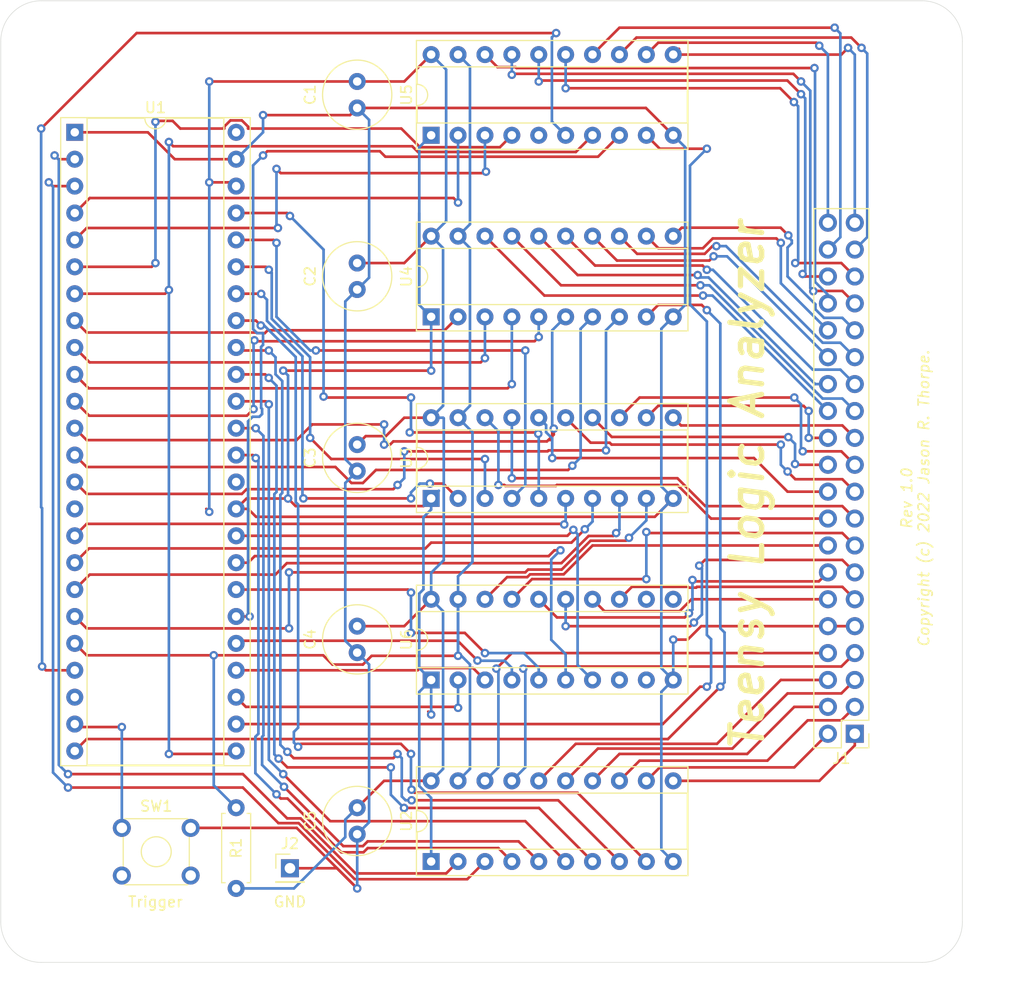
<source format=kicad_pcb>
(kicad_pcb (version 20171130) (host pcbnew "(5.1.12-1-10_14)")

  (general
    (thickness 1.6)
    (drawings 14)
    (tracks 893)
    (zones 0)
    (modules 19)
    (nets 89)
  )

  (page A)
  (title_block
    (title "TeensyLogicAnalyzer main board")
    (date 2022-04-28)
    (rev 1.0)
    (company "Copyright (c) 2022 Jason R. Thorpe.  See LICENSE.")
  )

  (layers
    (0 F.Cu signal)
    (31 B.Cu signal)
    (32 B.Adhes user)
    (33 F.Adhes user)
    (34 B.Paste user)
    (35 F.Paste user)
    (36 B.SilkS user)
    (37 F.SilkS user)
    (38 B.Mask user)
    (39 F.Mask user)
    (40 Dwgs.User user)
    (41 Cmts.User user)
    (42 Eco1.User user)
    (43 Eco2.User user)
    (44 Edge.Cuts user)
    (45 Margin user)
    (46 B.CrtYd user)
    (47 F.CrtYd user)
    (48 B.Fab user)
    (49 F.Fab user)
  )

  (setup
    (last_trace_width 0.25)
    (trace_clearance 0.2)
    (zone_clearance 0.508)
    (zone_45_only no)
    (trace_min 0.2)
    (via_size 0.8)
    (via_drill 0.4)
    (via_min_size 0.4)
    (via_min_drill 0.3)
    (uvia_size 0.3)
    (uvia_drill 0.1)
    (uvias_allowed no)
    (uvia_min_size 0.2)
    (uvia_min_drill 0.1)
    (edge_width 0.05)
    (segment_width 0.2)
    (pcb_text_width 0.3)
    (pcb_text_size 1.5 1.5)
    (mod_edge_width 0.12)
    (mod_text_size 1 1)
    (mod_text_width 0.15)
    (pad_size 1.524 1.524)
    (pad_drill 0.762)
    (pad_to_mask_clearance 0)
    (aux_axis_origin 0 0)
    (visible_elements FFFFFF7F)
    (pcbplotparams
      (layerselection 0x010fc_ffffffff)
      (usegerberextensions false)
      (usegerberattributes true)
      (usegerberadvancedattributes true)
      (creategerberjobfile true)
      (excludeedgelayer true)
      (linewidth 0.100000)
      (plotframeref false)
      (viasonmask false)
      (mode 1)
      (useauxorigin false)
      (hpglpennumber 1)
      (hpglpenspeed 20)
      (hpglpendiameter 15.000000)
      (psnegative false)
      (psa4output false)
      (plotreference true)
      (plotvalue true)
      (plotinvisibletext false)
      (padsonsilk false)
      (subtractmaskfromsilk false)
      (outputformat 1)
      (mirror false)
      (drillshape 1)
      (scaleselection 1)
      (outputdirectory ""))
  )

  (net 0 "")
  (net 1 GND)
  (net 2 C6)
  (net 3 C11)
  (net 4 C4)
  (net 5 C5)
  (net 6 C1)
  (net 7 A0)
  (net 8 A1)
  (net 9 A2)
  (net 10 A3)
  (net 11 A4)
  (net 12 A5)
  (net 13 A6)
  (net 14 A7)
  (net 15 A8)
  (net 16 A9)
  (net 17 A10)
  (net 18 A11)
  (net 19 A12)
  (net 20 A13)
  (net 21 A14)
  (net 22 A15)
  (net 23 D7)
  (net 24 D6)
  (net 25 D5)
  (net 26 D4)
  (net 27 D3)
  (net 28 D2)
  (net 29 D1)
  (net 30 D0)
  (net 31 C2)
  (net 32 C7)
  (net 33 C0)
  (net 34 C3)
  (net 35 C10)
  (net 36 C8)
  (net 37 C12)
  (net 38 C9)
  (net 39 C13)
  (net 40 CC5)
  (net 41 CA0)
  (net 42 CC7)
  (net 43 CA1)
  (net 44 CC8)
  (net 45 CC0)
  (net 46 CC9)
  (net 47 CC1)
  (net 48 CC10)
  (net 49 CC2)
  (net 50 CC6)
  (net 51 CC11)
  (net 52 CD0)
  (net 53 CC12)
  (net 54 CD1)
  (net 55 CC13)
  (net 56 CD2)
  (net 57 CD3)
  (net 58 "Net-(U1-Pad35)")
  (net 59 CD4)
  (net 60 CA2)
  (net 61 CD5)
  (net 62 CA3)
  (net 63 CD6)
  (net 64 CA4)
  (net 65 +3V3)
  (net 66 CA5)
  (net 67 CA12)
  (net 68 CA6)
  (net 69 CA13)
  (net 70 CA7)
  (net 71 CA14)
  (net 72 CA8)
  (net 73 CA15)
  (net 74 CA9)
  (net 75 CA10)
  (net 76 CC4)
  (net 77 CA11)
  (net 78 CD7)
  (net 79 "Net-(U1-Pad48)")
  (net 80 CC3)
  (net 81 "Net-(U6-Pad11)")
  (net 82 "Net-(U6-Pad12)")
  (net 83 "Net-(U6-Pad8)")
  (net 84 "Net-(U6-Pad9)")
  (net 85 "Net-(SW1-Pad1)")
  (net 86 "Net-(U1-Pad22)")
  (net 87 "Net-(R1-Pad2)")
  (net 88 "Net-(U1-Pad15)")

  (net_class Default "This is the default net class."
    (clearance 0.2)
    (trace_width 0.25)
    (via_dia 0.8)
    (via_drill 0.4)
    (uvia_dia 0.3)
    (uvia_drill 0.1)
    (add_net +3V3)
    (add_net A0)
    (add_net A1)
    (add_net A10)
    (add_net A11)
    (add_net A12)
    (add_net A13)
    (add_net A14)
    (add_net A15)
    (add_net A2)
    (add_net A3)
    (add_net A4)
    (add_net A5)
    (add_net A6)
    (add_net A7)
    (add_net A8)
    (add_net A9)
    (add_net C0)
    (add_net C1)
    (add_net C10)
    (add_net C11)
    (add_net C12)
    (add_net C13)
    (add_net C2)
    (add_net C3)
    (add_net C4)
    (add_net C5)
    (add_net C6)
    (add_net C7)
    (add_net C8)
    (add_net C9)
    (add_net CA0)
    (add_net CA1)
    (add_net CA10)
    (add_net CA11)
    (add_net CA12)
    (add_net CA13)
    (add_net CA14)
    (add_net CA15)
    (add_net CA2)
    (add_net CA3)
    (add_net CA4)
    (add_net CA5)
    (add_net CA6)
    (add_net CA7)
    (add_net CA8)
    (add_net CA9)
    (add_net CC0)
    (add_net CC1)
    (add_net CC10)
    (add_net CC11)
    (add_net CC12)
    (add_net CC13)
    (add_net CC2)
    (add_net CC3)
    (add_net CC4)
    (add_net CC5)
    (add_net CC6)
    (add_net CC7)
    (add_net CC8)
    (add_net CC9)
    (add_net CD0)
    (add_net CD1)
    (add_net CD2)
    (add_net CD3)
    (add_net CD4)
    (add_net CD5)
    (add_net CD6)
    (add_net CD7)
    (add_net D0)
    (add_net D1)
    (add_net D2)
    (add_net D3)
    (add_net D4)
    (add_net D5)
    (add_net D6)
    (add_net D7)
    (add_net GND)
    (add_net "Net-(R1-Pad2)")
    (add_net "Net-(SW1-Pad1)")
    (add_net "Net-(U1-Pad15)")
    (add_net "Net-(U1-Pad22)")
    (add_net "Net-(U1-Pad35)")
    (add_net "Net-(U1-Pad48)")
    (add_net "Net-(U6-Pad11)")
    (add_net "Net-(U6-Pad12)")
    (add_net "Net-(U6-Pad8)")
    (add_net "Net-(U6-Pad9)")
  )

  (module MountingHole:MountingHole_3.2mm_M3 (layer F.Cu) (tedit 56D1B4CB) (tstamp 626B213E)
    (at 160.02 50.8)
    (descr "Mounting Hole 3.2mm, no annular, M3")
    (tags "mounting hole 3.2mm no annular m3")
    (attr virtual)
    (fp_text reference REF** (at 0 -4.2) (layer F.SilkS) hide
      (effects (font (size 1 1) (thickness 0.15)))
    )
    (fp_text value MountingHole_3.2mm_M3 (at 0 4.2) (layer F.Fab) hide
      (effects (font (size 1 1) (thickness 0.15)))
    )
    (fp_circle (center 0 0) (end 3.2 0) (layer Cmts.User) (width 0.15))
    (fp_circle (center 0 0) (end 3.45 0) (layer F.CrtYd) (width 0.05))
    (fp_text user %R (at 0.3 0) (layer F.Fab)
      (effects (font (size 1 1) (thickness 0.15)))
    )
    (pad 1 np_thru_hole circle (at 0 0) (size 3.2 3.2) (drill 3.2) (layers *.Cu *.Mask))
  )

  (module MountingHole:MountingHole_3.2mm_M3 (layer F.Cu) (tedit 56D1B4CB) (tstamp 626B155C)
    (at 76.835 50.8)
    (descr "Mounting Hole 3.2mm, no annular, M3")
    (tags "mounting hole 3.2mm no annular m3")
    (attr virtual)
    (fp_text reference REF** (at 0 -4.2) (layer F.SilkS) hide
      (effects (font (size 1 1) (thickness 0.15)))
    )
    (fp_text value MountingHole_3.2mm_M3 (at 0 4.2) (layer F.Fab) hide
      (effects (font (size 1 1) (thickness 0.15)))
    )
    (fp_circle (center 0 0) (end 3.45 0) (layer F.CrtYd) (width 0.05))
    (fp_circle (center 0 0) (end 3.2 0) (layer Cmts.User) (width 0.15))
    (fp_text user %R (at 0.3 0) (layer F.Fab)
      (effects (font (size 1 1) (thickness 0.15)))
    )
    (pad 1 np_thru_hole circle (at 0 0) (size 3.2 3.2) (drill 3.2) (layers *.Cu *.Mask))
  )

  (module MountingHole:MountingHole_3.2mm_M3 (layer F.Cu) (tedit 56D1B4CB) (tstamp 626B0F71)
    (at 160.02 133.985)
    (descr "Mounting Hole 3.2mm, no annular, M3")
    (tags "mounting hole 3.2mm no annular m3")
    (attr virtual)
    (fp_text reference REF** (at 0 -4.2) (layer F.SilkS) hide
      (effects (font (size 1 1) (thickness 0.15)))
    )
    (fp_text value MountingHole_3.2mm_M3 (at 0 4.2) (layer F.Fab) hide
      (effects (font (size 1 1) (thickness 0.15)))
    )
    (fp_circle (center 0 0) (end 3.45 0) (layer F.CrtYd) (width 0.05))
    (fp_circle (center 0 0) (end 3.2 0) (layer Cmts.User) (width 0.15))
    (fp_text user %R (at 0.3 0) (layer F.Fab)
      (effects (font (size 1 1) (thickness 0.15)))
    )
    (pad 1 np_thru_hole circle (at 0 0) (size 3.2 3.2) (drill 3.2) (layers *.Cu *.Mask))
  )

  (module MountingHole:MountingHole_3.2mm_M3 (layer F.Cu) (tedit 56D1B4CB) (tstamp 626D9FB6)
    (at 76.835 133.985)
    (descr "Mounting Hole 3.2mm, no annular, M3")
    (tags "mounting hole 3.2mm no annular m3")
    (attr virtual)
    (fp_text reference REF** (at 0 -4.2) (layer F.SilkS) hide
      (effects (font (size 1 1) (thickness 0.15)))
    )
    (fp_text value MountingHole_3.2mm_M3 (at 0 4.2) (layer F.Fab) hide
      (effects (font (size 1 1) (thickness 0.15)))
    )
    (fp_circle (center 0 0) (end 3.2 0) (layer Cmts.User) (width 0.15))
    (fp_circle (center 0 0) (end 3.45 0) (layer F.CrtYd) (width 0.05))
    (fp_text user %R (at 0.3 0) (layer F.Fab)
      (effects (font (size 1 1) (thickness 0.15)))
    )
    (pad 1 np_thru_hole circle (at 0 0) (size 3.2 3.2) (drill 3.2) (layers *.Cu *.Mask))
  )

  (module Package_DIP:DIP-20_W7.62mm_Socket (layer F.Cu) (tedit 5A02E8C5) (tstamp 62685A74)
    (at 113.665 59.69 90)
    (descr "20-lead though-hole mounted DIP package, row spacing 7.62 mm (300 mils), Socket")
    (tags "THT DIP DIL PDIP 2.54mm 7.62mm 300mil Socket")
    (path /6267ADC1)
    (fp_text reference U5 (at 3.81 -2.33 90) (layer F.SilkS)
      (effects (font (size 1 1) (thickness 0.15)))
    )
    (fp_text value 74LVC245 (at 3.81 25.19 90) (layer F.Fab)
      (effects (font (size 1 1) (thickness 0.15)))
    )
    (fp_line (start 9.15 -1.6) (end -1.55 -1.6) (layer F.CrtYd) (width 0.05))
    (fp_line (start 9.15 24.45) (end 9.15 -1.6) (layer F.CrtYd) (width 0.05))
    (fp_line (start -1.55 24.45) (end 9.15 24.45) (layer F.CrtYd) (width 0.05))
    (fp_line (start -1.55 -1.6) (end -1.55 24.45) (layer F.CrtYd) (width 0.05))
    (fp_line (start 8.95 -1.39) (end -1.33 -1.39) (layer F.SilkS) (width 0.12))
    (fp_line (start 8.95 24.25) (end 8.95 -1.39) (layer F.SilkS) (width 0.12))
    (fp_line (start -1.33 24.25) (end 8.95 24.25) (layer F.SilkS) (width 0.12))
    (fp_line (start -1.33 -1.39) (end -1.33 24.25) (layer F.SilkS) (width 0.12))
    (fp_line (start 6.46 -1.33) (end 4.81 -1.33) (layer F.SilkS) (width 0.12))
    (fp_line (start 6.46 24.19) (end 6.46 -1.33) (layer F.SilkS) (width 0.12))
    (fp_line (start 1.16 24.19) (end 6.46 24.19) (layer F.SilkS) (width 0.12))
    (fp_line (start 1.16 -1.33) (end 1.16 24.19) (layer F.SilkS) (width 0.12))
    (fp_line (start 2.81 -1.33) (end 1.16 -1.33) (layer F.SilkS) (width 0.12))
    (fp_line (start 8.89 -1.33) (end -1.27 -1.33) (layer F.Fab) (width 0.1))
    (fp_line (start 8.89 24.19) (end 8.89 -1.33) (layer F.Fab) (width 0.1))
    (fp_line (start -1.27 24.19) (end 8.89 24.19) (layer F.Fab) (width 0.1))
    (fp_line (start -1.27 -1.33) (end -1.27 24.19) (layer F.Fab) (width 0.1))
    (fp_line (start 0.635 -0.27) (end 1.635 -1.27) (layer F.Fab) (width 0.1))
    (fp_line (start 0.635 24.13) (end 0.635 -0.27) (layer F.Fab) (width 0.1))
    (fp_line (start 6.985 24.13) (end 0.635 24.13) (layer F.Fab) (width 0.1))
    (fp_line (start 6.985 -1.27) (end 6.985 24.13) (layer F.Fab) (width 0.1))
    (fp_line (start 1.635 -1.27) (end 6.985 -1.27) (layer F.Fab) (width 0.1))
    (fp_text user %R (at 3.81 11.43 90) (layer F.Fab)
      (effects (font (size 1 1) (thickness 0.15)))
    )
    (fp_arc (start 3.81 -1.33) (end 2.81 -1.33) (angle -180) (layer F.SilkS) (width 0.12))
    (pad 20 thru_hole oval (at 7.62 0 90) (size 1.6 1.6) (drill 0.8) (layers *.Cu *.Mask)
      (net 65 +3V3))
    (pad 10 thru_hole oval (at 0 22.86 90) (size 1.6 1.6) (drill 0.8) (layers *.Cu *.Mask)
      (net 1 GND))
    (pad 19 thru_hole oval (at 7.62 2.54 90) (size 1.6 1.6) (drill 0.8) (layers *.Cu *.Mask)
      (net 87 "Net-(R1-Pad2)"))
    (pad 9 thru_hole oval (at 0 20.32 90) (size 1.6 1.6) (drill 0.8) (layers *.Cu *.Mask)
      (net 42 CC7))
    (pad 18 thru_hole oval (at 7.62 5.08 90) (size 1.6 1.6) (drill 0.8) (layers *.Cu *.Mask)
      (net 33 C0))
    (pad 8 thru_hole oval (at 0 17.78 90) (size 1.6 1.6) (drill 0.8) (layers *.Cu *.Mask)
      (net 50 CC6))
    (pad 17 thru_hole oval (at 7.62 7.62 90) (size 1.6 1.6) (drill 0.8) (layers *.Cu *.Mask)
      (net 6 C1))
    (pad 7 thru_hole oval (at 0 15.24 90) (size 1.6 1.6) (drill 0.8) (layers *.Cu *.Mask)
      (net 40 CC5))
    (pad 16 thru_hole oval (at 7.62 10.16 90) (size 1.6 1.6) (drill 0.8) (layers *.Cu *.Mask)
      (net 31 C2))
    (pad 6 thru_hole oval (at 0 12.7 90) (size 1.6 1.6) (drill 0.8) (layers *.Cu *.Mask)
      (net 76 CC4))
    (pad 15 thru_hole oval (at 7.62 12.7 90) (size 1.6 1.6) (drill 0.8) (layers *.Cu *.Mask)
      (net 34 C3))
    (pad 5 thru_hole oval (at 0 10.16 90) (size 1.6 1.6) (drill 0.8) (layers *.Cu *.Mask)
      (net 80 CC3))
    (pad 14 thru_hole oval (at 7.62 15.24 90) (size 1.6 1.6) (drill 0.8) (layers *.Cu *.Mask)
      (net 4 C4))
    (pad 4 thru_hole oval (at 0 7.62 90) (size 1.6 1.6) (drill 0.8) (layers *.Cu *.Mask)
      (net 49 CC2))
    (pad 13 thru_hole oval (at 7.62 17.78 90) (size 1.6 1.6) (drill 0.8) (layers *.Cu *.Mask)
      (net 5 C5))
    (pad 3 thru_hole oval (at 0 5.08 90) (size 1.6 1.6) (drill 0.8) (layers *.Cu *.Mask)
      (net 47 CC1))
    (pad 12 thru_hole oval (at 7.62 20.32 90) (size 1.6 1.6) (drill 0.8) (layers *.Cu *.Mask)
      (net 2 C6))
    (pad 2 thru_hole oval (at 0 2.54 90) (size 1.6 1.6) (drill 0.8) (layers *.Cu *.Mask)
      (net 45 CC0))
    (pad 11 thru_hole oval (at 7.62 22.86 90) (size 1.6 1.6) (drill 0.8) (layers *.Cu *.Mask)
      (net 32 C7))
    (pad 1 thru_hole rect (at 0 0 90) (size 1.6 1.6) (drill 0.8) (layers *.Cu *.Mask)
      (net 1 GND))
    (model ${KISYS3DMOD}/Package_DIP.3dshapes/DIP-20_W7.62mm_Socket.wrl
      (at (xyz 0 0 0))
      (scale (xyz 1 1 1))
      (rotate (xyz 0 0 0))
    )
  )

  (module Package_DIP:DIP-48_W15.24mm_Socket (layer F.Cu) (tedit 5A02E8C5) (tstamp 6265CB14)
    (at 80.01 59.410001)
    (descr "48-lead though-hole mounted DIP package, row spacing 15.24 mm (600 mils), Socket")
    (tags "THT DIP DIL PDIP 2.54mm 15.24mm 600mil Socket")
    (path /6265D8F8)
    (fp_text reference U1 (at 7.62 -2.33) (layer F.SilkS)
      (effects (font (size 1 1) (thickness 0.15)))
    )
    (fp_text value Teensy4_1_GPIO (at 7.62 60.75) (layer F.Fab)
      (effects (font (size 1 1) (thickness 0.15)))
    )
    (fp_line (start 1.255 -1.27) (end 14.985 -1.27) (layer F.Fab) (width 0.1))
    (fp_line (start 14.985 -1.27) (end 14.985 59.69) (layer F.Fab) (width 0.1))
    (fp_line (start 14.985 59.69) (end 0.255 59.69) (layer F.Fab) (width 0.1))
    (fp_line (start 0.255 59.69) (end 0.255 -0.27) (layer F.Fab) (width 0.1))
    (fp_line (start 0.255 -0.27) (end 1.255 -1.27) (layer F.Fab) (width 0.1))
    (fp_line (start -1.27 -1.33) (end -1.27 59.75) (layer F.Fab) (width 0.1))
    (fp_line (start -1.27 59.75) (end 16.51 59.75) (layer F.Fab) (width 0.1))
    (fp_line (start 16.51 59.75) (end 16.51 -1.33) (layer F.Fab) (width 0.1))
    (fp_line (start 16.51 -1.33) (end -1.27 -1.33) (layer F.Fab) (width 0.1))
    (fp_line (start 6.62 -1.33) (end 1.16 -1.33) (layer F.SilkS) (width 0.12))
    (fp_line (start 1.16 -1.33) (end 1.16 59.75) (layer F.SilkS) (width 0.12))
    (fp_line (start 1.16 59.75) (end 14.08 59.75) (layer F.SilkS) (width 0.12))
    (fp_line (start 14.08 59.75) (end 14.08 -1.33) (layer F.SilkS) (width 0.12))
    (fp_line (start 14.08 -1.33) (end 8.62 -1.33) (layer F.SilkS) (width 0.12))
    (fp_line (start -1.33 -1.39) (end -1.33 59.81) (layer F.SilkS) (width 0.12))
    (fp_line (start -1.33 59.81) (end 16.57 59.81) (layer F.SilkS) (width 0.12))
    (fp_line (start 16.57 59.81) (end 16.57 -1.39) (layer F.SilkS) (width 0.12))
    (fp_line (start 16.57 -1.39) (end -1.33 -1.39) (layer F.SilkS) (width 0.12))
    (fp_line (start -1.55 -1.6) (end -1.55 60) (layer F.CrtYd) (width 0.05))
    (fp_line (start -1.55 60) (end 16.8 60) (layer F.CrtYd) (width 0.05))
    (fp_line (start 16.8 60) (end 16.8 -1.6) (layer F.CrtYd) (width 0.05))
    (fp_line (start 16.8 -1.6) (end -1.55 -1.6) (layer F.CrtYd) (width 0.05))
    (fp_arc (start 7.62 -1.33) (end 6.62 -1.33) (angle -180) (layer F.SilkS) (width 0.12))
    (fp_text user %R (at 7.62 29.21) (layer F.Fab)
      (effects (font (size 1 1) (thickness 0.15)))
    )
    (pad 1 thru_hole rect (at 0 0) (size 1.6 1.6) (drill 0.8) (layers *.Cu *.Mask)
      (net 1 GND))
    (pad 25 thru_hole oval (at 15.24 58.42) (size 1.6 1.6) (drill 0.8) (layers *.Cu *.Mask)
      (net 40 CC5))
    (pad 2 thru_hole oval (at 0 2.54) (size 1.6 1.6) (drill 0.8) (layers *.Cu *.Mask)
      (net 41 CA0))
    (pad 26 thru_hole oval (at 15.24 55.88) (size 1.6 1.6) (drill 0.8) (layers *.Cu *.Mask)
      (net 42 CC7))
    (pad 3 thru_hole oval (at 0 5.08) (size 1.6 1.6) (drill 0.8) (layers *.Cu *.Mask)
      (net 43 CA1))
    (pad 27 thru_hole oval (at 15.24 53.34) (size 1.6 1.6) (drill 0.8) (layers *.Cu *.Mask)
      (net 44 CC8))
    (pad 4 thru_hole oval (at 0 7.62) (size 1.6 1.6) (drill 0.8) (layers *.Cu *.Mask)
      (net 45 CC0))
    (pad 28 thru_hole oval (at 15.24 50.8) (size 1.6 1.6) (drill 0.8) (layers *.Cu *.Mask)
      (net 46 CC9))
    (pad 5 thru_hole oval (at 0 10.16) (size 1.6 1.6) (drill 0.8) (layers *.Cu *.Mask)
      (net 47 CC1))
    (pad 29 thru_hole oval (at 15.24 48.26) (size 1.6 1.6) (drill 0.8) (layers *.Cu *.Mask)
      (net 48 CC10))
    (pad 6 thru_hole oval (at 0 12.7) (size 1.6 1.6) (drill 0.8) (layers *.Cu *.Mask)
      (net 49 CC2))
    (pad 30 thru_hole oval (at 15.24 45.72) (size 1.6 1.6) (drill 0.8) (layers *.Cu *.Mask)
      (net 50 CC6))
    (pad 7 thru_hole oval (at 0 15.24) (size 1.6 1.6) (drill 0.8) (layers *.Cu *.Mask)
      (net 40 CC5))
    (pad 31 thru_hole oval (at 15.24 43.18) (size 1.6 1.6) (drill 0.8) (layers *.Cu *.Mask)
      (net 51 CC11))
    (pad 8 thru_hole oval (at 0 17.78) (size 1.6 1.6) (drill 0.8) (layers *.Cu *.Mask)
      (net 52 CD0))
    (pad 32 thru_hole oval (at 15.24 40.64) (size 1.6 1.6) (drill 0.8) (layers *.Cu *.Mask)
      (net 53 CC12))
    (pad 9 thru_hole oval (at 0 20.32) (size 1.6 1.6) (drill 0.8) (layers *.Cu *.Mask)
      (net 54 CD1))
    (pad 33 thru_hole oval (at 15.24 38.1) (size 1.6 1.6) (drill 0.8) (layers *.Cu *.Mask)
      (net 55 CC13))
    (pad 10 thru_hole oval (at 0 22.86) (size 1.6 1.6) (drill 0.8) (layers *.Cu *.Mask)
      (net 56 CD2))
    (pad 34 thru_hole oval (at 15.24 35.56) (size 1.6 1.6) (drill 0.8) (layers *.Cu *.Mask)
      (net 1 GND))
    (pad 11 thru_hole oval (at 0 25.4) (size 1.6 1.6) (drill 0.8) (layers *.Cu *.Mask)
      (net 57 CD3))
    (pad 35 thru_hole oval (at 15.24 33.02) (size 1.6 1.6) (drill 0.8) (layers *.Cu *.Mask)
      (net 58 "Net-(U1-Pad35)"))
    (pad 12 thru_hole oval (at 0 27.94) (size 1.6 1.6) (drill 0.8) (layers *.Cu *.Mask)
      (net 59 CD4))
    (pad 36 thru_hole oval (at 15.24 30.48) (size 1.6 1.6) (drill 0.8) (layers *.Cu *.Mask)
      (net 60 CA2))
    (pad 13 thru_hole oval (at 0 30.48) (size 1.6 1.6) (drill 0.8) (layers *.Cu *.Mask)
      (net 61 CD5))
    (pad 37 thru_hole oval (at 15.24 27.94) (size 1.6 1.6) (drill 0.8) (layers *.Cu *.Mask)
      (net 62 CA3))
    (pad 14 thru_hole oval (at 0 33.02) (size 1.6 1.6) (drill 0.8) (layers *.Cu *.Mask)
      (net 63 CD6))
    (pad 38 thru_hole oval (at 15.24 25.4) (size 1.6 1.6) (drill 0.8) (layers *.Cu *.Mask)
      (net 64 CA4))
    (pad 15 thru_hole oval (at 0 35.56) (size 1.6 1.6) (drill 0.8) (layers *.Cu *.Mask)
      (net 88 "Net-(U1-Pad15)"))
    (pad 39 thru_hole oval (at 15.24 22.86) (size 1.6 1.6) (drill 0.8) (layers *.Cu *.Mask)
      (net 66 CA5))
    (pad 16 thru_hole oval (at 0 38.1) (size 1.6 1.6) (drill 0.8) (layers *.Cu *.Mask)
      (net 67 CA12))
    (pad 40 thru_hole oval (at 15.24 20.32) (size 1.6 1.6) (drill 0.8) (layers *.Cu *.Mask)
      (net 68 CA6))
    (pad 17 thru_hole oval (at 0 40.64) (size 1.6 1.6) (drill 0.8) (layers *.Cu *.Mask)
      (net 69 CA13))
    (pad 41 thru_hole oval (at 15.24 17.78) (size 1.6 1.6) (drill 0.8) (layers *.Cu *.Mask)
      (net 70 CA7))
    (pad 18 thru_hole oval (at 0 43.18) (size 1.6 1.6) (drill 0.8) (layers *.Cu *.Mask)
      (net 71 CA14))
    (pad 42 thru_hole oval (at 15.24 15.24) (size 1.6 1.6) (drill 0.8) (layers *.Cu *.Mask)
      (net 72 CA8))
    (pad 19 thru_hole oval (at 0 45.72) (size 1.6 1.6) (drill 0.8) (layers *.Cu *.Mask)
      (net 73 CA15))
    (pad 43 thru_hole oval (at 15.24 12.7) (size 1.6 1.6) (drill 0.8) (layers *.Cu *.Mask)
      (net 74 CA9))
    (pad 20 thru_hole oval (at 0 48.26) (size 1.6 1.6) (drill 0.8) (layers *.Cu *.Mask)
      (net 87 "Net-(R1-Pad2)"))
    (pad 44 thru_hole oval (at 15.24 10.16) (size 1.6 1.6) (drill 0.8) (layers *.Cu *.Mask)
      (net 75 CA10))
    (pad 21 thru_hole oval (at 0 50.8) (size 1.6 1.6) (drill 0.8) (layers *.Cu *.Mask)
      (net 76 CC4))
    (pad 45 thru_hole oval (at 15.24 7.62) (size 1.6 1.6) (drill 0.8) (layers *.Cu *.Mask)
      (net 77 CA11))
    (pad 22 thru_hole oval (at 0 53.34) (size 1.6 1.6) (drill 0.8) (layers *.Cu *.Mask)
      (net 86 "Net-(U1-Pad22)"))
    (pad 46 thru_hole oval (at 15.24 5.08) (size 1.6 1.6) (drill 0.8) (layers *.Cu *.Mask)
      (net 65 +3V3))
    (pad 23 thru_hole oval (at 0 55.88) (size 1.6 1.6) (drill 0.8) (layers *.Cu *.Mask)
      (net 85 "Net-(SW1-Pad1)"))
    (pad 47 thru_hole oval (at 15.24 2.54) (size 1.6 1.6) (drill 0.8) (layers *.Cu *.Mask)
      (net 1 GND))
    (pad 24 thru_hole oval (at 0 58.42) (size 1.6 1.6) (drill 0.8) (layers *.Cu *.Mask)
      (net 78 CD7))
    (pad 48 thru_hole oval (at 15.24 0) (size 1.6 1.6) (drill 0.8) (layers *.Cu *.Mask)
      (net 79 "Net-(U1-Pad48)"))
    (model ${KISYS3DMOD}/Package_DIP.3dshapes/DIP-48_W15.24mm_Socket.wrl
      (at (xyz 0 0 0))
      (scale (xyz 1 1 1))
      (rotate (xyz 0 0 0))
    )
  )

  (module Package_DIP:DIP-20_W7.62mm_Socket (layer F.Cu) (tedit 5A02E8C5) (tstamp 6265E0AB)
    (at 113.665 128.27 90)
    (descr "20-lead though-hole mounted DIP package, row spacing 7.62 mm (300 mils), Socket")
    (tags "THT DIP DIL PDIP 2.54mm 7.62mm 300mil Socket")
    (path /6266A207)
    (fp_text reference U2 (at 3.81 -2.33 90) (layer F.SilkS)
      (effects (font (size 1 1) (thickness 0.15)))
    )
    (fp_text value 74LVC245 (at 3.81 25.19 90) (layer F.Fab)
      (effects (font (size 1 1) (thickness 0.15)))
    )
    (fp_line (start 1.635 -1.27) (end 6.985 -1.27) (layer F.Fab) (width 0.1))
    (fp_line (start 6.985 -1.27) (end 6.985 24.13) (layer F.Fab) (width 0.1))
    (fp_line (start 6.985 24.13) (end 0.635 24.13) (layer F.Fab) (width 0.1))
    (fp_line (start 0.635 24.13) (end 0.635 -0.27) (layer F.Fab) (width 0.1))
    (fp_line (start 0.635 -0.27) (end 1.635 -1.27) (layer F.Fab) (width 0.1))
    (fp_line (start -1.27 -1.33) (end -1.27 24.19) (layer F.Fab) (width 0.1))
    (fp_line (start -1.27 24.19) (end 8.89 24.19) (layer F.Fab) (width 0.1))
    (fp_line (start 8.89 24.19) (end 8.89 -1.33) (layer F.Fab) (width 0.1))
    (fp_line (start 8.89 -1.33) (end -1.27 -1.33) (layer F.Fab) (width 0.1))
    (fp_line (start 2.81 -1.33) (end 1.16 -1.33) (layer F.SilkS) (width 0.12))
    (fp_line (start 1.16 -1.33) (end 1.16 24.19) (layer F.SilkS) (width 0.12))
    (fp_line (start 1.16 24.19) (end 6.46 24.19) (layer F.SilkS) (width 0.12))
    (fp_line (start 6.46 24.19) (end 6.46 -1.33) (layer F.SilkS) (width 0.12))
    (fp_line (start 6.46 -1.33) (end 4.81 -1.33) (layer F.SilkS) (width 0.12))
    (fp_line (start -1.33 -1.39) (end -1.33 24.25) (layer F.SilkS) (width 0.12))
    (fp_line (start -1.33 24.25) (end 8.95 24.25) (layer F.SilkS) (width 0.12))
    (fp_line (start 8.95 24.25) (end 8.95 -1.39) (layer F.SilkS) (width 0.12))
    (fp_line (start 8.95 -1.39) (end -1.33 -1.39) (layer F.SilkS) (width 0.12))
    (fp_line (start -1.55 -1.6) (end -1.55 24.45) (layer F.CrtYd) (width 0.05))
    (fp_line (start -1.55 24.45) (end 9.15 24.45) (layer F.CrtYd) (width 0.05))
    (fp_line (start 9.15 24.45) (end 9.15 -1.6) (layer F.CrtYd) (width 0.05))
    (fp_line (start 9.15 -1.6) (end -1.55 -1.6) (layer F.CrtYd) (width 0.05))
    (fp_arc (start 3.81 -1.33) (end 2.81 -1.33) (angle -180) (layer F.SilkS) (width 0.12))
    (fp_text user %R (at 3.81 11.43 90) (layer F.Fab)
      (effects (font (size 1 1) (thickness 0.15)))
    )
    (pad 1 thru_hole rect (at 0 0 90) (size 1.6 1.6) (drill 0.8) (layers *.Cu *.Mask)
      (net 1 GND))
    (pad 11 thru_hole oval (at 7.62 22.86 90) (size 1.6 1.6) (drill 0.8) (layers *.Cu *.Mask)
      (net 14 A7))
    (pad 2 thru_hole oval (at 0 2.54 90) (size 1.6 1.6) (drill 0.8) (layers *.Cu *.Mask)
      (net 41 CA0))
    (pad 12 thru_hole oval (at 7.62 20.32 90) (size 1.6 1.6) (drill 0.8) (layers *.Cu *.Mask)
      (net 13 A6))
    (pad 3 thru_hole oval (at 0 5.08 90) (size 1.6 1.6) (drill 0.8) (layers *.Cu *.Mask)
      (net 43 CA1))
    (pad 13 thru_hole oval (at 7.62 17.78 90) (size 1.6 1.6) (drill 0.8) (layers *.Cu *.Mask)
      (net 12 A5))
    (pad 4 thru_hole oval (at 0 7.62 90) (size 1.6 1.6) (drill 0.8) (layers *.Cu *.Mask)
      (net 60 CA2))
    (pad 14 thru_hole oval (at 7.62 15.24 90) (size 1.6 1.6) (drill 0.8) (layers *.Cu *.Mask)
      (net 11 A4))
    (pad 5 thru_hole oval (at 0 10.16 90) (size 1.6 1.6) (drill 0.8) (layers *.Cu *.Mask)
      (net 62 CA3))
    (pad 15 thru_hole oval (at 7.62 12.7 90) (size 1.6 1.6) (drill 0.8) (layers *.Cu *.Mask)
      (net 10 A3))
    (pad 6 thru_hole oval (at 0 12.7 90) (size 1.6 1.6) (drill 0.8) (layers *.Cu *.Mask)
      (net 64 CA4))
    (pad 16 thru_hole oval (at 7.62 10.16 90) (size 1.6 1.6) (drill 0.8) (layers *.Cu *.Mask)
      (net 9 A2))
    (pad 7 thru_hole oval (at 0 15.24 90) (size 1.6 1.6) (drill 0.8) (layers *.Cu *.Mask)
      (net 66 CA5))
    (pad 17 thru_hole oval (at 7.62 7.62 90) (size 1.6 1.6) (drill 0.8) (layers *.Cu *.Mask)
      (net 8 A1))
    (pad 8 thru_hole oval (at 0 17.78 90) (size 1.6 1.6) (drill 0.8) (layers *.Cu *.Mask)
      (net 68 CA6))
    (pad 18 thru_hole oval (at 7.62 5.08 90) (size 1.6 1.6) (drill 0.8) (layers *.Cu *.Mask)
      (net 7 A0))
    (pad 9 thru_hole oval (at 0 20.32 90) (size 1.6 1.6) (drill 0.8) (layers *.Cu *.Mask)
      (net 70 CA7))
    (pad 19 thru_hole oval (at 7.62 2.54 90) (size 1.6 1.6) (drill 0.8) (layers *.Cu *.Mask)
      (net 87 "Net-(R1-Pad2)"))
    (pad 10 thru_hole oval (at 0 22.86 90) (size 1.6 1.6) (drill 0.8) (layers *.Cu *.Mask)
      (net 1 GND))
    (pad 20 thru_hole oval (at 7.62 0 90) (size 1.6 1.6) (drill 0.8) (layers *.Cu *.Mask)
      (net 65 +3V3))
    (model ${KISYS3DMOD}/Package_DIP.3dshapes/DIP-20_W7.62mm_Socket.wrl
      (at (xyz 0 0 0))
      (scale (xyz 1 1 1))
      (rotate (xyz 0 0 0))
    )
  )

  (module Package_DIP:DIP-20_W7.62mm_Socket (layer F.Cu) (tedit 5A02E8C5) (tstamp 626717C5)
    (at 113.665 93.98 90)
    (descr "20-lead though-hole mounted DIP package, row spacing 7.62 mm (300 mils), Socket")
    (tags "THT DIP DIL PDIP 2.54mm 7.62mm 300mil Socket")
    (path /62672896)
    (fp_text reference U3 (at 3.81 -2.33 90) (layer F.SilkS)
      (effects (font (size 1 1) (thickness 0.15)))
    )
    (fp_text value 74LVC245 (at 3.81 25.19 90) (layer F.Fab)
      (effects (font (size 1 1) (thickness 0.15)))
    )
    (fp_line (start 9.15 -1.6) (end -1.55 -1.6) (layer F.CrtYd) (width 0.05))
    (fp_line (start 9.15 24.45) (end 9.15 -1.6) (layer F.CrtYd) (width 0.05))
    (fp_line (start -1.55 24.45) (end 9.15 24.45) (layer F.CrtYd) (width 0.05))
    (fp_line (start -1.55 -1.6) (end -1.55 24.45) (layer F.CrtYd) (width 0.05))
    (fp_line (start 8.95 -1.39) (end -1.33 -1.39) (layer F.SilkS) (width 0.12))
    (fp_line (start 8.95 24.25) (end 8.95 -1.39) (layer F.SilkS) (width 0.12))
    (fp_line (start -1.33 24.25) (end 8.95 24.25) (layer F.SilkS) (width 0.12))
    (fp_line (start -1.33 -1.39) (end -1.33 24.25) (layer F.SilkS) (width 0.12))
    (fp_line (start 6.46 -1.33) (end 4.81 -1.33) (layer F.SilkS) (width 0.12))
    (fp_line (start 6.46 24.19) (end 6.46 -1.33) (layer F.SilkS) (width 0.12))
    (fp_line (start 1.16 24.19) (end 6.46 24.19) (layer F.SilkS) (width 0.12))
    (fp_line (start 1.16 -1.33) (end 1.16 24.19) (layer F.SilkS) (width 0.12))
    (fp_line (start 2.81 -1.33) (end 1.16 -1.33) (layer F.SilkS) (width 0.12))
    (fp_line (start 8.89 -1.33) (end -1.27 -1.33) (layer F.Fab) (width 0.1))
    (fp_line (start 8.89 24.19) (end 8.89 -1.33) (layer F.Fab) (width 0.1))
    (fp_line (start -1.27 24.19) (end 8.89 24.19) (layer F.Fab) (width 0.1))
    (fp_line (start -1.27 -1.33) (end -1.27 24.19) (layer F.Fab) (width 0.1))
    (fp_line (start 0.635 -0.27) (end 1.635 -1.27) (layer F.Fab) (width 0.1))
    (fp_line (start 0.635 24.13) (end 0.635 -0.27) (layer F.Fab) (width 0.1))
    (fp_line (start 6.985 24.13) (end 0.635 24.13) (layer F.Fab) (width 0.1))
    (fp_line (start 6.985 -1.27) (end 6.985 24.13) (layer F.Fab) (width 0.1))
    (fp_line (start 1.635 -1.27) (end 6.985 -1.27) (layer F.Fab) (width 0.1))
    (fp_text user %R (at 3.81 11.43 90) (layer F.Fab)
      (effects (font (size 1 1) (thickness 0.15)))
    )
    (fp_arc (start 3.81 -1.33) (end 2.81 -1.33) (angle -180) (layer F.SilkS) (width 0.12))
    (pad 20 thru_hole oval (at 7.62 0 90) (size 1.6 1.6) (drill 0.8) (layers *.Cu *.Mask)
      (net 65 +3V3))
    (pad 10 thru_hole oval (at 0 22.86 90) (size 1.6 1.6) (drill 0.8) (layers *.Cu *.Mask)
      (net 1 GND))
    (pad 19 thru_hole oval (at 7.62 2.54 90) (size 1.6 1.6) (drill 0.8) (layers *.Cu *.Mask)
      (net 87 "Net-(R1-Pad2)"))
    (pad 9 thru_hole oval (at 0 20.32 90) (size 1.6 1.6) (drill 0.8) (layers *.Cu *.Mask)
      (net 73 CA15))
    (pad 18 thru_hole oval (at 7.62 5.08 90) (size 1.6 1.6) (drill 0.8) (layers *.Cu *.Mask)
      (net 15 A8))
    (pad 8 thru_hole oval (at 0 17.78 90) (size 1.6 1.6) (drill 0.8) (layers *.Cu *.Mask)
      (net 71 CA14))
    (pad 17 thru_hole oval (at 7.62 7.62 90) (size 1.6 1.6) (drill 0.8) (layers *.Cu *.Mask)
      (net 16 A9))
    (pad 7 thru_hole oval (at 0 15.24 90) (size 1.6 1.6) (drill 0.8) (layers *.Cu *.Mask)
      (net 69 CA13))
    (pad 16 thru_hole oval (at 7.62 10.16 90) (size 1.6 1.6) (drill 0.8) (layers *.Cu *.Mask)
      (net 17 A10))
    (pad 6 thru_hole oval (at 0 12.7 90) (size 1.6 1.6) (drill 0.8) (layers *.Cu *.Mask)
      (net 67 CA12))
    (pad 15 thru_hole oval (at 7.62 12.7 90) (size 1.6 1.6) (drill 0.8) (layers *.Cu *.Mask)
      (net 18 A11))
    (pad 5 thru_hole oval (at 0 10.16 90) (size 1.6 1.6) (drill 0.8) (layers *.Cu *.Mask)
      (net 77 CA11))
    (pad 14 thru_hole oval (at 7.62 15.24 90) (size 1.6 1.6) (drill 0.8) (layers *.Cu *.Mask)
      (net 19 A12))
    (pad 4 thru_hole oval (at 0 7.62 90) (size 1.6 1.6) (drill 0.8) (layers *.Cu *.Mask)
      (net 75 CA10))
    (pad 13 thru_hole oval (at 7.62 17.78 90) (size 1.6 1.6) (drill 0.8) (layers *.Cu *.Mask)
      (net 20 A13))
    (pad 3 thru_hole oval (at 0 5.08 90) (size 1.6 1.6) (drill 0.8) (layers *.Cu *.Mask)
      (net 74 CA9))
    (pad 12 thru_hole oval (at 7.62 20.32 90) (size 1.6 1.6) (drill 0.8) (layers *.Cu *.Mask)
      (net 21 A14))
    (pad 2 thru_hole oval (at 0 2.54 90) (size 1.6 1.6) (drill 0.8) (layers *.Cu *.Mask)
      (net 72 CA8))
    (pad 11 thru_hole oval (at 7.62 22.86 90) (size 1.6 1.6) (drill 0.8) (layers *.Cu *.Mask)
      (net 22 A15))
    (pad 1 thru_hole rect (at 0 0 90) (size 1.6 1.6) (drill 0.8) (layers *.Cu *.Mask)
      (net 1 GND))
    (model ${KISYS3DMOD}/Package_DIP.3dshapes/DIP-20_W7.62mm_Socket.wrl
      (at (xyz 0 0 0))
      (scale (xyz 1 1 1))
      (rotate (xyz 0 0 0))
    )
  )

  (module Package_DIP:DIP-20_W7.62mm_Socket (layer F.Cu) (tedit 5A02E8C5) (tstamp 62671BD9)
    (at 113.665 76.835 90)
    (descr "20-lead though-hole mounted DIP package, row spacing 7.62 mm (300 mils), Socket")
    (tags "THT DIP DIL PDIP 2.54mm 7.62mm 300mil Socket")
    (path /62673D6B)
    (fp_text reference U4 (at 3.81 -2.33 90) (layer F.SilkS)
      (effects (font (size 1 1) (thickness 0.15)))
    )
    (fp_text value 74LVC245 (at 3.81 25.19 90) (layer F.Fab)
      (effects (font (size 1 1) (thickness 0.15)))
    )
    (fp_line (start 1.635 -1.27) (end 6.985 -1.27) (layer F.Fab) (width 0.1))
    (fp_line (start 6.985 -1.27) (end 6.985 24.13) (layer F.Fab) (width 0.1))
    (fp_line (start 6.985 24.13) (end 0.635 24.13) (layer F.Fab) (width 0.1))
    (fp_line (start 0.635 24.13) (end 0.635 -0.27) (layer F.Fab) (width 0.1))
    (fp_line (start 0.635 -0.27) (end 1.635 -1.27) (layer F.Fab) (width 0.1))
    (fp_line (start -1.27 -1.33) (end -1.27 24.19) (layer F.Fab) (width 0.1))
    (fp_line (start -1.27 24.19) (end 8.89 24.19) (layer F.Fab) (width 0.1))
    (fp_line (start 8.89 24.19) (end 8.89 -1.33) (layer F.Fab) (width 0.1))
    (fp_line (start 8.89 -1.33) (end -1.27 -1.33) (layer F.Fab) (width 0.1))
    (fp_line (start 2.81 -1.33) (end 1.16 -1.33) (layer F.SilkS) (width 0.12))
    (fp_line (start 1.16 -1.33) (end 1.16 24.19) (layer F.SilkS) (width 0.12))
    (fp_line (start 1.16 24.19) (end 6.46 24.19) (layer F.SilkS) (width 0.12))
    (fp_line (start 6.46 24.19) (end 6.46 -1.33) (layer F.SilkS) (width 0.12))
    (fp_line (start 6.46 -1.33) (end 4.81 -1.33) (layer F.SilkS) (width 0.12))
    (fp_line (start -1.33 -1.39) (end -1.33 24.25) (layer F.SilkS) (width 0.12))
    (fp_line (start -1.33 24.25) (end 8.95 24.25) (layer F.SilkS) (width 0.12))
    (fp_line (start 8.95 24.25) (end 8.95 -1.39) (layer F.SilkS) (width 0.12))
    (fp_line (start 8.95 -1.39) (end -1.33 -1.39) (layer F.SilkS) (width 0.12))
    (fp_line (start -1.55 -1.6) (end -1.55 24.45) (layer F.CrtYd) (width 0.05))
    (fp_line (start -1.55 24.45) (end 9.15 24.45) (layer F.CrtYd) (width 0.05))
    (fp_line (start 9.15 24.45) (end 9.15 -1.6) (layer F.CrtYd) (width 0.05))
    (fp_line (start 9.15 -1.6) (end -1.55 -1.6) (layer F.CrtYd) (width 0.05))
    (fp_arc (start 3.81 -1.33) (end 2.81 -1.33) (angle -180) (layer F.SilkS) (width 0.12))
    (fp_text user %R (at 3.81 11.43 90) (layer F.Fab)
      (effects (font (size 1 1) (thickness 0.15)))
    )
    (pad 1 thru_hole rect (at 0 0 90) (size 1.6 1.6) (drill 0.8) (layers *.Cu *.Mask)
      (net 1 GND))
    (pad 11 thru_hole oval (at 7.62 22.86 90) (size 1.6 1.6) (drill 0.8) (layers *.Cu *.Mask)
      (net 23 D7))
    (pad 2 thru_hole oval (at 0 2.54 90) (size 1.6 1.6) (drill 0.8) (layers *.Cu *.Mask)
      (net 52 CD0))
    (pad 12 thru_hole oval (at 7.62 20.32 90) (size 1.6 1.6) (drill 0.8) (layers *.Cu *.Mask)
      (net 24 D6))
    (pad 3 thru_hole oval (at 0 5.08 90) (size 1.6 1.6) (drill 0.8) (layers *.Cu *.Mask)
      (net 54 CD1))
    (pad 13 thru_hole oval (at 7.62 17.78 90) (size 1.6 1.6) (drill 0.8) (layers *.Cu *.Mask)
      (net 25 D5))
    (pad 4 thru_hole oval (at 0 7.62 90) (size 1.6 1.6) (drill 0.8) (layers *.Cu *.Mask)
      (net 56 CD2))
    (pad 14 thru_hole oval (at 7.62 15.24 90) (size 1.6 1.6) (drill 0.8) (layers *.Cu *.Mask)
      (net 26 D4))
    (pad 5 thru_hole oval (at 0 10.16 90) (size 1.6 1.6) (drill 0.8) (layers *.Cu *.Mask)
      (net 57 CD3))
    (pad 15 thru_hole oval (at 7.62 12.7 90) (size 1.6 1.6) (drill 0.8) (layers *.Cu *.Mask)
      (net 27 D3))
    (pad 6 thru_hole oval (at 0 12.7 90) (size 1.6 1.6) (drill 0.8) (layers *.Cu *.Mask)
      (net 59 CD4))
    (pad 16 thru_hole oval (at 7.62 10.16 90) (size 1.6 1.6) (drill 0.8) (layers *.Cu *.Mask)
      (net 28 D2))
    (pad 7 thru_hole oval (at 0 15.24 90) (size 1.6 1.6) (drill 0.8) (layers *.Cu *.Mask)
      (net 61 CD5))
    (pad 17 thru_hole oval (at 7.62 7.62 90) (size 1.6 1.6) (drill 0.8) (layers *.Cu *.Mask)
      (net 29 D1))
    (pad 8 thru_hole oval (at 0 17.78 90) (size 1.6 1.6) (drill 0.8) (layers *.Cu *.Mask)
      (net 63 CD6))
    (pad 18 thru_hole oval (at 7.62 5.08 90) (size 1.6 1.6) (drill 0.8) (layers *.Cu *.Mask)
      (net 30 D0))
    (pad 9 thru_hole oval (at 0 20.32 90) (size 1.6 1.6) (drill 0.8) (layers *.Cu *.Mask)
      (net 78 CD7))
    (pad 19 thru_hole oval (at 7.62 2.54 90) (size 1.6 1.6) (drill 0.8) (layers *.Cu *.Mask)
      (net 87 "Net-(R1-Pad2)"))
    (pad 10 thru_hole oval (at 0 22.86 90) (size 1.6 1.6) (drill 0.8) (layers *.Cu *.Mask)
      (net 1 GND))
    (pad 20 thru_hole oval (at 7.62 0 90) (size 1.6 1.6) (drill 0.8) (layers *.Cu *.Mask)
      (net 65 +3V3))
    (model ${KISYS3DMOD}/Package_DIP.3dshapes/DIP-20_W7.62mm_Socket.wrl
      (at (xyz 0 0 0))
      (scale (xyz 1 1 1))
      (rotate (xyz 0 0 0))
    )
  )

  (module Package_DIP:DIP-20_W7.62mm_Socket (layer F.Cu) (tedit 5A02E8C5) (tstamp 6265CC04)
    (at 113.665 111.125 90)
    (descr "20-lead though-hole mounted DIP package, row spacing 7.62 mm (300 mils), Socket")
    (tags "THT DIP DIL PDIP 2.54mm 7.62mm 300mil Socket")
    (path /6267ADD7)
    (fp_text reference U6 (at 3.81 -2.33 90) (layer F.SilkS)
      (effects (font (size 1 1) (thickness 0.15)))
    )
    (fp_text value 74LVC245 (at 3.81 25.19 90) (layer F.Fab)
      (effects (font (size 1 1) (thickness 0.15)))
    )
    (fp_line (start 1.635 -1.27) (end 6.985 -1.27) (layer F.Fab) (width 0.1))
    (fp_line (start 6.985 -1.27) (end 6.985 24.13) (layer F.Fab) (width 0.1))
    (fp_line (start 6.985 24.13) (end 0.635 24.13) (layer F.Fab) (width 0.1))
    (fp_line (start 0.635 24.13) (end 0.635 -0.27) (layer F.Fab) (width 0.1))
    (fp_line (start 0.635 -0.27) (end 1.635 -1.27) (layer F.Fab) (width 0.1))
    (fp_line (start -1.27 -1.33) (end -1.27 24.19) (layer F.Fab) (width 0.1))
    (fp_line (start -1.27 24.19) (end 8.89 24.19) (layer F.Fab) (width 0.1))
    (fp_line (start 8.89 24.19) (end 8.89 -1.33) (layer F.Fab) (width 0.1))
    (fp_line (start 8.89 -1.33) (end -1.27 -1.33) (layer F.Fab) (width 0.1))
    (fp_line (start 2.81 -1.33) (end 1.16 -1.33) (layer F.SilkS) (width 0.12))
    (fp_line (start 1.16 -1.33) (end 1.16 24.19) (layer F.SilkS) (width 0.12))
    (fp_line (start 1.16 24.19) (end 6.46 24.19) (layer F.SilkS) (width 0.12))
    (fp_line (start 6.46 24.19) (end 6.46 -1.33) (layer F.SilkS) (width 0.12))
    (fp_line (start 6.46 -1.33) (end 4.81 -1.33) (layer F.SilkS) (width 0.12))
    (fp_line (start -1.33 -1.39) (end -1.33 24.25) (layer F.SilkS) (width 0.12))
    (fp_line (start -1.33 24.25) (end 8.95 24.25) (layer F.SilkS) (width 0.12))
    (fp_line (start 8.95 24.25) (end 8.95 -1.39) (layer F.SilkS) (width 0.12))
    (fp_line (start 8.95 -1.39) (end -1.33 -1.39) (layer F.SilkS) (width 0.12))
    (fp_line (start -1.55 -1.6) (end -1.55 24.45) (layer F.CrtYd) (width 0.05))
    (fp_line (start -1.55 24.45) (end 9.15 24.45) (layer F.CrtYd) (width 0.05))
    (fp_line (start 9.15 24.45) (end 9.15 -1.6) (layer F.CrtYd) (width 0.05))
    (fp_line (start 9.15 -1.6) (end -1.55 -1.6) (layer F.CrtYd) (width 0.05))
    (fp_arc (start 3.81 -1.33) (end 2.81 -1.33) (angle -180) (layer F.SilkS) (width 0.12))
    (fp_text user %R (at 3.81 11.43 90) (layer F.Fab)
      (effects (font (size 1 1) (thickness 0.15)))
    )
    (pad 1 thru_hole rect (at 0 0 90) (size 1.6 1.6) (drill 0.8) (layers *.Cu *.Mask)
      (net 1 GND))
    (pad 11 thru_hole oval (at 7.62 22.86 90) (size 1.6 1.6) (drill 0.8) (layers *.Cu *.Mask)
      (net 81 "Net-(U6-Pad11)"))
    (pad 2 thru_hole oval (at 0 2.54 90) (size 1.6 1.6) (drill 0.8) (layers *.Cu *.Mask)
      (net 44 CC8))
    (pad 12 thru_hole oval (at 7.62 20.32 90) (size 1.6 1.6) (drill 0.8) (layers *.Cu *.Mask)
      (net 82 "Net-(U6-Pad12)"))
    (pad 3 thru_hole oval (at 0 5.08 90) (size 1.6 1.6) (drill 0.8) (layers *.Cu *.Mask)
      (net 46 CC9))
    (pad 13 thru_hole oval (at 7.62 17.78 90) (size 1.6 1.6) (drill 0.8) (layers *.Cu *.Mask)
      (net 39 C13))
    (pad 4 thru_hole oval (at 0 7.62 90) (size 1.6 1.6) (drill 0.8) (layers *.Cu *.Mask)
      (net 48 CC10))
    (pad 14 thru_hole oval (at 7.62 15.24 90) (size 1.6 1.6) (drill 0.8) (layers *.Cu *.Mask)
      (net 37 C12))
    (pad 5 thru_hole oval (at 0 10.16 90) (size 1.6 1.6) (drill 0.8) (layers *.Cu *.Mask)
      (net 51 CC11))
    (pad 15 thru_hole oval (at 7.62 12.7 90) (size 1.6 1.6) (drill 0.8) (layers *.Cu *.Mask)
      (net 3 C11))
    (pad 6 thru_hole oval (at 0 12.7 90) (size 1.6 1.6) (drill 0.8) (layers *.Cu *.Mask)
      (net 53 CC12))
    (pad 16 thru_hole oval (at 7.62 10.16 90) (size 1.6 1.6) (drill 0.8) (layers *.Cu *.Mask)
      (net 35 C10))
    (pad 7 thru_hole oval (at 0 15.24 90) (size 1.6 1.6) (drill 0.8) (layers *.Cu *.Mask)
      (net 55 CC13))
    (pad 17 thru_hole oval (at 7.62 7.62 90) (size 1.6 1.6) (drill 0.8) (layers *.Cu *.Mask)
      (net 38 C9))
    (pad 8 thru_hole oval (at 0 17.78 90) (size 1.6 1.6) (drill 0.8) (layers *.Cu *.Mask)
      (net 83 "Net-(U6-Pad8)"))
    (pad 18 thru_hole oval (at 7.62 5.08 90) (size 1.6 1.6) (drill 0.8) (layers *.Cu *.Mask)
      (net 36 C8))
    (pad 9 thru_hole oval (at 0 20.32 90) (size 1.6 1.6) (drill 0.8) (layers *.Cu *.Mask)
      (net 84 "Net-(U6-Pad9)"))
    (pad 19 thru_hole oval (at 7.62 2.54 90) (size 1.6 1.6) (drill 0.8) (layers *.Cu *.Mask)
      (net 87 "Net-(R1-Pad2)"))
    (pad 10 thru_hole oval (at 0 22.86 90) (size 1.6 1.6) (drill 0.8) (layers *.Cu *.Mask)
      (net 1 GND))
    (pad 20 thru_hole oval (at 7.62 0 90) (size 1.6 1.6) (drill 0.8) (layers *.Cu *.Mask)
      (net 65 +3V3))
    (model ${KISYS3DMOD}/Package_DIP.3dshapes/DIP-20_W7.62mm_Socket.wrl
      (at (xyz 0 0 0))
      (scale (xyz 1 1 1))
      (rotate (xyz 0 0 0))
    )
  )

  (module Capacitor_THT:C_Radial_D6.3mm_H5.0mm_P2.50mm (layer F.Cu) (tedit 5BC5C9B9) (tstamp 6269B9E1)
    (at 106.68 54.61 270)
    (descr "C, Radial series, Radial, pin pitch=2.50mm, diameter=6.3mm, height=5mm, Non-Polar Electrolytic Capacitor")
    (tags "C Radial series Radial pin pitch 2.50mm diameter 6.3mm height 5mm Non-Polar Electrolytic Capacitor")
    (path /6269B782)
    (fp_text reference C1 (at 1.25 4.445 90) (layer F.SilkS)
      (effects (font (size 1 1) (thickness 0.15)))
    )
    (fp_text value 0.1µF (at 1.25 4.4 90) (layer F.Fab) hide
      (effects (font (size 1 1) (thickness 0.15)))
    )
    (fp_circle (center 1.25 0) (end 4.4 0) (layer F.Fab) (width 0.1))
    (fp_circle (center 1.25 0) (end 4.52 0) (layer F.SilkS) (width 0.12))
    (fp_circle (center 1.25 0) (end 4.65 0) (layer F.CrtYd) (width 0.05))
    (fp_text user %R (at 1.25 0 90) (layer F.Fab)
      (effects (font (size 1 1) (thickness 0.15)))
    )
    (pad 1 thru_hole circle (at 0 0 270) (size 1.6 1.6) (drill 0.8) (layers *.Cu *.Mask)
      (net 65 +3V3))
    (pad 2 thru_hole circle (at 2.5 0 270) (size 1.6 1.6) (drill 0.8) (layers *.Cu *.Mask)
      (net 1 GND))
    (model ${KISYS3DMOD}/Capacitor_THT.3dshapes/C_Radial_D6.3mm_H5.0mm_P2.50mm.wrl
      (at (xyz 0 0 0))
      (scale (xyz 1 1 1))
      (rotate (xyz 0 0 0))
    )
  )

  (module Capacitor_THT:C_Radial_D6.3mm_H5.0mm_P2.50mm (layer F.Cu) (tedit 5BC5C9B9) (tstamp 6269B779)
    (at 106.68 71.755 270)
    (descr "C, Radial series, Radial, pin pitch=2.50mm, diameter=6.3mm, height=5mm, Non-Polar Electrolytic Capacitor")
    (tags "C Radial series Radial pin pitch 2.50mm diameter 6.3mm height 5mm Non-Polar Electrolytic Capacitor")
    (path /626B9713)
    (fp_text reference C2 (at 1.25 4.445 90) (layer F.SilkS)
      (effects (font (size 1 1) (thickness 0.15)))
    )
    (fp_text value 0.1µF (at 1.25 4.4 90) (layer F.Fab) hide
      (effects (font (size 1 1) (thickness 0.15)))
    )
    (fp_circle (center 1.25 0) (end 4.65 0) (layer F.CrtYd) (width 0.05))
    (fp_circle (center 1.25 0) (end 4.52 0) (layer F.SilkS) (width 0.12))
    (fp_circle (center 1.25 0) (end 4.4 0) (layer F.Fab) (width 0.1))
    (fp_text user %R (at 1.25 0 90) (layer F.Fab)
      (effects (font (size 1 1) (thickness 0.15)))
    )
    (pad 2 thru_hole circle (at 2.5 0 270) (size 1.6 1.6) (drill 0.8) (layers *.Cu *.Mask)
      (net 1 GND))
    (pad 1 thru_hole circle (at 0 0 270) (size 1.6 1.6) (drill 0.8) (layers *.Cu *.Mask)
      (net 65 +3V3))
    (model ${KISYS3DMOD}/Capacitor_THT.3dshapes/C_Radial_D6.3mm_H5.0mm_P2.50mm.wrl
      (at (xyz 0 0 0))
      (scale (xyz 1 1 1))
      (rotate (xyz 0 0 0))
    )
  )

  (module Capacitor_THT:C_Radial_D6.3mm_H5.0mm_P2.50mm (layer F.Cu) (tedit 5BC5C9B9) (tstamp 6269B783)
    (at 106.68 88.9 270)
    (descr "C, Radial series, Radial, pin pitch=2.50mm, diameter=6.3mm, height=5mm, Non-Polar Electrolytic Capacitor")
    (tags "C Radial series Radial pin pitch 2.50mm diameter 6.3mm height 5mm Non-Polar Electrolytic Capacitor")
    (path /626B989A)
    (fp_text reference C3 (at 1.25 4.445 90) (layer F.SilkS)
      (effects (font (size 1 1) (thickness 0.15)))
    )
    (fp_text value 0.1µF (at 1.25 4.4 90) (layer F.Fab) hide
      (effects (font (size 1 1) (thickness 0.15)))
    )
    (fp_circle (center 1.25 0) (end 4.4 0) (layer F.Fab) (width 0.1))
    (fp_circle (center 1.25 0) (end 4.52 0) (layer F.SilkS) (width 0.12))
    (fp_circle (center 1.25 0) (end 4.65 0) (layer F.CrtYd) (width 0.05))
    (fp_text user %R (at 1.25 0 90) (layer F.Fab)
      (effects (font (size 1 1) (thickness 0.15)))
    )
    (pad 1 thru_hole circle (at 0 0 270) (size 1.6 1.6) (drill 0.8) (layers *.Cu *.Mask)
      (net 65 +3V3))
    (pad 2 thru_hole circle (at 2.5 0 270) (size 1.6 1.6) (drill 0.8) (layers *.Cu *.Mask)
      (net 1 GND))
    (model ${KISYS3DMOD}/Capacitor_THT.3dshapes/C_Radial_D6.3mm_H5.0mm_P2.50mm.wrl
      (at (xyz 0 0 0))
      (scale (xyz 1 1 1))
      (rotate (xyz 0 0 0))
    )
  )

  (module Capacitor_THT:C_Radial_D6.3mm_H5.0mm_P2.50mm (layer F.Cu) (tedit 5BC5C9B9) (tstamp 6269B78D)
    (at 106.68 106.045 270)
    (descr "C, Radial series, Radial, pin pitch=2.50mm, diameter=6.3mm, height=5mm, Non-Polar Electrolytic Capacitor")
    (tags "C Radial series Radial pin pitch 2.50mm diameter 6.3mm height 5mm Non-Polar Electrolytic Capacitor")
    (path /626B99E5)
    (fp_text reference C4 (at 1.25 4.445 90) (layer F.SilkS)
      (effects (font (size 1 1) (thickness 0.15)))
    )
    (fp_text value 0.1µF (at 1.25 4.4 90) (layer F.Fab) hide
      (effects (font (size 1 1) (thickness 0.15)))
    )
    (fp_circle (center 1.25 0) (end 4.65 0) (layer F.CrtYd) (width 0.05))
    (fp_circle (center 1.25 0) (end 4.52 0) (layer F.SilkS) (width 0.12))
    (fp_circle (center 1.25 0) (end 4.4 0) (layer F.Fab) (width 0.1))
    (fp_text user %R (at 1.25 0 90) (layer F.Fab)
      (effects (font (size 1 1) (thickness 0.15)))
    )
    (pad 2 thru_hole circle (at 2.5 0 270) (size 1.6 1.6) (drill 0.8) (layers *.Cu *.Mask)
      (net 1 GND))
    (pad 1 thru_hole circle (at 0 0 270) (size 1.6 1.6) (drill 0.8) (layers *.Cu *.Mask)
      (net 65 +3V3))
    (model ${KISYS3DMOD}/Capacitor_THT.3dshapes/C_Radial_D6.3mm_H5.0mm_P2.50mm.wrl
      (at (xyz 0 0 0))
      (scale (xyz 1 1 1))
      (rotate (xyz 0 0 0))
    )
  )

  (module Capacitor_THT:C_Radial_D6.3mm_H5.0mm_P2.50mm (layer F.Cu) (tedit 5BC5C9B9) (tstamp 6269B797)
    (at 106.68 123.19 270)
    (descr "C, Radial series, Radial, pin pitch=2.50mm, diameter=6.3mm, height=5mm, Non-Polar Electrolytic Capacitor")
    (tags "C Radial series Radial pin pitch 2.50mm diameter 6.3mm height 5mm Non-Polar Electrolytic Capacitor")
    (path /626B9B30)
    (fp_text reference C5 (at 1.25 4.445 90) (layer F.SilkS)
      (effects (font (size 1 1) (thickness 0.15)))
    )
    (fp_text value 0.1µF (at 1.25 4.4 90) (layer F.Fab) hide
      (effects (font (size 1 1) (thickness 0.15)))
    )
    (fp_circle (center 1.25 0) (end 4.4 0) (layer F.Fab) (width 0.1))
    (fp_circle (center 1.25 0) (end 4.52 0) (layer F.SilkS) (width 0.12))
    (fp_circle (center 1.25 0) (end 4.65 0) (layer F.CrtYd) (width 0.05))
    (fp_text user %R (at 1.25 0 90) (layer F.Fab)
      (effects (font (size 1 1) (thickness 0.15)))
    )
    (pad 1 thru_hole circle (at 0 0 270) (size 1.6 1.6) (drill 0.8) (layers *.Cu *.Mask)
      (net 65 +3V3))
    (pad 2 thru_hole circle (at 2.5 0 270) (size 1.6 1.6) (drill 0.8) (layers *.Cu *.Mask)
      (net 1 GND))
    (model ${KISYS3DMOD}/Capacitor_THT.3dshapes/C_Radial_D6.3mm_H5.0mm_P2.50mm.wrl
      (at (xyz 0 0 0))
      (scale (xyz 1 1 1))
      (rotate (xyz 0 0 0))
    )
  )

  (module Resistor_THT:R_Axial_DIN0207_L6.3mm_D2.5mm_P7.62mm_Horizontal (layer F.Cu) (tedit 5AE5139B) (tstamp 626A9D58)
    (at 95.25 130.81 90)
    (descr "Resistor, Axial_DIN0207 series, Axial, Horizontal, pin pitch=7.62mm, 0.25W = 1/4W, length*diameter=6.3*2.5mm^2, http://cdn-reichelt.de/documents/datenblatt/B400/1_4W%23YAG.pdf")
    (tags "Resistor Axial_DIN0207 series Axial Horizontal pin pitch 7.62mm 0.25W = 1/4W length 6.3mm diameter 2.5mm")
    (path /6266C969)
    (fp_text reference R1 (at 3.81 0 90) (layer F.SilkS)
      (effects (font (size 1 1) (thickness 0.15)))
    )
    (fp_text value 3K3 (at 3.81 2.37 90) (layer F.Fab) hide
      (effects (font (size 1 1) (thickness 0.15)))
    )
    (fp_line (start 8.67 -1.5) (end -1.05 -1.5) (layer F.CrtYd) (width 0.05))
    (fp_line (start 8.67 1.5) (end 8.67 -1.5) (layer F.CrtYd) (width 0.05))
    (fp_line (start -1.05 1.5) (end 8.67 1.5) (layer F.CrtYd) (width 0.05))
    (fp_line (start -1.05 -1.5) (end -1.05 1.5) (layer F.CrtYd) (width 0.05))
    (fp_line (start 7.08 1.37) (end 7.08 1.04) (layer F.SilkS) (width 0.12))
    (fp_line (start 0.54 1.37) (end 7.08 1.37) (layer F.SilkS) (width 0.12))
    (fp_line (start 0.54 1.04) (end 0.54 1.37) (layer F.SilkS) (width 0.12))
    (fp_line (start 7.08 -1.37) (end 7.08 -1.04) (layer F.SilkS) (width 0.12))
    (fp_line (start 0.54 -1.37) (end 7.08 -1.37) (layer F.SilkS) (width 0.12))
    (fp_line (start 0.54 -1.04) (end 0.54 -1.37) (layer F.SilkS) (width 0.12))
    (fp_line (start 7.62 0) (end 6.96 0) (layer F.Fab) (width 0.1))
    (fp_line (start 0 0) (end 0.66 0) (layer F.Fab) (width 0.1))
    (fp_line (start 6.96 -1.25) (end 0.66 -1.25) (layer F.Fab) (width 0.1))
    (fp_line (start 6.96 1.25) (end 6.96 -1.25) (layer F.Fab) (width 0.1))
    (fp_line (start 0.66 1.25) (end 6.96 1.25) (layer F.Fab) (width 0.1))
    (fp_line (start 0.66 -1.25) (end 0.66 1.25) (layer F.Fab) (width 0.1))
    (fp_text user %R (at 3.81 0 90) (layer F.Fab) hide
      (effects (font (size 1 1) (thickness 0.15)))
    )
    (pad 1 thru_hole circle (at 0 0 90) (size 1.6 1.6) (drill 0.8) (layers *.Cu *.Mask)
      (net 65 +3V3))
    (pad 2 thru_hole oval (at 7.62 0 90) (size 1.6 1.6) (drill 0.8) (layers *.Cu *.Mask)
      (net 87 "Net-(R1-Pad2)"))
    (model ${KISYS3DMOD}/Resistor_THT.3dshapes/R_Axial_DIN0207_L6.3mm_D2.5mm_P7.62mm_Horizontal.wrl
      (at (xyz 0 0 0))
      (scale (xyz 1 1 1))
      (rotate (xyz 0 0 0))
    )
  )

  (module Button_Switch_THT:SW_TH_Tactile_Omron_B3F-10xx (layer F.Cu) (tedit 5D84F0EF) (tstamp 626A9D6E)
    (at 84.455 125.095)
    (descr SW_TH_Tactile_Omron_B3F-10xx_https://www.omron.com/ecb/products/pdf/en-b3f.pdf)
    (tags "Omron B3F-10xx")
    (path /626ACC39)
    (fp_text reference SW1 (at 3.25 -2.05) (layer F.SilkS)
      (effects (font (size 1 1) (thickness 0.15)))
    )
    (fp_text value SW_Push (at 3.2 6.5) (layer F.Fab) hide
      (effects (font (size 1 1) (thickness 0.15)))
    )
    (fp_line (start -1.1 -1.1) (end 7.6 -1.1) (layer F.CrtYd) (width 0.05))
    (fp_line (start 0.25 5.25) (end 6.25 5.25) (layer F.Fab) (width 0.1))
    (fp_line (start 6.37 0.91) (end 6.37 3.59) (layer F.SilkS) (width 0.12))
    (fp_line (start 0.13 3.59) (end 0.13 0.91) (layer F.SilkS) (width 0.12))
    (fp_line (start 0.28 -0.87) (end 6.22 -0.87) (layer F.SilkS) (width 0.12))
    (fp_line (start 0.28 5.37) (end 6.22 5.37) (layer F.SilkS) (width 0.12))
    (fp_circle (center 3.25 2.25) (end 4.25 3.25) (layer F.SilkS) (width 0.12))
    (fp_line (start -1.1 -1.1) (end -1.1 5.6) (layer F.CrtYd) (width 0.05))
    (fp_line (start -1.1 5.6) (end 7.6 5.6) (layer F.CrtYd) (width 0.05))
    (fp_line (start 7.6 5.6) (end 7.6 -1.1) (layer F.CrtYd) (width 0.05))
    (fp_line (start 0.25 -0.75) (end 6.25 -0.75) (layer F.Fab) (width 0.1))
    (fp_line (start 6.25 -0.75) (end 6.25 5.25) (layer F.Fab) (width 0.1))
    (fp_line (start 0.25 -0.75) (end 0.25 5.25) (layer F.Fab) (width 0.1))
    (fp_text user %R (at 3.25 2.25) (layer F.Fab)
      (effects (font (size 1 1) (thickness 0.15)))
    )
    (pad 4 thru_hole circle (at 6.5 4.5) (size 1.7 1.7) (drill 1) (layers *.Cu *.Mask))
    (pad 3 thru_hole circle (at 0 4.5) (size 1.7 1.7) (drill 1) (layers *.Cu *.Mask))
    (pad 2 thru_hole circle (at 6.5 0) (size 1.7 1.7) (drill 1) (layers *.Cu *.Mask)
      (net 1 GND))
    (pad 1 thru_hole circle (at 0 0) (size 1.7 1.7) (drill 1) (layers *.Cu *.Mask)
      (net 85 "Net-(SW1-Pad1)"))
    (model ${KISYS3DMOD}/Button_Switch_THT.3dshapes/SW_TH_Tactile_Omron_B3F-10xx.wrl
      (at (xyz 0 0 0))
      (scale (xyz 1 1 1))
      (rotate (xyz 0 0 0))
    )
  )

  (module Connector_PinHeader_2.54mm:PinHeader_1x01_P2.54mm_Vertical (layer F.Cu) (tedit 59FED5CC) (tstamp 626BEC61)
    (at 100.33 128.905)
    (descr "Through hole straight pin header, 1x01, 2.54mm pitch, single row")
    (tags "Through hole pin header THT 1x01 2.54mm single row")
    (path /626C0E32)
    (fp_text reference J2 (at 0 -2.33) (layer F.SilkS)
      (effects (font (size 1 1) (thickness 0.15)))
    )
    (fp_text value Conn_01x01 (at 0 2.33) (layer F.Fab) hide
      (effects (font (size 1 1) (thickness 0.15)))
    )
    (fp_line (start 1.8 -1.8) (end -1.8 -1.8) (layer F.CrtYd) (width 0.05))
    (fp_line (start 1.8 1.8) (end 1.8 -1.8) (layer F.CrtYd) (width 0.05))
    (fp_line (start -1.8 1.8) (end 1.8 1.8) (layer F.CrtYd) (width 0.05))
    (fp_line (start -1.8 -1.8) (end -1.8 1.8) (layer F.CrtYd) (width 0.05))
    (fp_line (start -1.33 -1.33) (end 0 -1.33) (layer F.SilkS) (width 0.12))
    (fp_line (start -1.33 0) (end -1.33 -1.33) (layer F.SilkS) (width 0.12))
    (fp_line (start -1.33 1.27) (end 1.33 1.27) (layer F.SilkS) (width 0.12))
    (fp_line (start 1.33 1.27) (end 1.33 1.33) (layer F.SilkS) (width 0.12))
    (fp_line (start -1.33 1.27) (end -1.33 1.33) (layer F.SilkS) (width 0.12))
    (fp_line (start -1.33 1.33) (end 1.33 1.33) (layer F.SilkS) (width 0.12))
    (fp_line (start -1.27 -0.635) (end -0.635 -1.27) (layer F.Fab) (width 0.1))
    (fp_line (start -1.27 1.27) (end -1.27 -0.635) (layer F.Fab) (width 0.1))
    (fp_line (start 1.27 1.27) (end -1.27 1.27) (layer F.Fab) (width 0.1))
    (fp_line (start 1.27 -1.27) (end 1.27 1.27) (layer F.Fab) (width 0.1))
    (fp_line (start -0.635 -1.27) (end 1.27 -1.27) (layer F.Fab) (width 0.1))
    (fp_text user %R (at 0 0 90) (layer F.Fab)
      (effects (font (size 1 1) (thickness 0.15)))
    )
    (pad 1 thru_hole rect (at 0 0) (size 1.7 1.7) (drill 1) (layers *.Cu *.Mask)
      (net 1 GND))
    (model ${KISYS3DMOD}/Connector_PinHeader_2.54mm.3dshapes/PinHeader_1x01_P2.54mm_Vertical.wrl
      (at (xyz 0 0 0))
      (scale (xyz 1 1 1))
      (rotate (xyz 0 0 0))
    )
  )

  (module Connector_PinHeader_2.54mm:PinHeader_2x20_P2.54mm_Vertical (layer F.Cu) (tedit 59FED5CC) (tstamp 626D85F9)
    (at 153.67 116.205 180)
    (descr "Through hole straight pin header, 2x20, 2.54mm pitch, double rows")
    (tags "Through hole pin header THT 2x20 2.54mm double row")
    (path /62778E6D)
    (fp_text reference J1 (at 1.27 -2.33) (layer F.SilkS)
      (effects (font (size 1 1) (thickness 0.15)))
    )
    (fp_text value Conn_02x20 (at 1.27 50.59) (layer F.Fab)
      (effects (font (size 1 1) (thickness 0.15)))
    )
    (fp_line (start 0 -1.27) (end 3.81 -1.27) (layer F.Fab) (width 0.1))
    (fp_line (start 3.81 -1.27) (end 3.81 49.53) (layer F.Fab) (width 0.1))
    (fp_line (start 3.81 49.53) (end -1.27 49.53) (layer F.Fab) (width 0.1))
    (fp_line (start -1.27 49.53) (end -1.27 0) (layer F.Fab) (width 0.1))
    (fp_line (start -1.27 0) (end 0 -1.27) (layer F.Fab) (width 0.1))
    (fp_line (start -1.33 49.59) (end 3.87 49.59) (layer F.SilkS) (width 0.12))
    (fp_line (start -1.33 1.27) (end -1.33 49.59) (layer F.SilkS) (width 0.12))
    (fp_line (start 3.87 -1.33) (end 3.87 49.59) (layer F.SilkS) (width 0.12))
    (fp_line (start -1.33 1.27) (end 1.27 1.27) (layer F.SilkS) (width 0.12))
    (fp_line (start 1.27 1.27) (end 1.27 -1.33) (layer F.SilkS) (width 0.12))
    (fp_line (start 1.27 -1.33) (end 3.87 -1.33) (layer F.SilkS) (width 0.12))
    (fp_line (start -1.33 0) (end -1.33 -1.33) (layer F.SilkS) (width 0.12))
    (fp_line (start -1.33 -1.33) (end 0 -1.33) (layer F.SilkS) (width 0.12))
    (fp_line (start -1.8 -1.8) (end -1.8 50.05) (layer F.CrtYd) (width 0.05))
    (fp_line (start -1.8 50.05) (end 4.35 50.05) (layer F.CrtYd) (width 0.05))
    (fp_line (start 4.35 50.05) (end 4.35 -1.8) (layer F.CrtYd) (width 0.05))
    (fp_line (start 4.35 -1.8) (end -1.8 -1.8) (layer F.CrtYd) (width 0.05))
    (fp_text user %R (at 1.27 24.13 90) (layer F.Fab)
      (effects (font (size 1 1) (thickness 0.15)))
    )
    (pad 1 thru_hole rect (at 0 0 180) (size 1.7 1.7) (drill 1) (layers *.Cu *.Mask)
      (net 14 A7))
    (pad 2 thru_hole oval (at 2.54 0 180) (size 1.7 1.7) (drill 1) (layers *.Cu *.Mask)
      (net 13 A6))
    (pad 3 thru_hole oval (at 0 2.54 180) (size 1.7 1.7) (drill 1) (layers *.Cu *.Mask)
      (net 12 A5))
    (pad 4 thru_hole oval (at 2.54 2.54 180) (size 1.7 1.7) (drill 1) (layers *.Cu *.Mask)
      (net 11 A4))
    (pad 5 thru_hole oval (at 0 5.08 180) (size 1.7 1.7) (drill 1) (layers *.Cu *.Mask)
      (net 10 A3))
    (pad 6 thru_hole oval (at 2.54 5.08 180) (size 1.7 1.7) (drill 1) (layers *.Cu *.Mask)
      (net 9 A2))
    (pad 7 thru_hole oval (at 0 7.62 180) (size 1.7 1.7) (drill 1) (layers *.Cu *.Mask)
      (net 8 A1))
    (pad 8 thru_hole oval (at 2.54 7.62 180) (size 1.7 1.7) (drill 1) (layers *.Cu *.Mask)
      (net 7 A0))
    (pad 9 thru_hole oval (at 0 10.16 180) (size 1.7 1.7) (drill 1) (layers *.Cu *.Mask)
      (net 1 GND))
    (pad 10 thru_hole oval (at 2.54 10.16 180) (size 1.7 1.7) (drill 1) (layers *.Cu *.Mask)
      (net 1 GND))
    (pad 11 thru_hole oval (at 0 12.7 180) (size 1.7 1.7) (drill 1) (layers *.Cu *.Mask)
      (net 39 C13))
    (pad 12 thru_hole oval (at 2.54 12.7 180) (size 1.7 1.7) (drill 1) (layers *.Cu *.Mask)
      (net 37 C12))
    (pad 13 thru_hole oval (at 0 15.24 180) (size 1.7 1.7) (drill 1) (layers *.Cu *.Mask)
      (net 3 C11))
    (pad 14 thru_hole oval (at 2.54 15.24 180) (size 1.7 1.7) (drill 1) (layers *.Cu *.Mask)
      (net 35 C10))
    (pad 15 thru_hole oval (at 0 17.78 180) (size 1.7 1.7) (drill 1) (layers *.Cu *.Mask)
      (net 38 C9))
    (pad 16 thru_hole oval (at 2.54 17.78 180) (size 1.7 1.7) (drill 1) (layers *.Cu *.Mask)
      (net 36 C8))
    (pad 17 thru_hole oval (at 0 20.32 180) (size 1.7 1.7) (drill 1) (layers *.Cu *.Mask)
      (net 16 A9))
    (pad 18 thru_hole oval (at 2.54 20.32 180) (size 1.7 1.7) (drill 1) (layers *.Cu *.Mask)
      (net 15 A8))
    (pad 19 thru_hole oval (at 0 22.86 180) (size 1.7 1.7) (drill 1) (layers *.Cu *.Mask)
      (net 18 A11))
    (pad 20 thru_hole oval (at 2.54 22.86 180) (size 1.7 1.7) (drill 1) (layers *.Cu *.Mask)
      (net 17 A10))
    (pad 21 thru_hole oval (at 0 25.4 180) (size 1.7 1.7) (drill 1) (layers *.Cu *.Mask)
      (net 20 A13))
    (pad 22 thru_hole oval (at 2.54 25.4 180) (size 1.7 1.7) (drill 1) (layers *.Cu *.Mask)
      (net 19 A12))
    (pad 23 thru_hole oval (at 0 27.94 180) (size 1.7 1.7) (drill 1) (layers *.Cu *.Mask)
      (net 22 A15))
    (pad 24 thru_hole oval (at 2.54 27.94 180) (size 1.7 1.7) (drill 1) (layers *.Cu *.Mask)
      (net 21 A14))
    (pad 25 thru_hole oval (at 0 30.48 180) (size 1.7 1.7) (drill 1) (layers *.Cu *.Mask)
      (net 29 D1))
    (pad 26 thru_hole oval (at 2.54 30.48 180) (size 1.7 1.7) (drill 1) (layers *.Cu *.Mask)
      (net 30 D0))
    (pad 27 thru_hole oval (at 0 33.02 180) (size 1.7 1.7) (drill 1) (layers *.Cu *.Mask)
      (net 27 D3))
    (pad 28 thru_hole oval (at 2.54 33.02 180) (size 1.7 1.7) (drill 1) (layers *.Cu *.Mask)
      (net 28 D2))
    (pad 29 thru_hole oval (at 0 35.56 180) (size 1.7 1.7) (drill 1) (layers *.Cu *.Mask)
      (net 25 D5))
    (pad 30 thru_hole oval (at 2.54 35.56 180) (size 1.7 1.7) (drill 1) (layers *.Cu *.Mask)
      (net 26 D4))
    (pad 31 thru_hole oval (at 0 38.1 180) (size 1.7 1.7) (drill 1) (layers *.Cu *.Mask)
      (net 23 D7))
    (pad 32 thru_hole oval (at 2.54 38.1 180) (size 1.7 1.7) (drill 1) (layers *.Cu *.Mask)
      (net 24 D6))
    (pad 33 thru_hole oval (at 0 40.64 180) (size 1.7 1.7) (drill 1) (layers *.Cu *.Mask)
      (net 6 C1))
    (pad 34 thru_hole oval (at 2.54 40.64 180) (size 1.7 1.7) (drill 1) (layers *.Cu *.Mask)
      (net 33 C0))
    (pad 35 thru_hole oval (at 0 43.18 180) (size 1.7 1.7) (drill 1) (layers *.Cu *.Mask)
      (net 34 C3))
    (pad 36 thru_hole oval (at 2.54 43.18 180) (size 1.7 1.7) (drill 1) (layers *.Cu *.Mask)
      (net 31 C2))
    (pad 37 thru_hole oval (at 0 45.72 180) (size 1.7 1.7) (drill 1) (layers *.Cu *.Mask)
      (net 5 C5))
    (pad 38 thru_hole oval (at 2.54 45.72 180) (size 1.7 1.7) (drill 1) (layers *.Cu *.Mask)
      (net 4 C4))
    (pad 39 thru_hole oval (at 0 48.26 180) (size 1.7 1.7) (drill 1) (layers *.Cu *.Mask)
      (net 32 C7))
    (pad 40 thru_hole oval (at 2.54 48.26 180) (size 1.7 1.7) (drill 1) (layers *.Cu *.Mask)
      (net 2 C6))
    (model ${KISYS3DMOD}/Connector_PinHeader_2.54mm.3dshapes/PinHeader_2x20_P2.54mm_Vertical.wrl
      (at (xyz 0 0 0))
      (scale (xyz 1 1 1))
      (rotate (xyz 0 0 0))
    )
  )

  (dimension 90.805 (width 0.15) (layer Dwgs.User)
    (gr_text "90.805 mm" (at 168.305 92.3925 270) (layer Dwgs.User)
      (effects (font (size 1 1) (thickness 0.15)))
    )
    (feature1 (pts (xy 163.83 137.795) (xy 167.591421 137.795)))
    (feature2 (pts (xy 163.83 46.99) (xy 167.591421 46.99)))
    (crossbar (pts (xy 167.005 46.99) (xy 167.005 137.795)))
    (arrow1a (pts (xy 167.005 137.795) (xy 166.418579 136.668496)))
    (arrow1b (pts (xy 167.005 137.795) (xy 167.591421 136.668496)))
    (arrow2a (pts (xy 167.005 46.99) (xy 166.418579 48.116504)))
    (arrow2b (pts (xy 167.005 46.99) (xy 167.591421 48.116504)))
  )
  (dimension 90.805 (width 0.15) (layer Dwgs.User)
    (gr_text "90.805 mm" (at 118.4275 142.27) (layer Dwgs.User)
      (effects (font (size 1 1) (thickness 0.15)))
    )
    (feature1 (pts (xy 163.83 137.795) (xy 163.83 141.556421)))
    (feature2 (pts (xy 73.025 137.795) (xy 73.025 141.556421)))
    (crossbar (pts (xy 73.025 140.97) (xy 163.83 140.97)))
    (arrow1a (pts (xy 163.83 140.97) (xy 162.703496 141.556421)))
    (arrow1b (pts (xy 163.83 140.97) (xy 162.703496 140.383579)))
    (arrow2a (pts (xy 73.025 140.97) (xy 74.151504 141.556421)))
    (arrow2b (pts (xy 73.025 140.97) (xy 74.151504 140.383579)))
  )
  (gr_text GND (at 100.33 132.08) (layer F.SilkS)
    (effects (font (size 1 1) (thickness 0.15)))
  )
  (gr_text "Rev 1.0\nCopyright (c) 2022 Jason R. Thorpe." (at 159.385 93.98 90) (layer F.SilkS) (tstamp 626D8C49)
    (effects (font (size 1 1) (thickness 0.15) italic))
  )
  (gr_text "Teensy Logic Analyzer" (at 143.51 92.71 90) (layer F.SilkS)
    (effects (font (size 3 3) (thickness 0.5) italic))
  )
  (gr_arc (start 160.02 50.8) (end 163.83 50.8) (angle -90) (layer Edge.Cuts) (width 0.05))
  (gr_arc (start 160.02 133.985) (end 160.02 137.795) (angle -90) (layer Edge.Cuts) (width 0.05))
  (gr_arc (start 76.835 133.985) (end 73.025 133.985) (angle -90) (layer Edge.Cuts) (width 0.05))
  (gr_arc (start 76.835 50.8) (end 76.835 46.99) (angle -90) (layer Edge.Cuts) (width 0.05))
  (gr_line (start 73.025 133.985) (end 73.025 50.8) (layer Edge.Cuts) (width 0.05) (tstamp 626B1B92))
  (gr_line (start 160.02 137.795) (end 76.835 137.795) (layer Edge.Cuts) (width 0.05))
  (gr_line (start 163.83 50.8) (end 163.83 133.985) (layer Edge.Cuts) (width 0.05))
  (gr_line (start 76.835 46.99) (end 160.02 46.99) (layer Edge.Cuts) (width 0.05))
  (gr_text Trigger (at 87.63 132.08) (layer F.SilkS)
    (effects (font (size 1 1) (thickness 0.15)))
  )

  (segment (start 135.399999 92.854999) (end 136.525 93.98) (width 0.25) (layer B.Cu) (net 1) (status 20))
  (segment (start 135.399999 77.960001) (end 135.399999 92.854999) (width 0.25) (layer B.Cu) (net 1))
  (segment (start 136.525 76.835) (end 135.399999 77.960001) (width 0.25) (layer B.Cu) (net 1) (status 10))
  (segment (start 135.399999 109.999999) (end 136.525 111.125) (width 0.25) (layer B.Cu) (net 1) (status 20))
  (segment (start 135.399999 95.105001) (end 135.399999 109.999999) (width 0.25) (layer B.Cu) (net 1))
  (segment (start 136.525 93.98) (end 135.399999 95.105001) (width 0.25) (layer B.Cu) (net 1) (status 10))
  (segment (start 106.64 56.515) (end 106.68 56.475) (width 0.25) (layer F.Cu) (net 1) (status 30))
  (via (at 97.79 57.785) (size 0.8) (drill 0.4) (layers F.Cu B.Cu) (net 1))
  (segment (start 95.25 61.950001) (end 97.79 59.410001) (width 0.25) (layer B.Cu) (net 1) (status 10))
  (segment (start 97.79 59.410001) (end 97.79 57.785) (width 0.25) (layer B.Cu) (net 1))
  (segment (start 89.451999 61.950001) (end 95.25 61.950001) (width 0.25) (layer F.Cu) (net 1) (status 20))
  (segment (start 80.01 59.410001) (end 86.911999 59.410001) (width 0.25) (layer F.Cu) (net 1) (status 10))
  (segment (start 86.911999 59.410001) (end 89.451999 61.950001) (width 0.25) (layer F.Cu) (net 1))
  (segment (start 97.79 57.785) (end 106.005 57.785) (width 0.25) (layer F.Cu) (net 1))
  (segment (start 106.005 57.785) (end 106.68 57.11) (width 0.25) (layer F.Cu) (net 1) (status 20))
  (segment (start 107.805001 58.235001) (end 106.68 57.11) (width 0.25) (layer B.Cu) (net 1) (status 20))
  (segment (start 107.805001 73.129999) (end 107.805001 58.235001) (width 0.25) (layer B.Cu) (net 1))
  (segment (start 106.68 74.255) (end 107.805001 73.129999) (width 0.25) (layer B.Cu) (net 1) (status 10))
  (segment (start 105.554999 90.274999) (end 106.68 91.4) (width 0.25) (layer B.Cu) (net 1) (status 20))
  (segment (start 105.554999 75.380001) (end 105.554999 90.274999) (width 0.25) (layer B.Cu) (net 1))
  (segment (start 106.68 74.255) (end 105.554999 75.380001) (width 0.25) (layer B.Cu) (net 1) (status 10))
  (segment (start 105.554999 107.419999) (end 106.68 108.545) (width 0.25) (layer B.Cu) (net 1) (status 20))
  (segment (start 105.554999 92.525001) (end 105.554999 107.419999) (width 0.25) (layer B.Cu) (net 1))
  (segment (start 106.68 91.4) (end 105.554999 92.525001) (width 0.25) (layer B.Cu) (net 1) (status 10))
  (segment (start 107.805001 124.564999) (end 106.68 125.69) (width 0.25) (layer B.Cu) (net 1) (status 20))
  (segment (start 107.805001 109.670001) (end 107.805001 124.564999) (width 0.25) (layer B.Cu) (net 1))
  (segment (start 106.68 108.545) (end 107.805001 109.670001) (width 0.25) (layer B.Cu) (net 1) (status 10))
  (segment (start 90.955 125.095) (end 100.965 125.095) (width 0.25) (layer F.Cu) (net 1) (status 10))
  (via (at 106.68 130.81) (size 0.8) (drill 0.4) (layers F.Cu B.Cu) (net 1))
  (segment (start 100.965 125.095) (end 106.68 130.81) (width 0.25) (layer F.Cu) (net 1))
  (segment (start 106.68 130.81) (end 106.68 125.69) (width 0.25) (layer B.Cu) (net 1) (status 20))
  (segment (start 112.539999 60.815001) (end 112.539999 75.709999) (width 0.25) (layer B.Cu) (net 1))
  (segment (start 113.665 59.69) (end 112.539999 60.815001) (width 0.25) (layer B.Cu) (net 1) (status 10))
  (segment (start 113.665 76.835) (end 112.539999 75.709999) (width 0.25) (layer B.Cu) (net 1) (status 10))
  (segment (start 112.539999 109.999999) (end 113.665 111.125) (width 0.25) (layer B.Cu) (net 1) (status 20))
  (segment (start 112.935012 95.759988) (end 112.935012 102.569986) (width 0.25) (layer B.Cu) (net 1))
  (segment (start 112.935012 102.569986) (end 112.539999 102.964999) (width 0.25) (layer B.Cu) (net 1))
  (segment (start 113.665 93.98) (end 113.665 95.03) (width 0.25) (layer B.Cu) (net 1) (status 10))
  (segment (start 112.539999 102.964999) (end 112.539999 109.999999) (width 0.25) (layer B.Cu) (net 1))
  (segment (start 113.665 95.03) (end 112.935012 95.759988) (width 0.25) (layer B.Cu) (net 1))
  (segment (start 112.539999 75.709999) (end 112.539999 67.016997) (width 0.25) (layer B.Cu) (net 1))
  (segment (start 114.390001 93.254999) (end 113.665 93.98) (width 0.25) (layer B.Cu) (net 1) (status 30))
  (via (at 113.665 81.915) (size 0.8) (drill 0.4) (layers F.Cu B.Cu) (net 1))
  (segment (start 113.665 76.835) (end 113.665 81.915) (width 0.25) (layer B.Cu) (net 1) (status 10))
  (segment (start 113.665 81.915) (end 99.695 81.915) (width 0.25) (layer F.Cu) (net 1))
  (via (at 99.695 81.915) (size 0.8) (drill 0.4) (layers F.Cu B.Cu) (net 1))
  (segment (start 113.665 93.98) (end 112.939999 94.705001) (width 0.25) (layer F.Cu) (net 1) (status 30))
  (segment (start 112.939999 94.705001) (end 100.863392 94.705001) (width 0.25) (layer F.Cu) (net 1) (status 10))
  (segment (start 100.863392 94.705001) (end 100.149988 93.991597) (width 0.25) (layer F.Cu) (net 1))
  (segment (start 99.695 81.915) (end 100.149988 82.369988) (width 0.25) (layer B.Cu) (net 1))
  (via (at 100.149988 93.991597) (size 0.8) (drill 0.4) (layers F.Cu B.Cu) (net 1))
  (segment (start 100.149988 82.369988) (end 100.149988 93.991597) (width 0.25) (layer B.Cu) (net 1))
  (via (at 113.665 114.39001) (size 0.8) (drill 0.4) (layers F.Cu B.Cu) (net 1))
  (segment (start 113.665 111.125) (end 113.665 114.39001) (width 0.25) (layer B.Cu) (net 1) (status 10))
  (segment (start 113.389999 114.115009) (end 113.665 114.39001) (width 0.25) (layer F.Cu) (net 1))
  (segment (start 112.539999 121.137703) (end 113.665 122.262704) (width 0.25) (layer B.Cu) (net 1))
  (segment (start 112.539999 112.250001) (end 112.539999 121.137703) (width 0.25) (layer B.Cu) (net 1))
  (segment (start 113.665 122.262704) (end 113.665 128.27) (width 0.25) (layer B.Cu) (net 1) (status 20))
  (segment (start 113.665 111.125) (end 112.539999 112.250001) (width 0.25) (layer B.Cu) (net 1) (status 10))
  (segment (start 96.228404 93.991597) (end 95.25 94.970001) (width 0.25) (layer F.Cu) (net 1) (status 20))
  (segment (start 100.149988 93.991597) (end 96.228404 93.991597) (width 0.25) (layer F.Cu) (net 1))
  (segment (start 133.945 57.11) (end 136.525 59.69) (width 0.25) (layer F.Cu) (net 1) (status 20))
  (segment (start 106.68 57.11) (end 133.945 57.11) (width 0.25) (layer F.Cu) (net 1) (status 10))
  (segment (start 95.25 94.970001) (end 96.38137 94.970001) (width 0.25) (layer F.Cu) (net 1) (status 10))
  (segment (start 134.788115 95.716885) (end 136.525 93.98) (width 0.25) (layer F.Cu) (net 1) (status 20))
  (segment (start 97.128254 95.716885) (end 134.788115 95.716885) (width 0.25) (layer F.Cu) (net 1))
  (segment (start 96.38137 94.970001) (end 97.128254 95.716885) (width 0.25) (layer F.Cu) (net 1))
  (segment (start 136.525 111.125) (end 135.399999 112.250001) (width 0.25) (layer B.Cu) (net 1) (status 10))
  (segment (start 135.399999 112.250001) (end 135.399999 127.144999) (width 0.25) (layer B.Cu) (net 1))
  (segment (start 135.399999 127.144999) (end 136.525 128.27) (width 0.25) (layer B.Cu) (net 1) (status 20))
  (segment (start 104.775 128.905) (end 106.68 130.81) (width 0.25) (layer F.Cu) (net 1))
  (segment (start 100.33 128.905) (end 104.775 128.905) (width 0.25) (layer F.Cu) (net 1) (status 10))
  (segment (start 136.525 59.69) (end 137.650001 60.815001) (width 0.25) (layer B.Cu) (net 1) (status 10))
  (segment (start 137.650001 75.709999) (end 136.525 76.835) (width 0.25) (layer B.Cu) (net 1) (status 20))
  (segment (start 137.650001 60.815001) (end 137.650001 75.709999) (width 0.25) (layer B.Cu) (net 1))
  (segment (start 153.67 106.045) (end 151.13 106.045) (width 0.25) (layer F.Cu) (net 1))
  (segment (start 151.13 106.045) (end 139.161856 106.045) (width 0.25) (layer F.Cu) (net 1))
  (segment (start 137.891856 107.315) (end 136.525 107.315) (width 0.25) (layer F.Cu) (net 1))
  (via (at 136.525 107.315) (size 0.8) (drill 0.4) (layers F.Cu B.Cu) (net 1))
  (segment (start 139.161856 106.045) (end 137.891856 107.315) (width 0.25) (layer F.Cu) (net 1))
  (segment (start 136.525 107.315) (end 136.525 111.125) (width 0.25) (layer B.Cu) (net 1))
  (via (at 150.314989 51.232772) (size 0.8) (drill 0.4) (layers F.Cu B.Cu) (net 2))
  (segment (start 150.027216 50.944999) (end 150.314989 51.232772) (width 0.25) (layer F.Cu) (net 2))
  (segment (start 133.985 52.07) (end 135.110001 50.944999) (width 0.25) (layer F.Cu) (net 2) (status 10))
  (segment (start 151.13 67.945) (end 151.13 52.047783) (width 0.25) (layer B.Cu) (net 2) (status 10))
  (segment (start 151.13 52.047783) (end 150.314989 51.232772) (width 0.25) (layer B.Cu) (net 2))
  (segment (start 135.110001 50.944999) (end 150.027216 50.944999) (width 0.25) (layer F.Cu) (net 2))
  (via (at 126.365 106.045) (size 0.8) (drill 0.4) (layers F.Cu B.Cu) (net 3))
  (segment (start 126.365 106.045) (end 126.365 103.505) (width 0.25) (layer B.Cu) (net 3) (status 20))
  (segment (start 139.514991 99.789999) (end 138.97499 100.33) (width 0.25) (layer F.Cu) (net 3))
  (segment (start 153.67 100.965) (end 152.494999 99.789999) (width 0.25) (layer F.Cu) (net 3) (status 10))
  (segment (start 152.494999 99.789999) (end 139.514991 99.789999) (width 0.25) (layer F.Cu) (net 3))
  (via (at 138.97499 100.33) (size 0.8) (drill 0.4) (layers F.Cu B.Cu) (net 3))
  (segment (start 139.232733 104.948804) (end 138.479347 105.70219) (width 0.25) (layer B.Cu) (net 3))
  (segment (start 139.232733 100.587743) (end 139.232733 104.948804) (width 0.25) (layer B.Cu) (net 3))
  (via (at 138.479347 105.70219) (size 0.8) (drill 0.4) (layers F.Cu B.Cu) (net 3))
  (segment (start 126.365 106.045) (end 138.136537 106.045) (width 0.25) (layer F.Cu) (net 3))
  (segment (start 138.136537 106.045) (end 138.479347 105.70219) (width 0.25) (layer F.Cu) (net 3))
  (segment (start 138.97499 100.33) (end 139.232733 100.587743) (width 0.25) (layer B.Cu) (net 3))
  (segment (start 152.305001 69.309999) (end 152.305001 50.070001) (width 0.25) (layer B.Cu) (net 4))
  (via (at 151.765 49.53) (size 0.8) (drill 0.4) (layers F.Cu B.Cu) (net 4))
  (segment (start 152.305001 50.070001) (end 151.765 49.53) (width 0.25) (layer B.Cu) (net 4))
  (segment (start 151.13 70.485) (end 152.305001 69.309999) (width 0.25) (layer B.Cu) (net 4) (status 10))
  (segment (start 131.445 49.53) (end 128.905 52.07) (width 0.25) (layer F.Cu) (net 4) (status 20))
  (segment (start 151.765 49.53) (end 131.445 49.53) (width 0.25) (layer F.Cu) (net 4))
  (via (at 154.305 51.435) (size 0.8) (drill 0.4) (layers F.Cu B.Cu) (net 5))
  (segment (start 154.845001 51.975001) (end 154.305 51.435) (width 0.25) (layer B.Cu) (net 5))
  (segment (start 154.845001 69.309999) (end 154.845001 51.975001) (width 0.25) (layer B.Cu) (net 5))
  (segment (start 153.67 70.485) (end 154.845001 69.309999) (width 0.25) (layer B.Cu) (net 5) (status 10))
  (segment (start 133.052196 50.462804) (end 131.445 52.07) (width 0.25) (layer F.Cu) (net 5) (status 20))
  (segment (start 154.305 51.435) (end 153.332804 50.462804) (width 0.25) (layer F.Cu) (net 5))
  (segment (start 153.332804 50.462804) (end 133.052196 50.462804) (width 0.25) (layer F.Cu) (net 5))
  (via (at 148.59 54.61) (size 0.8) (drill 0.4) (layers F.Cu B.Cu) (net 6))
  (via (at 121.285 53.975) (size 0.8) (drill 0.4) (layers F.Cu B.Cu) (net 6))
  (segment (start 121.285 53.975) (end 121.285 52.07) (width 0.25) (layer B.Cu) (net 6) (status 20))
  (segment (start 121.375002 53.884998) (end 121.285 53.975) (width 0.25) (layer F.Cu) (net 6))
  (segment (start 148.59 54.61) (end 147.864998 53.884998) (width 0.25) (layer F.Cu) (net 6))
  (segment (start 147.864998 53.884998) (end 121.375002 53.884998) (width 0.25) (layer F.Cu) (net 6))
  (segment (start 149.769965 74.389999) (end 149.750321 74.409643) (width 0.25) (layer F.Cu) (net 6))
  (via (at 149.750321 74.409643) (size 0.8) (drill 0.4) (layers F.Cu B.Cu) (net 6))
  (segment (start 148.59 54.61) (end 149.465157 55.485157) (width 0.25) (layer B.Cu) (net 6))
  (segment (start 152.494999 74.389999) (end 149.769965 74.389999) (width 0.25) (layer F.Cu) (net 6))
  (segment (start 153.67 75.565) (end 152.494999 74.389999) (width 0.25) (layer F.Cu) (net 6) (status 10))
  (segment (start 149.465157 55.485157) (end 149.465157 74.124479) (width 0.25) (layer B.Cu) (net 6))
  (segment (start 149.465157 74.124479) (end 149.750321 74.409643) (width 0.25) (layer B.Cu) (net 6))
  (via (at 119.81984 110.05016) (size 0.8) (drill 0.4) (layers F.Cu B.Cu) (net 7))
  (segment (start 121.285 108.585) (end 119.81984 110.05016) (width 0.25) (layer F.Cu) (net 7))
  (segment (start 120.015 110.24532) (end 119.81984 110.05016) (width 0.25) (layer B.Cu) (net 7))
  (segment (start 120.015 119.38) (end 120.015 110.24532) (width 0.25) (layer B.Cu) (net 7))
  (segment (start 118.745 120.65) (end 120.015 119.38) (width 0.25) (layer B.Cu) (net 7) (status 10))
  (segment (start 151.13 108.585) (end 121.285 108.585) (width 0.25) (layer F.Cu) (net 7) (status 10))
  (via (at 122.35984 110.05016) (size 0.8) (drill 0.4) (layers F.Cu B.Cu) (net 8))
  (segment (start 152.4 109.855) (end 122.555 109.855) (width 0.25) (layer F.Cu) (net 8))
  (segment (start 153.67 108.585) (end 152.4 109.855) (width 0.25) (layer F.Cu) (net 8) (status 10))
  (segment (start 121.285 120.65) (end 122.555 119.38) (width 0.25) (layer B.Cu) (net 8) (status 10))
  (segment (start 122.555 109.855) (end 122.35984 110.05016) (width 0.25) (layer F.Cu) (net 8))
  (segment (start 122.555 119.38) (end 122.555 110.24532) (width 0.25) (layer B.Cu) (net 8))
  (segment (start 122.555 110.24532) (end 122.35984 110.05016) (width 0.25) (layer B.Cu) (net 8))
  (segment (start 140.654989 117.155011) (end 127.319989 117.155011) (width 0.25) (layer F.Cu) (net 9))
  (segment (start 146.685 111.125) (end 140.654989 117.155011) (width 0.25) (layer F.Cu) (net 9))
  (segment (start 127.319989 117.155011) (end 123.825 120.65) (width 0.25) (layer F.Cu) (net 9) (status 20))
  (segment (start 151.13 111.125) (end 146.685 111.125) (width 0.25) (layer F.Cu) (net 9) (status 10))
  (segment (start 129.409978 117.605022) (end 126.365 120.65) (width 0.25) (layer F.Cu) (net 10) (status 20))
  (segment (start 142.109978 117.605022) (end 129.409978 117.605022) (width 0.25) (layer F.Cu) (net 10))
  (segment (start 152.4 112.395) (end 147.32 112.395) (width 0.25) (layer F.Cu) (net 10))
  (segment (start 147.32 112.395) (end 142.109978 117.605022) (width 0.25) (layer F.Cu) (net 10))
  (segment (start 153.67 111.125) (end 152.4 112.395) (width 0.25) (layer F.Cu) (net 10) (status 10))
  (segment (start 131.445 118.11) (end 128.905 120.65) (width 0.25) (layer F.Cu) (net 11) (status 20))
  (segment (start 143.51 118.11) (end 131.445 118.11) (width 0.25) (layer F.Cu) (net 11))
  (segment (start 147.955 113.665) (end 143.51 118.11) (width 0.25) (layer F.Cu) (net 11))
  (segment (start 151.13 113.665) (end 147.955 113.665) (width 0.25) (layer F.Cu) (net 11) (status 10))
  (segment (start 133.35 118.745) (end 131.445 120.65) (width 0.25) (layer F.Cu) (net 12) (status 20))
  (segment (start 145.415 118.745) (end 133.35 118.745) (width 0.25) (layer F.Cu) (net 12))
  (segment (start 152.4 114.935) (end 149.225 114.935) (width 0.25) (layer F.Cu) (net 12))
  (segment (start 149.225 114.935) (end 145.415 118.745) (width 0.25) (layer F.Cu) (net 12))
  (segment (start 153.67 113.665) (end 152.4 114.935) (width 0.25) (layer F.Cu) (net 12) (status 10))
  (segment (start 147.955 119.38) (end 135.255 119.38) (width 0.25) (layer F.Cu) (net 13))
  (segment (start 135.255 119.38) (end 133.985 120.65) (width 0.25) (layer F.Cu) (net 13) (status 20))
  (segment (start 151.13 116.205) (end 147.955 119.38) (width 0.25) (layer F.Cu) (net 13) (status 10))
  (segment (start 150.325 120.65) (end 136.525 120.65) (width 0.25) (layer F.Cu) (net 14) (status 20))
  (segment (start 153.67 117.305) (end 150.325 120.65) (width 0.25) (layer F.Cu) (net 14))
  (segment (start 153.67 116.205) (end 153.67 117.305) (width 0.25) (layer F.Cu) (net 14) (status 10))
  (via (at 120.015 92.71) (size 0.8) (drill 0.4) (layers F.Cu B.Cu) (net 15))
  (segment (start 120.015 87.63) (end 118.745 86.36) (width 0.25) (layer B.Cu) (net 15) (status 20))
  (segment (start 120.015 92.71) (end 120.015 87.63) (width 0.25) (layer B.Cu) (net 15))
  (segment (start 120.670687 92.800002) (end 120.580685 92.71) (width 0.25) (layer F.Cu) (net 15))
  (segment (start 140.095002 95.885) (end 136.920002 92.71) (width 0.25) (layer F.Cu) (net 15))
  (segment (start 151.13 95.885) (end 140.095002 95.885) (width 0.25) (layer F.Cu) (net 15) (status 10))
  (segment (start 125.443002 92.800002) (end 120.670687 92.800002) (width 0.25) (layer F.Cu) (net 15))
  (segment (start 120.580685 92.71) (end 120.015 92.71) (width 0.25) (layer F.Cu) (net 15))
  (segment (start 136.920002 92.71) (end 125.533004 92.71) (width 0.25) (layer F.Cu) (net 15))
  (segment (start 125.533004 92.71) (end 125.443002 92.800002) (width 0.25) (layer F.Cu) (net 15))
  (segment (start 136.921413 92.075) (end 121.285 92.075) (width 0.25) (layer F.Cu) (net 16))
  (segment (start 139.556412 94.709999) (end 136.921413 92.075) (width 0.25) (layer F.Cu) (net 16))
  (segment (start 152.494999 94.709999) (end 139.556412 94.709999) (width 0.25) (layer F.Cu) (net 16))
  (segment (start 153.67 95.885) (end 152.494999 94.709999) (width 0.25) (layer F.Cu) (net 16) (status 10))
  (via (at 121.285 92.075) (size 0.8) (drill 0.4) (layers F.Cu B.Cu) (net 16))
  (segment (start 121.285 92.075) (end 121.285 86.36) (width 0.25) (layer B.Cu) (net 16) (status 20))
  (segment (start 151.13 93.345) (end 147.32 93.345) (width 0.25) (layer F.Cu) (net 17) (status 10))
  (via (at 125.095 90.17) (size 0.8) (drill 0.4) (layers F.Cu B.Cu) (net 17))
  (segment (start 147.32 93.345) (end 144.145 90.17) (width 0.25) (layer F.Cu) (net 17))
  (segment (start 144.145 90.17) (end 125.095 90.17) (width 0.25) (layer F.Cu) (net 17))
  (segment (start 124.520154 87.737836) (end 124.520154 87.055154) (width 0.25) (layer B.Cu) (net 17))
  (segment (start 124.520154 87.055154) (end 123.825 86.36) (width 0.25) (layer B.Cu) (net 17) (status 20))
  (segment (start 125.095 90.17) (end 125.095 88.312682) (width 0.25) (layer B.Cu) (net 17))
  (segment (start 125.095 88.312682) (end 124.520154 87.737836) (width 0.25) (layer B.Cu) (net 17))
  (via (at 146.685 88.9) (size 0.8) (drill 0.4) (layers F.Cu B.Cu) (net 18))
  (segment (start 148.049999 92.169999) (end 147.32 91.44) (width 0.25) (layer F.Cu) (net 18))
  (segment (start 147.32 91.44) (end 146.685 90.805) (width 0.25) (layer B.Cu) (net 18))
  (segment (start 146.685 90.805) (end 146.685 88.9) (width 0.25) (layer B.Cu) (net 18))
  (segment (start 152.494999 92.169999) (end 148.049999 92.169999) (width 0.25) (layer F.Cu) (net 18))
  (segment (start 153.67 93.345) (end 152.494999 92.169999) (width 0.25) (layer F.Cu) (net 18) (status 10))
  (via (at 147.32 91.44) (size 0.8) (drill 0.4) (layers F.Cu B.Cu) (net 18))
  (segment (start 146.685 88.9) (end 130.703012 88.9) (width 0.25) (layer F.Cu) (net 18))
  (segment (start 130.703012 88.9) (end 130.523001 88.719989) (width 0.25) (layer F.Cu) (net 18))
  (segment (start 130.523001 88.719989) (end 128.724989 88.719989) (width 0.25) (layer F.Cu) (net 18))
  (segment (start 128.724989 88.719989) (end 126.365 86.36) (width 0.25) (layer F.Cu) (net 18) (status 20))
  (segment (start 128.905 86.36) (end 130.719999 88.174999) (width 0.25) (layer F.Cu) (net 19) (status 10))
  (via (at 147.392115 88.192885) (size 0.8) (drill 0.4) (layers F.Cu B.Cu) (net 19))
  (segment (start 130.719999 88.174999) (end 147.229999 88.174999) (width 0.25) (layer F.Cu) (net 19))
  (segment (start 147.32 88.265) (end 147.392115 88.192885) (width 0.25) (layer F.Cu) (net 19))
  (segment (start 147.229999 88.174999) (end 147.32 88.265) (width 0.25) (layer F.Cu) (net 19))
  (segment (start 148.027115 90.732885) (end 148.027115 88.827885) (width 0.25) (layer B.Cu) (net 19))
  (segment (start 148.09923 90.805) (end 148.027115 90.732885) (width 0.25) (layer F.Cu) (net 19))
  (segment (start 148.027115 88.827885) (end 147.392115 88.192885) (width 0.25) (layer B.Cu) (net 19))
  (segment (start 151.13 90.805) (end 148.09923 90.805) (width 0.25) (layer F.Cu) (net 19) (status 10))
  (via (at 148.027115 90.732885) (size 0.8) (drill 0.4) (layers F.Cu B.Cu) (net 19))
  (via (at 147.955 84.455) (size 0.8) (drill 0.4) (layers F.Cu B.Cu) (net 20))
  (segment (start 133.35 84.455) (end 131.445 86.36) (width 0.25) (layer F.Cu) (net 20) (status 20))
  (segment (start 147.955 84.455) (end 133.35 84.455) (width 0.25) (layer F.Cu) (net 20))
  (segment (start 148.59 85.09) (end 148.59 89.372875) (width 0.25) (layer B.Cu) (net 20))
  (via (at 148.752125 89.535) (size 0.8) (drill 0.4) (layers F.Cu B.Cu) (net 20))
  (segment (start 153.67 90.805) (end 152.4 89.535) (width 0.25) (layer F.Cu) (net 20) (status 10))
  (segment (start 147.955 84.455) (end 148.59 85.09) (width 0.25) (layer B.Cu) (net 20))
  (segment (start 148.59 89.372875) (end 148.752125 89.535) (width 0.25) (layer B.Cu) (net 20))
  (segment (start 152.4 89.535) (end 148.752125 89.535) (width 0.25) (layer F.Cu) (net 20))
  (via (at 149.31501 88.265) (size 0.8) (drill 0.4) (layers F.Cu B.Cu) (net 21))
  (segment (start 151.13 88.265) (end 149.31501 88.265) (width 0.25) (layer F.Cu) (net 21) (status 10))
  (segment (start 135.110001 85.234999) (end 148.825009 85.234999) (width 0.25) (layer F.Cu) (net 21))
  (via (at 149.31501 85.725) (size 0.8) (drill 0.4) (layers F.Cu B.Cu) (net 21))
  (segment (start 148.825009 85.234999) (end 149.31501 85.725) (width 0.25) (layer F.Cu) (net 21))
  (segment (start 133.985 86.36) (end 135.110001 85.234999) (width 0.25) (layer F.Cu) (net 21) (status 10))
  (segment (start 149.31501 88.265) (end 149.31501 85.725) (width 0.25) (layer B.Cu) (net 21))
  (segment (start 152.494999 87.089999) (end 137.254999 87.089999) (width 0.25) (layer F.Cu) (net 22))
  (segment (start 137.254999 87.089999) (end 136.525 86.36) (width 0.25) (layer F.Cu) (net 22) (status 20))
  (segment (start 153.67 88.265) (end 152.494999 87.089999) (width 0.25) (layer F.Cu) (net 22) (status 10))
  (segment (start 137.324999 68.415001) (end 146.664231 68.415001) (width 0.25) (layer F.Cu) (net 23))
  (segment (start 147.32 69.215) (end 147.392115 69.142885) (width 0.25) (layer B.Cu) (net 23))
  (via (at 147.392115 69.142885) (size 0.8) (drill 0.4) (layers F.Cu B.Cu) (net 23))
  (segment (start 147.32 70.288004) (end 147.719999 69.888005) (width 0.25) (layer B.Cu) (net 23))
  (segment (start 147.719999 69.888005) (end 147.719999 69.614999) (width 0.25) (layer B.Cu) (net 23))
  (segment (start 146.664231 68.415001) (end 147.392115 69.142885) (width 0.25) (layer F.Cu) (net 23))
  (segment (start 147.719999 69.614999) (end 147.32 69.215) (width 0.25) (layer B.Cu) (net 23))
  (segment (start 150.755997 76.929999) (end 149.955 76.129002) (width 0.25) (layer B.Cu) (net 23))
  (segment (start 153.67 78.105) (end 152.494999 76.929999) (width 0.25) (layer B.Cu) (net 23) (status 10))
  (segment (start 149.955 76.129002) (end 149.955 75.655767) (width 0.25) (layer B.Cu) (net 23))
  (segment (start 152.494999 76.929999) (end 150.755997 76.929999) (width 0.25) (layer B.Cu) (net 23))
  (segment (start 149.955 75.655767) (end 147.32 73.020767) (width 0.25) (layer B.Cu) (net 23))
  (segment (start 136.525 69.215) (end 137.324999 68.415001) (width 0.25) (layer F.Cu) (net 23) (status 10))
  (segment (start 147.32 73.020767) (end 147.32 70.288004) (width 0.25) (layer B.Cu) (net 23))
  (segment (start 151.13 78.105) (end 150.495 78.105) (width 0.25) (layer F.Cu) (net 24) (status 30))
  (via (at 146.685 69.85) (size 0.8) (drill 0.4) (layers F.Cu B.Cu) (net 24))
  (segment (start 151.13 78.105) (end 146.685 73.66) (width 0.25) (layer B.Cu) (net 24) (status 10))
  (segment (start 146.685 73.66) (end 146.685 69.85) (width 0.25) (layer B.Cu) (net 24))
  (segment (start 146.266017 69.431017) (end 146.685 69.85) (width 0.25) (layer F.Cu) (net 24))
  (segment (start 140.253023 69.431017) (end 146.266017 69.431017) (width 0.25) (layer F.Cu) (net 24))
  (segment (start 139.32289 70.36115) (end 140.253023 69.431017) (width 0.25) (layer F.Cu) (net 24))
  (segment (start 135.13115 70.36115) (end 139.32289 70.36115) (width 0.25) (layer F.Cu) (net 24))
  (segment (start 133.985 69.215) (end 135.13115 70.36115) (width 0.25) (layer F.Cu) (net 24) (status 10))
  (segment (start 141.51305 70.156019) (end 140.601025 70.156019) (width 0.25) (layer B.Cu) (net 25))
  (segment (start 140.225978 70.156019) (end 140.601025 70.156019) (width 0.25) (layer F.Cu) (net 25))
  (segment (start 139.496998 70.884999) (end 140.225978 70.156019) (width 0.25) (layer F.Cu) (net 25))
  (segment (start 131.445 69.215) (end 133.114999 70.884999) (width 0.25) (layer F.Cu) (net 25) (status 10))
  (segment (start 152.305001 79.280001) (end 150.637032 79.280001) (width 0.25) (layer B.Cu) (net 25))
  (segment (start 153.67 80.645) (end 152.305001 79.280001) (width 0.25) (layer B.Cu) (net 25) (status 10))
  (segment (start 150.637032 79.280001) (end 141.51305 70.156019) (width 0.25) (layer B.Cu) (net 25))
  (via (at 140.601025 70.156019) (size 0.8) (drill 0.4) (layers F.Cu B.Cu) (net 25))
  (segment (start 133.114999 70.884999) (end 139.496998 70.884999) (width 0.25) (layer F.Cu) (net 25))
  (segment (start 128.905 69.215) (end 131.210001 71.520001) (width 0.25) (layer F.Cu) (net 26) (status 10))
  (segment (start 139.935001 71.520001) (end 140.335 71.120002) (width 0.25) (layer F.Cu) (net 26))
  (segment (start 141.605002 71.120002) (end 140.335 71.120002) (width 0.25) (layer B.Cu) (net 26))
  (segment (start 131.210001 71.520001) (end 139.935001 71.520001) (width 0.25) (layer F.Cu) (net 26))
  (via (at 140.335 71.120002) (size 0.8) (drill 0.4) (layers F.Cu B.Cu) (net 26))
  (segment (start 151.13 80.645) (end 141.605002 71.120002) (width 0.25) (layer B.Cu) (net 26) (status 10))
  (via (at 139.7 72.390006) (size 0.8) (drill 0.4) (layers F.Cu B.Cu) (net 27))
  (segment (start 129.140007 71.990007) (end 139.300001 71.990007) (width 0.25) (layer F.Cu) (net 27))
  (segment (start 126.365 69.215) (end 129.140007 71.990007) (width 0.25) (layer F.Cu) (net 27) (status 10))
  (segment (start 152.305001 81.820001) (end 149.69568 81.820001) (width 0.25) (layer B.Cu) (net 27))
  (segment (start 153.67 83.185) (end 152.305001 81.820001) (width 0.25) (layer B.Cu) (net 27) (status 10))
  (segment (start 140.265685 72.390006) (end 139.7 72.390006) (width 0.25) (layer B.Cu) (net 27))
  (segment (start 149.69568 81.820001) (end 140.265685 72.390006) (width 0.25) (layer B.Cu) (net 27))
  (segment (start 139.300001 71.990007) (end 139.7 72.390006) (width 0.25) (layer F.Cu) (net 27))
  (segment (start 151.13 83.185) (end 149.927919 83.185) (width 0.25) (layer B.Cu) (net 28) (status 10))
  (segment (start 123.825 69.215) (end 127.499184 72.889184) (width 0.25) (layer F.Cu) (net 28) (status 10))
  (via (at 138.833489 72.889184) (size 0.8) (drill 0.4) (layers F.Cu B.Cu) (net 28))
  (segment (start 139.857925 73.115006) (end 139.059311 73.115006) (width 0.25) (layer B.Cu) (net 28))
  (segment (start 127.499184 72.889184) (end 138.833489 72.889184) (width 0.25) (layer F.Cu) (net 28))
  (segment (start 139.059311 73.115006) (end 138.833489 72.889184) (width 0.25) (layer B.Cu) (net 28))
  (segment (start 149.927919 83.185) (end 139.857925 73.115006) (width 0.25) (layer B.Cu) (net 28))
  (segment (start 150.629329 84.549999) (end 139.935183 73.855853) (width 0.25) (layer B.Cu) (net 29))
  (segment (start 121.285 69.215) (end 125.925853 73.855853) (width 0.25) (layer F.Cu) (net 29) (status 10))
  (segment (start 125.925853 73.855853) (end 139.089565 73.855853) (width 0.25) (layer F.Cu) (net 29))
  (via (at 139.089565 73.855853) (size 0.8) (drill 0.4) (layers F.Cu B.Cu) (net 29))
  (segment (start 152.494999 84.549999) (end 150.629329 84.549999) (width 0.25) (layer B.Cu) (net 29))
  (segment (start 139.935183 73.855853) (end 139.089565 73.855853) (width 0.25) (layer B.Cu) (net 29))
  (segment (start 153.67 85.725) (end 152.494999 84.549999) (width 0.25) (layer B.Cu) (net 29) (status 10))
  (via (at 139.338185 74.824467) (size 0.8) (drill 0.4) (layers F.Cu B.Cu) (net 30))
  (segment (start 124.354467 74.824467) (end 139.338185 74.824467) (width 0.25) (layer F.Cu) (net 30))
  (segment (start 140.229467 74.824467) (end 139.338185 74.824467) (width 0.25) (layer B.Cu) (net 30))
  (segment (start 118.745 69.215) (end 124.354467 74.824467) (width 0.25) (layer F.Cu) (net 30) (status 10))
  (segment (start 151.13 85.725) (end 140.229467 74.824467) (width 0.25) (layer B.Cu) (net 30) (status 10))
  (segment (start 123.825 52.07) (end 124.46 52.07) (width 0.25) (layer F.Cu) (net 31) (status 30))
  (via (at 123.825 54.61) (size 0.8) (drill 0.4) (layers F.Cu B.Cu) (net 31))
  (segment (start 123.825 54.61) (end 123.825 52.07) (width 0.25) (layer B.Cu) (net 31) (status 20))
  (via (at 148.740155 72.784835) (size 0.8) (drill 0.4) (layers F.Cu B.Cu) (net 31))
  (segment (start 123.825 54.61) (end 123.915002 54.519998) (width 0.25) (layer F.Cu) (net 31))
  (segment (start 151.13 73.025) (end 148.98032 73.025) (width 0.25) (layer F.Cu) (net 31) (status 10))
  (segment (start 148.98032 73.025) (end 148.740155 72.784835) (width 0.25) (layer F.Cu) (net 31))
  (via (at 148.589991 55.807885) (size 0.8) (drill 0.4) (layers F.Cu B.Cu) (net 31))
  (segment (start 147.302104 54.519998) (end 148.589991 55.807885) (width 0.25) (layer F.Cu) (net 31))
  (segment (start 123.915002 54.519998) (end 147.302104 54.519998) (width 0.25) (layer F.Cu) (net 31))
  (segment (start 148.98999 56.207884) (end 148.589991 55.807885) (width 0.25) (layer B.Cu) (net 31))
  (segment (start 148.98999 72.535) (end 148.98999 56.207884) (width 0.25) (layer B.Cu) (net 31))
  (segment (start 148.740155 72.784835) (end 148.98999 72.535) (width 0.25) (layer B.Cu) (net 31))
  (segment (start 136.525 52.07) (end 137.069998 51.525002) (width 0.25) (layer F.Cu) (net 32) (status 30))
  (segment (start 136.525 52.07) (end 136.605031 52.150031) (width 0.25) (layer F.Cu) (net 32) (status 30))
  (via (at 153.035 51.435) (size 0.8) (drill 0.4) (layers F.Cu B.Cu) (net 32))
  (segment (start 153.67 52.07) (end 153.035 51.435) (width 0.25) (layer B.Cu) (net 32))
  (segment (start 153.67 67.945) (end 153.67 52.07) (width 0.25) (layer B.Cu) (net 32) (status 10))
  (segment (start 152.4 52.07) (end 136.525 52.07) (width 0.25) (layer F.Cu) (net 32) (status 20))
  (segment (start 153.035 51.435) (end 152.4 52.07) (width 0.25) (layer F.Cu) (net 32))
  (via (at 149.86 53.34) (size 0.8) (drill 0.4) (layers F.Cu B.Cu) (net 33))
  (segment (start 121.723004 53.34) (end 121.633002 53.249998) (width 0.25) (layer F.Cu) (net 33))
  (segment (start 119.924998 53.249998) (end 118.745 52.07) (width 0.25) (layer F.Cu) (net 33) (status 20))
  (segment (start 149.86 53.34) (end 121.723004 53.34) (width 0.25) (layer F.Cu) (net 33))
  (segment (start 121.633002 53.249998) (end 119.924998 53.249998) (width 0.25) (layer F.Cu) (net 33))
  (segment (start 151.13 75.565) (end 151.13 74.745) (width 0.25) (layer B.Cu) (net 33) (status 30))
  (segment (start 151.13 74.745) (end 149.915168 73.530168) (width 0.25) (layer B.Cu) (net 33) (status 10))
  (segment (start 149.915168 73.530168) (end 149.915168 53.395168) (width 0.25) (layer B.Cu) (net 33))
  (segment (start 149.915168 53.395168) (end 149.86 53.34) (width 0.25) (layer B.Cu) (net 33))
  (via (at 126.365 55.245) (size 0.8) (drill 0.4) (layers F.Cu B.Cu) (net 34))
  (segment (start 126.365 55.245) (end 126.365 52.07) (width 0.25) (layer B.Cu) (net 34) (status 20))
  (via (at 147.92184 56.551927) (size 0.8) (drill 0.4) (layers F.Cu B.Cu) (net 34))
  (segment (start 126.365 55.245) (end 146.614913 55.245) (width 0.25) (layer F.Cu) (net 34))
  (segment (start 146.614913 55.245) (end 147.92184 56.551927) (width 0.25) (layer F.Cu) (net 34))
  (segment (start 152.4 71.755) (end 148.04501 71.755) (width 0.25) (layer F.Cu) (net 34))
  (via (at 148.04501 71.755) (size 0.8) (drill 0.4) (layers F.Cu B.Cu) (net 34))
  (segment (start 153.67 73.025) (end 152.4 71.755) (width 0.25) (layer F.Cu) (net 34) (status 10))
  (segment (start 148.321839 56.951926) (end 148.321839 71.478171) (width 0.25) (layer B.Cu) (net 34))
  (segment (start 147.92184 56.551927) (end 148.321839 56.951926) (width 0.25) (layer B.Cu) (net 34))
  (segment (start 148.321839 71.478171) (end 148.04501 71.755) (width 0.25) (layer B.Cu) (net 34))
  (segment (start 138.472154 101.814999) (end 138.33999 101.682835) (width 0.25) (layer F.Cu) (net 35))
  (via (at 138.33999 101.682835) (size 0.8) (drill 0.4) (layers F.Cu B.Cu) (net 35))
  (segment (start 151.13 100.965) (end 150.280001 101.814999) (width 0.25) (layer F.Cu) (net 35) (status 10))
  (segment (start 150.280001 101.814999) (end 138.472154 101.814999) (width 0.25) (layer F.Cu) (net 35))
  (segment (start 138.33999 101.682835) (end 138.33999 104.488768) (width 0.25) (layer B.Cu) (net 35))
  (via (at 138.009136 104.819622) (size 0.8) (drill 0.4) (layers F.Cu B.Cu) (net 35))
  (segment (start 125.539621 105.219621) (end 137.609137 105.219621) (width 0.25) (layer F.Cu) (net 35))
  (segment (start 138.33999 104.488768) (end 138.009136 104.819622) (width 0.25) (layer B.Cu) (net 35))
  (segment (start 137.609137 105.219621) (end 138.009136 104.819622) (width 0.25) (layer F.Cu) (net 35))
  (segment (start 123.825 103.505) (end 125.539621 105.219621) (width 0.25) (layer F.Cu) (net 35))
  (segment (start 126.180011 101.149989) (end 123.0036 101.149989) (width 0.25) (layer F.Cu) (net 36))
  (segment (start 151.13 98.425) (end 128.905 98.425) (width 0.25) (layer F.Cu) (net 36) (status 10))
  (segment (start 128.905 98.425) (end 126.180011 101.149989) (width 0.25) (layer F.Cu) (net 36))
  (segment (start 123.0036 101.149989) (end 122.73858 101.41501) (width 0.25) (layer F.Cu) (net 36))
  (segment (start 122.73858 101.41501) (end 120.83499 101.41501) (width 0.25) (layer F.Cu) (net 36))
  (segment (start 120.83499 101.41501) (end 118.745 103.505) (width 0.25) (layer F.Cu) (net 36) (status 20))
  (segment (start 138.250754 103.505) (end 137.125753 104.630001) (width 0.25) (layer F.Cu) (net 37))
  (segment (start 151.13 103.505) (end 138.250754 103.505) (width 0.25) (layer F.Cu) (net 37))
  (segment (start 137.125753 104.630001) (end 130.030001 104.630001) (width 0.25) (layer F.Cu) (net 37))
  (segment (start 130.030001 104.630001) (end 128.905 103.505) (width 0.25) (layer F.Cu) (net 37))
  (segment (start 134.079999 97.249999) (end 133.985 97.155) (width 0.25) (layer F.Cu) (net 38))
  (segment (start 152.494999 97.249999) (end 134.079999 97.249999) (width 0.25) (layer F.Cu) (net 38))
  (via (at 133.985 97.155) (size 0.8) (drill 0.4) (layers F.Cu B.Cu) (net 38))
  (segment (start 153.67 98.425) (end 152.494999 97.249999) (width 0.25) (layer F.Cu) (net 38) (status 10))
  (via (at 133.985 101.6) (size 0.8) (drill 0.4) (layers F.Cu B.Cu) (net 38))
  (segment (start 133.985 97.155) (end 133.985 101.6) (width 0.25) (layer B.Cu) (net 38))
  (segment (start 123.19 101.6) (end 121.285 103.505) (width 0.25) (layer F.Cu) (net 38) (status 20))
  (segment (start 133.985 101.6) (end 123.19 101.6) (width 0.25) (layer F.Cu) (net 38))
  (segment (start 153.67 103.505) (end 152.494999 102.329999) (width 0.25) (layer F.Cu) (net 39) (status 10))
  (segment (start 132.620001 102.329999) (end 131.445 103.505) (width 0.25) (layer F.Cu) (net 39) (status 20))
  (segment (start 138.687992 102.407837) (end 137.991988 102.407837) (width 0.25) (layer F.Cu) (net 39))
  (segment (start 152.494999 102.329999) (end 138.76583 102.329999) (width 0.25) (layer F.Cu) (net 39))
  (segment (start 138.76583 102.329999) (end 138.687992 102.407837) (width 0.25) (layer F.Cu) (net 39))
  (segment (start 137.991988 102.407837) (end 137.91415 102.329999) (width 0.25) (layer F.Cu) (net 39))
  (segment (start 137.91415 102.329999) (end 132.620001 102.329999) (width 0.25) (layer F.Cu) (net 39))
  (via (at 88.9 74.295) (size 0.8) (drill 0.4) (layers F.Cu B.Cu) (net 40))
  (segment (start 88.544999 74.650001) (end 88.9 74.295) (width 0.25) (layer F.Cu) (net 40))
  (segment (start 80.01 74.650001) (end 88.544999 74.650001) (width 0.25) (layer F.Cu) (net 40) (status 10))
  (via (at 88.9 118.11) (size 0.8) (drill 0.4) (layers F.Cu B.Cu) (net 40))
  (segment (start 88.9 74.295) (end 88.9 118.11) (width 0.25) (layer B.Cu) (net 40))
  (segment (start 94.970001 118.11) (end 95.25 117.830001) (width 0.25) (layer F.Cu) (net 40) (status 30))
  (segment (start 88.9 118.11) (end 94.970001 118.11) (width 0.25) (layer F.Cu) (net 40) (status 20))
  (segment (start 88.9 74.295) (end 88.9 60.325) (width 0.25) (layer B.Cu) (net 40))
  (via (at 88.9 60.325) (size 0.8) (drill 0.4) (layers F.Cu B.Cu) (net 40))
  (segment (start 111.878586 60.724999) (end 112.418599 61.265012) (width 0.25) (layer F.Cu) (net 40))
  (segment (start 89.299999 60.724999) (end 111.878586 60.724999) (width 0.25) (layer F.Cu) (net 40))
  (segment (start 88.9 60.325) (end 89.299999 60.724999) (width 0.25) (layer F.Cu) (net 40))
  (segment (start 127.329988 61.265012) (end 128.905 59.69) (width 0.25) (layer F.Cu) (net 40) (status 20))
  (segment (start 112.418599 61.265012) (end 127.329988 61.265012) (width 0.25) (layer F.Cu) (net 40))
  (via (at 78.105 61.595) (size 0.8) (drill 0.4) (layers F.Cu B.Cu) (net 41))
  (segment (start 78.460001 61.950001) (end 78.105 61.595) (width 0.25) (layer F.Cu) (net 41))
  (segment (start 80.01 61.950001) (end 78.460001 61.950001) (width 0.25) (layer F.Cu) (net 41) (status 10))
  (segment (start 78.504999 119.144999) (end 79.375 120.015) (width 0.25) (layer B.Cu) (net 41))
  (segment (start 78.105 61.595) (end 78.504999 61.994999) (width 0.25) (layer B.Cu) (net 41))
  (segment (start 78.504999 61.994999) (end 78.504999 119.144999) (width 0.25) (layer B.Cu) (net 41))
  (via (at 79.375 120.015) (size 0.8) (drill 0.4) (layers F.Cu B.Cu) (net 41))
  (segment (start 100.064978 124.194978) (end 95.885 120.015) (width 0.25) (layer F.Cu) (net 41))
  (segment (start 115.079999 129.395001) (end 106.537821 129.395001) (width 0.25) (layer F.Cu) (net 41))
  (segment (start 116.205 128.27) (end 115.079999 129.395001) (width 0.25) (layer F.Cu) (net 41) (status 10))
  (segment (start 106.537821 129.395001) (end 101.3378 124.194978) (width 0.25) (layer F.Cu) (net 41))
  (segment (start 101.3378 124.194978) (end 100.064978 124.194978) (width 0.25) (layer F.Cu) (net 41))
  (segment (start 95.885 120.015) (end 79.375 120.015) (width 0.25) (layer F.Cu) (net 41))
  (via (at 139.7 60.96) (size 0.8) (drill 0.4) (layers F.Cu B.Cu) (net 42))
  (segment (start 135.255 60.96) (end 133.985 59.69) (width 0.25) (layer F.Cu) (net 42) (status 20))
  (segment (start 139.7 60.96) (end 135.255 60.96) (width 0.25) (layer F.Cu) (net 42))
  (via (at 139.7 111.759994) (size 0.8) (drill 0.4) (layers F.Cu B.Cu) (net 42))
  (segment (start 139.065003 111.759994) (end 139.7 111.759994) (width 0.25) (layer F.Cu) (net 42))
  (segment (start 135.534996 115.290001) (end 139.065003 111.759994) (width 0.25) (layer F.Cu) (net 42))
  (segment (start 95.25 115.290001) (end 135.534996 115.290001) (width 0.25) (layer F.Cu) (net 42) (status 10))
  (segment (start 138.108487 75.681491) (end 139.7 77.273004) (width 0.25) (layer B.Cu) (net 42))
  (segment (start 139.7 106.876998) (end 140.099999 107.276997) (width 0.25) (layer B.Cu) (net 42))
  (segment (start 140.099999 111.359995) (end 139.7 111.759994) (width 0.25) (layer B.Cu) (net 42))
  (segment (start 138.108487 62.551513) (end 138.108487 75.681491) (width 0.25) (layer B.Cu) (net 42))
  (segment (start 139.7 60.96) (end 138.108487 62.551513) (width 0.25) (layer B.Cu) (net 42))
  (segment (start 140.099999 107.276997) (end 140.099999 111.359995) (width 0.25) (layer B.Cu) (net 42))
  (segment (start 139.7 77.273004) (end 139.7 106.876998) (width 0.25) (layer B.Cu) (net 42))
  (via (at 77.56001 64.135) (size 0.8) (drill 0.4) (layers F.Cu B.Cu) (net 43))
  (segment (start 77.915011 64.490001) (end 77.56001 64.135) (width 0.25) (layer F.Cu) (net 43))
  (segment (start 80.01 64.490001) (end 77.915011 64.490001) (width 0.25) (layer F.Cu) (net 43) (status 10))
  (via (at 79.375 121.285) (size 0.8) (drill 0.4) (layers F.Cu B.Cu) (net 43))
  (segment (start 77.960009 64.534999) (end 77.960009 119.870009) (width 0.25) (layer B.Cu) (net 43))
  (segment (start 77.960009 119.870009) (end 79.375 121.285) (width 0.25) (layer B.Cu) (net 43))
  (segment (start 77.56001 64.135) (end 77.960009 64.534999) (width 0.25) (layer B.Cu) (net 43))
  (segment (start 106.446409 129.939999) (end 101.1514 124.644989) (width 0.25) (layer F.Cu) (net 43))
  (segment (start 118.745 128.27) (end 117.075001 129.939999) (width 0.25) (layer F.Cu) (net 43) (status 10))
  (segment (start 117.075001 129.939999) (end 106.446409 129.939999) (width 0.25) (layer F.Cu) (net 43))
  (segment (start 101.1514 124.644989) (end 99.244989 124.644989) (width 0.25) (layer F.Cu) (net 43))
  (segment (start 95.885 121.285) (end 79.375 121.285) (width 0.25) (layer F.Cu) (net 43))
  (segment (start 99.244989 124.644989) (end 95.885 121.285) (width 0.25) (layer F.Cu) (net 43))
  (segment (start 116.11499 113.665) (end 116.205 113.75501) (width 0.25) (layer F.Cu) (net 44))
  (segment (start 95.25 112.750001) (end 96.164999 113.665) (width 0.25) (layer F.Cu) (net 44) (status 10))
  (via (at 116.205 113.75501) (size 0.8) (drill 0.4) (layers F.Cu B.Cu) (net 44))
  (segment (start 116.205 111.125) (end 116.205 113.75501) (width 0.25) (layer B.Cu) (net 44) (status 10))
  (segment (start 96.164999 113.665) (end 116.11499 113.665) (width 0.25) (layer F.Cu) (net 44))
  (via (at 116.205 66.04) (size 0.8) (drill 0.4) (layers F.Cu B.Cu) (net 45))
  (segment (start 116.205 66.04) (end 116.205 59.69) (width 0.25) (layer B.Cu) (net 45) (status 20))
  (segment (start 115.780002 65.615002) (end 116.205 66.04) (width 0.25) (layer F.Cu) (net 45))
  (segment (start 80.01 67.030001) (end 81.424999 65.615002) (width 0.25) (layer F.Cu) (net 45) (status 10))
  (segment (start 81.424999 65.615002) (end 115.780002 65.615002) (width 0.25) (layer F.Cu) (net 45))
  (segment (start 117.619999 109.999999) (end 118.745 111.125) (width 0.25) (layer F.Cu) (net 46) (status 20))
  (segment (start 112.604999 109.999999) (end 117.619999 109.999999) (width 0.25) (layer F.Cu) (net 46))
  (segment (start 112.394997 110.210001) (end 112.604999 109.999999) (width 0.25) (layer F.Cu) (net 46))
  (segment (start 95.25 110.210001) (end 112.394997 110.210001) (width 0.25) (layer F.Cu) (net 46) (status 10))
  (via (at 99.060004 62.865) (size 0.8) (drill 0.4) (layers F.Cu B.Cu) (net 47))
  (segment (start 118.745 63.028057) (end 118.841834 63.124891) (width 0.25) (layer B.Cu) (net 47))
  (via (at 118.841834 63.124891) (size 0.8) (drill 0.4) (layers F.Cu B.Cu) (net 47))
  (segment (start 118.745 59.69) (end 118.745 63.028057) (width 0.25) (layer B.Cu) (net 47) (status 10))
  (segment (start 80.01 69.570001) (end 81.135001 68.445) (width 0.25) (layer F.Cu) (net 47) (status 10))
  (via (at 99.195 68.445) (size 0.8) (drill 0.4) (layers F.Cu B.Cu) (net 47))
  (segment (start 99.060004 68.310004) (end 99.195 68.445) (width 0.25) (layer B.Cu) (net 47))
  (segment (start 81.135001 68.445) (end 99.195 68.445) (width 0.25) (layer F.Cu) (net 47))
  (segment (start 99.060004 62.865) (end 99.060004 68.310004) (width 0.25) (layer B.Cu) (net 47))
  (segment (start 99.460003 63.264999) (end 118.701726 63.264999) (width 0.25) (layer F.Cu) (net 47))
  (segment (start 99.060004 62.865) (end 99.460003 63.264999) (width 0.25) (layer F.Cu) (net 47))
  (segment (start 118.701726 63.264999) (end 118.841834 63.124891) (width 0.25) (layer F.Cu) (net 47))
  (via (at 118.037885 109.292115) (size 0.8) (drill 0.4) (layers F.Cu B.Cu) (net 48))
  (segment (start 120.601371 109.310001) (end 118.055771 109.310001) (width 0.25) (layer B.Cu) (net 48))
  (segment (start 116.165769 107.419999) (end 118.037885 109.292115) (width 0.25) (layer F.Cu) (net 48))
  (segment (start 121.285 111.125) (end 121.285 109.99363) (width 0.25) (layer B.Cu) (net 48) (status 10))
  (segment (start 95.500002 107.419999) (end 116.165769 107.419999) (width 0.25) (layer F.Cu) (net 48) (status 10))
  (segment (start 121.285 109.99363) (end 120.601371 109.310001) (width 0.25) (layer B.Cu) (net 48))
  (segment (start 95.25 107.670001) (end 95.500002 107.419999) (width 0.25) (layer F.Cu) (net 48) (status 30))
  (segment (start 118.055771 109.310001) (end 118.037885 109.292115) (width 0.25) (layer B.Cu) (net 48))
  (via (at 87.63 71.755) (size 0.8) (drill 0.4) (layers F.Cu B.Cu) (net 49))
  (segment (start 87.274999 72.110001) (end 87.63 71.755) (width 0.25) (layer F.Cu) (net 49))
  (segment (start 80.01 72.110001) (end 87.274999 72.110001) (width 0.25) (layer F.Cu) (net 49) (status 10))
  (via (at 87.63 58.42) (size 0.8) (drill 0.4) (layers F.Cu B.Cu) (net 49))
  (segment (start 87.63 71.755) (end 87.63 58.42) (width 0.25) (layer B.Cu) (net 49))
  (segment (start 96.375001 58.87) (end 96.375001 59.055) (width 0.25) (layer F.Cu) (net 49))
  (segment (start 120.159999 60.815001) (end 121.285 59.69) (width 0.25) (layer F.Cu) (net 49) (status 20))
  (segment (start 89.248001 58.329999) (end 89.973002 59.055) (width 0.25) (layer F.Cu) (net 49))
  (segment (start 94.709999 58.285) (end 95.790001 58.285) (width 0.25) (layer F.Cu) (net 49))
  (segment (start 94.124999 59.055) (end 94.124999 58.87) (width 0.25) (layer F.Cu) (net 49))
  (segment (start 94.124999 58.87) (end 94.709999 58.285) (width 0.25) (layer F.Cu) (net 49))
  (segment (start 96.375001 59.055) (end 110.844998 59.055) (width 0.25) (layer F.Cu) (net 49))
  (segment (start 89.973002 59.055) (end 94.124999 59.055) (width 0.25) (layer F.Cu) (net 49))
  (segment (start 87.63 58.42) (end 87.720001 58.329999) (width 0.25) (layer F.Cu) (net 49))
  (segment (start 87.720001 58.329999) (end 89.248001 58.329999) (width 0.25) (layer F.Cu) (net 49))
  (segment (start 95.790001 58.285) (end 96.375001 58.87) (width 0.25) (layer F.Cu) (net 49))
  (segment (start 110.844998 59.055) (end 112.604999 60.815001) (width 0.25) (layer F.Cu) (net 49))
  (segment (start 112.604999 60.815001) (end 120.159999 60.815001) (width 0.25) (layer F.Cu) (net 49))
  (via (at 97.79 61.595) (size 0.8) (drill 0.4) (layers F.Cu B.Cu) (net 50))
  (segment (start 108.818591 61.195001) (end 98.189999 61.195001) (width 0.25) (layer F.Cu) (net 50))
  (segment (start 109.338613 61.715023) (end 108.818591 61.195001) (width 0.25) (layer F.Cu) (net 50))
  (segment (start 129.419977 61.715023) (end 109.338613 61.715023) (width 0.25) (layer F.Cu) (net 50))
  (segment (start 131.445 59.69) (end 129.419977 61.715023) (width 0.25) (layer F.Cu) (net 50) (status 10))
  (segment (start 98.189999 61.195001) (end 97.79 61.595) (width 0.25) (layer F.Cu) (net 50))
  (via (at 96.52 105.130001) (size 0.8) (drill 0.4) (layers F.Cu B.Cu) (net 50))
  (segment (start 97.603498 79.670811) (end 97.603498 82.948819) (width 0.25) (layer B.Cu) (net 50))
  (segment (start 95.25 105.130001) (end 96.52 105.130001) (width 0.25) (layer F.Cu) (net 50) (status 10))
  (segment (start 96.375001 86.701987) (end 96.375001 104.985002) (width 0.25) (layer B.Cu) (net 50))
  (segment (start 96.806994 86.269994) (end 96.375001 86.701987) (width 0.25) (layer B.Cu) (net 50))
  (segment (start 96.852615 77.997347) (end 97.229615 78.374347) (width 0.25) (layer B.Cu) (net 50))
  (segment (start 96.852615 62.532385) (end 96.852615 77.997347) (width 0.25) (layer B.Cu) (net 50))
  (segment (start 97.79 78.374347) (end 97.79 79.484309) (width 0.25) (layer B.Cu) (net 50))
  (segment (start 97.229615 78.374347) (end 97.79 78.374347) (width 0.25) (layer B.Cu) (net 50))
  (segment (start 97.79 61.595) (end 96.852615 62.532385) (width 0.25) (layer B.Cu) (net 50))
  (segment (start 97.609988 85.438002) (end 97.699999 85.528013) (width 0.25) (layer B.Cu) (net 50))
  (segment (start 97.603498 82.948819) (end 97.609988 82.955309) (width 0.25) (layer B.Cu) (net 50))
  (segment (start 97.699999 85.528013) (end 97.699999 86.011999) (width 0.25) (layer B.Cu) (net 50))
  (segment (start 97.699999 86.011999) (end 97.442004 86.269994) (width 0.25) (layer B.Cu) (net 50))
  (segment (start 97.442004 86.269994) (end 96.806994 86.269994) (width 0.25) (layer B.Cu) (net 50))
  (segment (start 97.79 79.484309) (end 97.603498 79.670811) (width 0.25) (layer B.Cu) (net 50))
  (segment (start 97.609988 82.955309) (end 97.609988 85.438002) (width 0.25) (layer B.Cu) (net 50))
  (segment (start 96.375001 104.985002) (end 96.52 105.130001) (width 0.25) (layer B.Cu) (net 50))
  (via (at 111.76 102.87) (size 0.8) (drill 0.4) (layers F.Cu B.Cu) (net 51))
  (segment (start 111.480001 102.590001) (end 111.76 102.87) (width 0.25) (layer F.Cu) (net 51))
  (segment (start 95.25 102.590001) (end 111.480001 102.590001) (width 0.25) (layer F.Cu) (net 51) (status 10))
  (via (at 111.76 106.68) (size 0.8) (drill 0.4) (layers F.Cu B.Cu) (net 51))
  (segment (start 111.76 102.87) (end 111.76 106.68) (width 0.25) (layer B.Cu) (net 51))
  (segment (start 123.825 111.125) (end 123.825 109.99363) (width 0.25) (layer B.Cu) (net 51) (status 10))
  (segment (start 111.76 106.68) (end 116.84 106.68) (width 0.25) (layer F.Cu) (net 51))
  (segment (start 123.825 109.99363) (end 122.41637 108.585) (width 0.25) (layer B.Cu) (net 51))
  (via (at 118.745 108.585) (size 0.8) (drill 0.4) (layers F.Cu B.Cu) (net 51))
  (segment (start 122.41637 108.585) (end 118.745 108.585) (width 0.25) (layer B.Cu) (net 51))
  (segment (start 116.84 106.68) (end 118.745 108.585) (width 0.25) (layer F.Cu) (net 51))
  (segment (start 98.228002 78.105) (end 114.935 78.105) (width 0.25) (layer F.Cu) (net 52))
  (segment (start 97.958654 78.374348) (end 98.228002 78.105) (width 0.25) (layer F.Cu) (net 52))
  (segment (start 114.935 78.105) (end 116.205 76.835) (width 0.25) (layer F.Cu) (net 52) (status 20))
  (segment (start 81.135001 78.315002) (end 97.170268 78.315002) (width 0.25) (layer F.Cu) (net 52))
  (segment (start 97.170268 78.315002) (end 97.229614 78.374348) (width 0.25) (layer F.Cu) (net 52))
  (segment (start 80.01 77.190001) (end 81.135001 78.315002) (width 0.25) (layer F.Cu) (net 52) (status 10))
  (segment (start 97.229614 78.374348) (end 97.958654 78.374348) (width 0.25) (layer F.Cu) (net 52))
  (segment (start 95.25 100.050001) (end 96.38137 100.050001) (width 0.25) (layer F.Cu) (net 53) (status 10))
  (segment (start 125.306796 98.879988) (end 125.872481 98.879988) (width 0.25) (layer F.Cu) (net 53))
  (segment (start 97.001393 99.429978) (end 124.756806 99.429978) (width 0.25) (layer F.Cu) (net 53))
  (segment (start 96.38137 100.050001) (end 97.001393 99.429978) (width 0.25) (layer F.Cu) (net 53))
  (segment (start 124.756806 99.429978) (end 125.306796 98.879988) (width 0.25) (layer F.Cu) (net 53))
  (via (at 125.872481 98.879988) (size 0.8) (drill 0.4) (layers F.Cu B.Cu) (net 53))
  (segment (start 126.365 111.125) (end 126.365 108.691986) (width 0.25) (layer B.Cu) (net 53) (status 10))
  (segment (start 125.004999 107.331985) (end 125.004999 99.74747) (width 0.25) (layer B.Cu) (net 53))
  (segment (start 125.004999 99.74747) (end 125.872481 98.879988) (width 0.25) (layer B.Cu) (net 53))
  (segment (start 126.365 108.691986) (end 125.004999 107.331985) (width 0.25) (layer B.Cu) (net 53))
  (segment (start 81.415008 81.135009) (end 118.345001 81.135009) (width 0.25) (layer F.Cu) (net 54))
  (via (at 118.745 80.73501) (size 0.8) (drill 0.4) (layers F.Cu B.Cu) (net 54))
  (segment (start 118.745 76.835) (end 118.745 80.73501) (width 0.25) (layer B.Cu) (net 54) (status 10))
  (segment (start 80.01 79.730001) (end 81.415008 81.135009) (width 0.25) (layer F.Cu) (net 54) (status 10))
  (segment (start 118.345001 81.135009) (end 118.745 80.73501) (width 0.25) (layer F.Cu) (net 54))
  (via (at 127.094007 96.949518) (size 0.8) (drill 0.4) (layers F.Cu B.Cu) (net 55))
  (segment (start 127.494006 109.714006) (end 127.494006 97.349517) (width 0.25) (layer B.Cu) (net 55))
  (segment (start 127.494006 97.349517) (end 127.094007 96.949518) (width 0.25) (layer B.Cu) (net 55))
  (segment (start 126.533524 97.510001) (end 127.094007 96.949518) (width 0.25) (layer F.Cu) (net 55))
  (segment (start 95.25 97.510001) (end 126.533524 97.510001) (width 0.25) (layer F.Cu) (net 55) (status 10))
  (segment (start 128.905 111.125) (end 127.494006 109.714006) (width 0.25) (layer B.Cu) (net 55) (status 10))
  (via (at 121.285 83.185) (size 0.8) (drill 0.4) (layers F.Cu B.Cu) (net 56))
  (segment (start 121.285 83.185) (end 121.285 76.835) (width 0.25) (layer B.Cu) (net 56) (status 20))
  (segment (start 120.885001 83.584999) (end 121.285 83.185) (width 0.25) (layer F.Cu) (net 56))
  (segment (start 80.01 82.270001) (end 81.324998 83.584999) (width 0.25) (layer F.Cu) (net 56) (status 10))
  (segment (start 81.324998 83.584999) (end 120.885001 83.584999) (width 0.25) (layer F.Cu) (net 56))
  (via (at 123.825 78.74) (size 0.8) (drill 0.4) (layers F.Cu B.Cu) (net 57))
  (segment (start 123.825 78.74) (end 123.825 76.835) (width 0.25) (layer B.Cu) (net 57) (status 20))
  (segment (start 81.371837 86.171838) (end 96.266061 86.171838) (width 0.25) (layer F.Cu) (net 57))
  (segment (start 80.01 84.810001) (end 81.371837 86.171838) (width 0.25) (layer F.Cu) (net 57) (status 10))
  (segment (start 96.266061 86.171838) (end 96.892915 85.544984) (width 0.25) (layer F.Cu) (net 57))
  (via (at 96.892915 85.544984) (size 0.8) (drill 0.4) (layers F.Cu B.Cu) (net 57))
  (segment (start 123.825 78.74) (end 123.425001 79.139999) (width 0.25) (layer F.Cu) (net 57))
  (via (at 96.974454 79.052973) (size 0.8) (drill 0.4) (layers F.Cu B.Cu) (net 57))
  (segment (start 96.892915 79.134512) (end 96.974454 79.052973) (width 0.25) (layer B.Cu) (net 57))
  (segment (start 123.425001 79.139999) (end 97.06148 79.139999) (width 0.25) (layer F.Cu) (net 57))
  (segment (start 96.892915 85.544984) (end 96.892915 79.134512) (width 0.25) (layer B.Cu) (net 57))
  (segment (start 97.06148 79.139999) (end 96.974454 79.052973) (width 0.25) (layer F.Cu) (net 57))
  (via (at 109.22 86.995) (size 0.8) (drill 0.4) (layers F.Cu B.Cu) (net 59))
  (segment (start 109.22 86.995) (end 109.22 88.9) (width 0.25) (layer B.Cu) (net 59))
  (via (at 109.22 88.9) (size 0.8) (drill 0.4) (layers F.Cu B.Cu) (net 59))
  (segment (start 81.135001 88.475002) (end 100.951994 88.475002) (width 0.25) (layer F.Cu) (net 59))
  (segment (start 102.431996 86.995) (end 109.22 86.995) (width 0.25) (layer F.Cu) (net 59))
  (segment (start 80.01 87.350001) (end 81.135001 88.475002) (width 0.25) (layer F.Cu) (net 59) (status 10))
  (segment (start 100.951994 88.475002) (end 102.431996 86.995) (width 0.25) (layer F.Cu) (net 59))
  (segment (start 124.884998 88.475002) (end 125.095 88.265) (width 0.25) (layer F.Cu) (net 59))
  (segment (start 125.095 87.53999) (end 125.245155 87.389835) (width 0.25) (layer F.Cu) (net 59))
  (segment (start 109.22 88.9) (end 109.785685 88.9) (width 0.25) (layer F.Cu) (net 59))
  (segment (start 124.603155 88.59752) (end 125.245155 87.95552) (width 0.25) (layer F.Cu) (net 59))
  (via (at 125.245155 87.389835) (size 0.8) (drill 0.4) (layers F.Cu B.Cu) (net 59))
  (segment (start 110.088165 88.59752) (end 124.603155 88.59752) (width 0.25) (layer F.Cu) (net 59))
  (segment (start 125.095 78.105) (end 125.095 87.23968) (width 0.25) (layer B.Cu) (net 59))
  (segment (start 125.095 87.23968) (end 125.245155 87.389835) (width 0.25) (layer B.Cu) (net 59))
  (segment (start 125.095 88.265) (end 125.095 87.53999) (width 0.25) (layer F.Cu) (net 59))
  (segment (start 109.785685 88.9) (end 110.088165 88.59752) (width 0.25) (layer F.Cu) (net 59))
  (segment (start 126.365 76.835) (end 125.095 78.105) (width 0.25) (layer B.Cu) (net 59) (status 10))
  (segment (start 125.245155 87.95552) (end 125.245155 87.389835) (width 0.25) (layer F.Cu) (net 59))
  (via (at 97.100019 90.17) (size 0.8) (drill 0.4) (layers F.Cu B.Cu) (net 60))
  (segment (start 96.82002 89.890001) (end 97.100019 90.17) (width 0.25) (layer F.Cu) (net 60))
  (segment (start 95.25 89.890001) (end 96.82002 89.890001) (width 0.25) (layer F.Cu) (net 60) (status 10))
  (segment (start 121.285 128.27) (end 121.285 127.893044) (width 0.25) (layer B.Cu) (net 60) (status 30))
  (via (at 99.06 121.92) (size 0.8) (drill 0.4) (layers F.Cu B.Cu) (net 60))
  (segment (start 107.271414 127.399999) (end 105.179229 127.399999) (width 0.25) (layer F.Cu) (net 60))
  (segment (start 107.671412 127) (end 107.271414 127.399999) (width 0.25) (layer F.Cu) (net 60))
  (segment (start 120.015 127) (end 107.671412 127) (width 0.25) (layer F.Cu) (net 60))
  (segment (start 99.459999 122.319999) (end 99.06 121.92) (width 0.25) (layer F.Cu) (net 60))
  (segment (start 121.285 128.27) (end 120.015 127) (width 0.25) (layer F.Cu) (net 60) (status 10))
  (segment (start 105.179229 127.399999) (end 100.099232 122.319999) (width 0.25) (layer F.Cu) (net 60))
  (segment (start 100.099232 122.319999) (end 99.459999 122.319999) (width 0.25) (layer F.Cu) (net 60))
  (segment (start 97.064999 119.924999) (end 99.06 121.92) (width 0.25) (layer B.Cu) (net 60))
  (segment (start 97.100019 90.17) (end 97.35016 90.420141) (width 0.25) (layer B.Cu) (net 60))
  (segment (start 97.35016 116.206838) (end 97.064999 116.491999) (width 0.25) (layer B.Cu) (net 60))
  (segment (start 97.35016 90.420141) (end 97.35016 116.206838) (width 0.25) (layer B.Cu) (net 60))
  (segment (start 97.064999 116.491999) (end 97.064999 119.924999) (width 0.25) (layer B.Cu) (net 60))
  (segment (start 128.905 76.835) (end 127.779999 77.960001) (width 0.25) (layer B.Cu) (net 61) (status 10))
  (segment (start 108.449993 91.295009) (end 126.600001 91.295009) (width 0.25) (layer F.Cu) (net 61))
  (segment (start 81.135001 91.015002) (end 104.63 91.015002) (width 0.25) (layer F.Cu) (net 61))
  (segment (start 107.220001 92.525001) (end 108.449993 91.295009) (width 0.25) (layer F.Cu) (net 61))
  (segment (start 104.63 91.015002) (end 106.139999 92.525001) (width 0.25) (layer F.Cu) (net 61))
  (segment (start 127.779999 90.115011) (end 127 90.89501) (width 0.25) (layer B.Cu) (net 61))
  (segment (start 80.01 89.890001) (end 81.135001 91.015002) (width 0.25) (layer F.Cu) (net 61) (status 10))
  (segment (start 106.139999 92.525001) (end 107.220001 92.525001) (width 0.25) (layer F.Cu) (net 61))
  (segment (start 127.779999 77.960001) (end 127.779999 90.115011) (width 0.25) (layer B.Cu) (net 61))
  (via (at 127 90.89501) (size 0.8) (drill 0.4) (layers F.Cu B.Cu) (net 61))
  (segment (start 126.600001 91.295009) (end 127 90.89501) (width 0.25) (layer F.Cu) (net 61))
  (segment (start 95.25 87.350001) (end 97.100019 87.350001) (width 0.25) (layer F.Cu) (net 62) (status 10))
  (via (at 97.100019 87.350001) (size 0.8) (drill 0.4) (layers F.Cu B.Cu) (net 62))
  (segment (start 121.92 126.365) (end 107.670002 126.365) (width 0.25) (layer F.Cu) (net 62))
  (via (at 99.767115 121.212885) (size 0.8) (drill 0.4) (layers F.Cu B.Cu) (net 62))
  (segment (start 123.825 128.27) (end 121.92 126.365) (width 0.25) (layer F.Cu) (net 62) (status 10))
  (segment (start 107.670002 126.365) (end 107.220001 126.815001) (width 0.25) (layer F.Cu) (net 62))
  (segment (start 107.220001 126.815001) (end 105.369231 126.815001) (width 0.25) (layer F.Cu) (net 62))
  (segment (start 105.369231 126.815001) (end 99.767115 121.212885) (width 0.25) (layer F.Cu) (net 62))
  (segment (start 97.825021 88.075003) (end 97.825021 116.366977) (width 0.25) (layer B.Cu) (net 62))
  (segment (start 97.825021 116.366977) (end 97.699999 116.491999) (width 0.25) (layer B.Cu) (net 62))
  (segment (start 97.699999 116.491999) (end 97.699999 119.145769) (width 0.25) (layer B.Cu) (net 62))
  (segment (start 97.100019 87.350001) (end 97.825021 88.075003) (width 0.25) (layer B.Cu) (net 62))
  (segment (start 97.699999 119.145769) (end 99.767115 121.212885) (width 0.25) (layer B.Cu) (net 62))
  (via (at 111.125 89.535) (size 0.8) (drill 0.4) (layers F.Cu B.Cu) (net 63))
  (via (at 110.49 92.71) (size 0.8) (drill 0.4) (layers F.Cu B.Cu) (net 63))
  (segment (start 111.125 92.075) (end 110.49 92.71) (width 0.25) (layer B.Cu) (net 63))
  (segment (start 81.135001 93.555002) (end 95.790001 93.555002) (width 0.25) (layer F.Cu) (net 63))
  (segment (start 95.790001 93.555002) (end 96.235004 93.109999) (width 0.25) (layer F.Cu) (net 63))
  (segment (start 80.01 92.430001) (end 81.135001 93.555002) (width 0.25) (layer F.Cu) (net 63) (status 10))
  (segment (start 96.235004 93.109999) (end 110.090001 93.109999) (width 0.25) (layer F.Cu) (net 63))
  (segment (start 110.090001 93.109999) (end 110.49 92.71) (width 0.25) (layer F.Cu) (net 63))
  (segment (start 111.125 89.535) (end 111.125 92.075) (width 0.25) (layer B.Cu) (net 63))
  (segment (start 130.175 78.105) (end 130.175 89.44499) (width 0.25) (layer B.Cu) (net 63))
  (segment (start 124.747006 89.44499) (end 130.175 89.44499) (width 0.25) (layer F.Cu) (net 63))
  (segment (start 131.445 76.835) (end 130.175 78.105) (width 0.25) (layer B.Cu) (net 63) (status 10))
  (via (at 130.175 89.44499) (size 0.8) (drill 0.4) (layers F.Cu B.Cu) (net 63))
  (segment (start 124.656996 89.535) (end 124.747006 89.44499) (width 0.25) (layer F.Cu) (net 63))
  (segment (start 111.125 89.535) (end 124.656996 89.535) (width 0.25) (layer F.Cu) (net 63))
  (segment (start 95.25 84.810001) (end 98.054991 84.810001) (width 0.25) (layer F.Cu) (net 64) (status 10))
  (segment (start 98.054991 84.810001) (end 98.33499 85.09) (width 0.25) (layer F.Cu) (net 64))
  (via (at 98.33499 85.09) (size 0.8) (drill 0.4) (layers F.Cu B.Cu) (net 64))
  (segment (start 122.555 124.46) (end 104.14 124.46) (width 0.25) (layer F.Cu) (net 64))
  (segment (start 126.365 128.27) (end 122.555 124.46) (width 0.25) (layer F.Cu) (net 64) (status 10))
  (segment (start 104.14 124.46) (end 99.695 120.015) (width 0.25) (layer F.Cu) (net 64))
  (via (at 99.695 120.015) (size 0.8) (drill 0.4) (layers F.Cu B.Cu) (net 64))
  (segment (start 98.33499 118.65499) (end 99.695 120.015) (width 0.25) (layer B.Cu) (net 64))
  (segment (start 98.33499 85.09) (end 98.33499 118.65499) (width 0.25) (layer B.Cu) (net 64))
  (segment (start 114.790001 85.234999) (end 114.790001 70.340001) (width 0.25) (layer B.Cu) (net 65))
  (segment (start 114.790001 70.340001) (end 113.665 69.215) (width 0.25) (layer B.Cu) (net 65) (status 20))
  (segment (start 113.665 86.36) (end 114.790001 85.234999) (width 0.25) (layer B.Cu) (net 65) (status 10))
  (segment (start 114.790001 104.630001) (end 113.665 103.505) (width 0.25) (layer B.Cu) (net 65) (status 20))
  (segment (start 114.790001 119.524999) (end 114.790001 104.630001) (width 0.25) (layer B.Cu) (net 65))
  (segment (start 113.665 120.65) (end 114.790001 119.524999) (width 0.25) (layer B.Cu) (net 65) (status 10))
  (via (at 92.71 95.25) (size 0.8) (drill 0.4) (layers F.Cu B.Cu) (net 65))
  (segment (start 92.430001 94.970001) (end 92.71 95.25) (width 0.25) (layer F.Cu) (net 65))
  (via (at 92.71 64.135) (size 0.8) (drill 0.4) (layers F.Cu B.Cu) (net 65))
  (segment (start 92.71 95.25) (end 92.71 64.135) (width 0.25) (layer B.Cu) (net 65))
  (segment (start 94.894999 64.135) (end 95.25 64.490001) (width 0.25) (layer F.Cu) (net 65) (status 30))
  (segment (start 92.71 64.135) (end 94.894999 64.135) (width 0.25) (layer F.Cu) (net 65) (status 20))
  (segment (start 114.855912 99.81291) (end 114.855912 86.419542) (width 0.25) (layer B.Cu) (net 65))
  (segment (start 114.79637 86.36) (end 113.665 86.36) (width 0.25) (layer B.Cu) (net 65) (status 20))
  (segment (start 113.665 101.003822) (end 114.855912 99.81291) (width 0.25) (layer B.Cu) (net 65))
  (segment (start 113.665 103.505) (end 113.665 101.003822) (width 0.25) (layer B.Cu) (net 65) (status 10))
  (segment (start 114.855912 86.419542) (end 114.79637 86.36) (width 0.25) (layer B.Cu) (net 65))
  (segment (start 113.665 69.215) (end 113.294991 68.844991) (width 0.25) (layer F.Cu) (net 65) (status 30))
  (segment (start 115.079999 67.800001) (end 113.665 69.215) (width 0.25) (layer B.Cu) (net 65) (status 20))
  (segment (start 115.079999 53.484999) (end 115.079999 67.800001) (width 0.25) (layer B.Cu) (net 65))
  (segment (start 113.665 52.07) (end 115.079999 53.484999) (width 0.25) (layer B.Cu) (net 65) (status 10))
  (via (at 92.71 54.61) (size 0.8) (drill 0.4) (layers F.Cu B.Cu) (net 65))
  (segment (start 92.71 64.135) (end 92.71 54.61) (width 0.25) (layer B.Cu) (net 65))
  (segment (start 92.71 54.61) (end 106.68 54.61) (width 0.25) (layer F.Cu) (net 65) (status 20))
  (segment (start 111.125 54.61) (end 113.665 52.07) (width 0.25) (layer F.Cu) (net 65) (status 20))
  (segment (start 106.68 54.61) (end 111.125 54.61) (width 0.25) (layer F.Cu) (net 65) (status 10))
  (segment (start 111.125 71.755) (end 113.665 69.215) (width 0.25) (layer F.Cu) (net 65) (status 20))
  (segment (start 106.68 71.755) (end 111.125 71.755) (width 0.25) (layer F.Cu) (net 65) (status 10))
  (segment (start 109.384999 88.100001) (end 111.125 86.36) (width 0.25) (layer F.Cu) (net 65))
  (segment (start 106.68 88.9) (end 107.479999 88.100001) (width 0.25) (layer F.Cu) (net 65) (status 10))
  (segment (start 107.479999 88.100001) (end 109.384999 88.100001) (width 0.25) (layer F.Cu) (net 65))
  (segment (start 111.125 86.36) (end 113.665 86.36) (width 0.25) (layer F.Cu) (net 65) (status 20))
  (segment (start 111.125 106.045) (end 113.665 103.505) (width 0.25) (layer F.Cu) (net 65) (status 20))
  (segment (start 106.68 106.045) (end 111.125 106.045) (width 0.25) (layer F.Cu) (net 65) (status 10))
  (segment (start 109.22 120.65) (end 113.665 120.65) (width 0.25) (layer F.Cu) (net 65) (status 20))
  (segment (start 106.68 123.19) (end 109.22 120.65) (width 0.25) (layer F.Cu) (net 65) (status 10))
  (segment (start 105.554999 124.315001) (end 106.68 123.19) (width 0.25) (layer B.Cu) (net 65) (status 20))
  (segment (start 105.554999 125.965003) (end 105.554999 124.315001) (width 0.25) (layer B.Cu) (net 65))
  (segment (start 100.710002 130.81) (end 105.554999 125.965003) (width 0.25) (layer B.Cu) (net 65))
  (segment (start 95.25 130.81) (end 100.710002 130.81) (width 0.25) (layer B.Cu) (net 65) (status 10))
  (segment (start 97.997684 82.270001) (end 98.3285 82.600817) (width 0.25) (layer F.Cu) (net 66))
  (segment (start 95.25 82.270001) (end 97.997684 82.270001) (width 0.25) (layer F.Cu) (net 66) (status 10))
  (via (at 98.3285 82.600817) (size 0.8) (drill 0.4) (layers F.Cu B.Cu) (net 66))
  (via (at 109.855 119.38) (size 0.8) (drill 0.4) (layers F.Cu B.Cu) (net 66))
  (via (at 111.103783 123.210936) (size 0.8) (drill 0.4) (layers F.Cu B.Cu) (net 66))
  (segment (start 109.855 121.962153) (end 111.103783 123.210936) (width 0.25) (layer B.Cu) (net 66))
  (segment (start 109.855 119.38) (end 109.855 121.962153) (width 0.25) (layer B.Cu) (net 66))
  (segment (start 111.317848 123.425001) (end 111.103783 123.210936) (width 0.25) (layer F.Cu) (net 66))
  (segment (start 123.845936 123.210936) (end 128.905 128.27) (width 0.25) (layer F.Cu) (net 66) (status 20))
  (segment (start 111.103783 123.210936) (end 123.845936 123.210936) (width 0.25) (layer F.Cu) (net 66))
  (segment (start 109.855 119.38) (end 100.08532 119.38) (width 0.25) (layer F.Cu) (net 66))
  (segment (start 99.25516 118.629124) (end 99.25516 118.54984) (width 0.25) (layer F.Cu) (net 66))
  (segment (start 99.099642 118.784642) (end 99.25516 118.629124) (width 0.25) (layer F.Cu) (net 66))
  (via (at 99.25516 118.54984) (size 0.8) (drill 0.4) (layers F.Cu B.Cu) (net 66))
  (segment (start 100.08532 119.38) (end 99.25516 118.54984) (width 0.25) (layer F.Cu) (net 66))
  (segment (start 98.855161 93.577011) (end 98.855161 118.149841) (width 0.25) (layer B.Cu) (net 66))
  (segment (start 99.06 93.372172) (end 98.855161 93.577011) (width 0.25) (layer B.Cu) (net 66))
  (segment (start 98.855161 118.149841) (end 99.25516 118.54984) (width 0.25) (layer B.Cu) (net 66))
  (segment (start 99.06 83.332317) (end 99.06 93.372172) (width 0.25) (layer B.Cu) (net 66))
  (segment (start 98.3285 82.600817) (end 99.06 83.332317) (width 0.25) (layer B.Cu) (net 66))
  (segment (start 126.175533 96.385) (end 126.232419 96.441886) (width 0.25) (layer F.Cu) (net 67))
  (via (at 126.232419 96.441886) (size 0.8) (drill 0.4) (layers F.Cu B.Cu) (net 67))
  (segment (start 80.01 97.510001) (end 81.135001 96.385) (width 0.25) (layer F.Cu) (net 67) (status 10))
  (segment (start 126.365 93.98) (end 126.365 96.309305) (width 0.25) (layer B.Cu) (net 67) (status 10))
  (segment (start 81.135001 96.385) (end 126.175533 96.385) (width 0.25) (layer F.Cu) (net 67))
  (segment (start 126.365 96.309305) (end 126.232419 96.441886) (width 0.25) (layer B.Cu) (net 67))
  (via (at 98.335192 80.012121) (size 0.8) (drill 0.4) (layers F.Cu B.Cu) (net 68))
  (segment (start 95.53212 80.012121) (end 98.335192 80.012121) (width 0.25) (layer F.Cu) (net 68) (status 10))
  (segment (start 95.25 79.730001) (end 95.53212 80.012121) (width 0.25) (layer F.Cu) (net 68) (status 30))
  (via (at 110.49 118.11) (size 0.8) (drill 0.4) (layers F.Cu B.Cu) (net 68))
  (segment (start 110.889999 118.509999) (end 110.889999 122.122392) (width 0.25) (layer B.Cu) (net 68))
  (segment (start 111.253533 122.485926) (end 111.819218 122.485926) (width 0.25) (layer B.Cu) (net 68))
  (segment (start 111.978302 122.64501) (end 111.819218 122.485926) (width 0.25) (layer F.Cu) (net 68))
  (via (at 111.819218 122.485926) (size 0.8) (drill 0.4) (layers F.Cu B.Cu) (net 68))
  (segment (start 110.49 118.11) (end 110.889999 118.509999) (width 0.25) (layer B.Cu) (net 68))
  (segment (start 110.889999 122.122392) (end 111.253533 122.485926) (width 0.25) (layer B.Cu) (net 68))
  (segment (start 125.660926 122.485926) (end 131.445 128.27) (width 0.25) (layer F.Cu) (net 68) (status 20))
  (segment (start 111.819218 122.485926) (end 125.660926 122.485926) (width 0.25) (layer F.Cu) (net 68))
  (segment (start 99.424987 117.252405) (end 100.086157 117.913575) (width 0.25) (layer B.Cu) (net 68))
  (segment (start 110.090001 118.509999) (end 100.682581 118.509999) (width 0.25) (layer F.Cu) (net 68))
  (via (at 100.086157 117.913575) (size 0.8) (drill 0.4) (layers F.Cu B.Cu) (net 68))
  (segment (start 99.604998 82.898) (end 99.604998 93.463585) (width 0.25) (layer B.Cu) (net 68))
  (segment (start 99.604998 93.463585) (end 99.424987 93.643596) (width 0.25) (layer B.Cu) (net 68))
  (segment (start 110.49 118.11) (end 110.090001 118.509999) (width 0.25) (layer F.Cu) (net 68))
  (segment (start 99.424987 93.643596) (end 99.424987 117.252405) (width 0.25) (layer B.Cu) (net 68))
  (segment (start 98.335192 80.012121) (end 98.969999 80.646928) (width 0.25) (layer B.Cu) (net 68))
  (segment (start 98.969999 82.263001) (end 99.604998 82.898) (width 0.25) (layer B.Cu) (net 68))
  (segment (start 98.969999 80.646928) (end 98.969999 82.263001) (width 0.25) (layer B.Cu) (net 68))
  (segment (start 100.682581 118.509999) (end 100.086157 117.913575) (width 0.25) (layer F.Cu) (net 68))
  (segment (start 126.913858 98.154987) (end 128.174489 96.894356) (width 0.25) (layer F.Cu) (net 69))
  (segment (start 113.115802 98.704976) (end 113.665791 98.154987) (width 0.25) (layer F.Cu) (net 69))
  (segment (start 113.665791 98.154987) (end 126.913858 98.154987) (width 0.25) (layer F.Cu) (net 69))
  (segment (start 81.355025 98.704976) (end 113.115802 98.704976) (width 0.25) (layer F.Cu) (net 69))
  (via (at 128.174489 96.894356) (size 0.8) (drill 0.4) (layers F.Cu B.Cu) (net 69))
  (segment (start 128.905 93.98) (end 128.905 96.163845) (width 0.25) (layer B.Cu) (net 69) (status 10))
  (segment (start 128.905 96.163845) (end 128.174489 96.894356) (width 0.25) (layer B.Cu) (net 69))
  (segment (start 80.01 100.050001) (end 81.355025 98.704976) (width 0.25) (layer F.Cu) (net 69) (status 10))
  (via (at 97.577616 77.649346) (size 0.8) (drill 0.4) (layers F.Cu B.Cu) (net 70))
  (segment (start 95.25 77.190001) (end 97.118271 77.190001) (width 0.25) (layer F.Cu) (net 70) (status 10))
  (segment (start 97.118271 77.190001) (end 97.577616 77.649346) (width 0.25) (layer F.Cu) (net 70))
  (via (at 111.76 118.11) (size 0.8) (drill 0.4) (layers F.Cu B.Cu) (net 70))
  (segment (start 111.76 121.430568) (end 111.815354 121.485922) (width 0.25) (layer B.Cu) (net 70))
  (via (at 111.815354 121.485922) (size 0.8) (drill 0.4) (layers F.Cu B.Cu) (net 70))
  (segment (start 111.76 118.11) (end 111.76 121.430568) (width 0.25) (layer B.Cu) (net 70))
  (segment (start 127.490001 121.775001) (end 133.985 128.27) (width 0.25) (layer F.Cu) (net 70) (status 20))
  (segment (start 112.104433 121.775001) (end 127.490001 121.775001) (width 0.25) (layer F.Cu) (net 70))
  (segment (start 111.815354 121.485922) (end 112.104433 121.775001) (width 0.25) (layer F.Cu) (net 70))
  (segment (start 97.896526 77.649346) (end 100.874999 80.627819) (width 0.25) (layer B.Cu) (net 70))
  (segment (start 110.805011 117.155011) (end 101.381278 117.155011) (width 0.25) (layer F.Cu) (net 70))
  (segment (start 101.101839 115.630159) (end 100.70184 116.030158) (width 0.25) (layer B.Cu) (net 70))
  (segment (start 97.577616 77.649346) (end 97.896526 77.649346) (width 0.25) (layer B.Cu) (net 70))
  (segment (start 101.381278 117.155011) (end 101.101839 117.43445) (width 0.25) (layer F.Cu) (net 70))
  (via (at 101.101839 117.43445) (size 0.8) (drill 0.4) (layers F.Cu B.Cu) (net 70))
  (segment (start 100.874999 80.627819) (end 100.874998 94.328002) (width 0.25) (layer B.Cu) (net 70))
  (segment (start 101.101839 94.554843) (end 101.101839 115.630159) (width 0.25) (layer B.Cu) (net 70))
  (segment (start 100.874998 94.328002) (end 101.101839 94.554843) (width 0.25) (layer B.Cu) (net 70))
  (segment (start 100.70184 116.030158) (end 100.70184 117.034451) (width 0.25) (layer B.Cu) (net 70))
  (segment (start 111.76 118.11) (end 110.805011 117.155011) (width 0.25) (layer F.Cu) (net 70))
  (segment (start 100.70184 117.034451) (end 101.101839 117.43445) (width 0.25) (layer B.Cu) (net 70))
  (segment (start 131.445 96.938341) (end 131.133362 97.249979) (width 0.25) (layer B.Cu) (net 71))
  (segment (start 80.01 102.590001) (end 81.424999 101.175002) (width 0.25) (layer F.Cu) (net 71) (status 10))
  (segment (start 98.956984 101.175002) (end 100.036987 100.094999) (width 0.25) (layer F.Cu) (net 71))
  (via (at 131.133362 97.249979) (size 0.8) (drill 0.4) (layers F.Cu B.Cu) (net 71))
  (segment (start 131.445 93.98) (end 131.445 96.938341) (width 0.25) (layer B.Cu) (net 71) (status 10))
  (segment (start 125.96218 100.094999) (end 128.5322 97.524978) (width 0.25) (layer F.Cu) (net 71))
  (segment (start 81.424999 101.175002) (end 98.956984 101.175002) (width 0.25) (layer F.Cu) (net 71))
  (segment (start 130.858363 97.524978) (end 131.133362 97.249979) (width 0.25) (layer F.Cu) (net 71))
  (segment (start 128.5322 97.524978) (end 130.858363 97.524978) (width 0.25) (layer F.Cu) (net 71))
  (segment (start 100.036987 100.094999) (end 125.96218 100.094999) (width 0.25) (layer F.Cu) (net 71))
  (via (at 97.60998 74.665172) (size 0.8) (drill 0.4) (layers F.Cu B.Cu) (net 72))
  (segment (start 95.25 74.650001) (end 97.594809 74.650001) (width 0.25) (layer F.Cu) (net 72) (status 10))
  (segment (start 97.594809 74.650001) (end 97.60998 74.665172) (width 0.25) (layer F.Cu) (net 72))
  (segment (start 101.509999 80.55782) (end 101.509999 93.889999) (width 0.25) (layer B.Cu) (net 72))
  (segment (start 98.159978 77.2078) (end 101.509999 80.55782) (width 0.25) (layer B.Cu) (net 72))
  (segment (start 98.159978 75.21517) (end 98.159978 77.2078) (width 0.25) (layer B.Cu) (net 72))
  (segment (start 97.60998 74.665172) (end 98.159978 75.21517) (width 0.25) (layer B.Cu) (net 72))
  (via (at 101.6 93.98) (size 0.8) (drill 0.4) (layers F.Cu B.Cu) (net 72))
  (segment (start 101.509999 93.889999) (end 101.6 93.98) (width 0.25) (layer B.Cu) (net 72))
  (via (at 111.76 93.98) (size 0.8) (drill 0.4) (layers F.Cu B.Cu) (net 72))
  (segment (start 101.6 93.98) (end 111.76 93.98) (width 0.25) (layer F.Cu) (net 72))
  (segment (start 112.594319 92.579996) (end 113.550324 92.579996) (width 0.25) (layer B.Cu) (net 72))
  (via (at 113.550324 92.579996) (size 0.8) (drill 0.4) (layers F.Cu B.Cu) (net 72))
  (segment (start 116.205 93.98) (end 114.804996 92.579996) (width 0.25) (layer F.Cu) (net 72) (status 10))
  (segment (start 114.804996 92.579996) (end 113.550324 92.579996) (width 0.25) (layer F.Cu) (net 72))
  (segment (start 111.76 93.98) (end 111.76 93.414315) (width 0.25) (layer B.Cu) (net 72))
  (segment (start 111.76 93.414315) (end 112.594319 92.579996) (width 0.25) (layer B.Cu) (net 72))
  (via (at 100.23999 100.965) (size 0.8) (drill 0.4) (layers F.Cu B.Cu) (net 73))
  (via (at 100.23999 106.255002) (size 0.8) (drill 0.4) (layers F.Cu B.Cu) (net 73))
  (segment (start 80.01 105.130001) (end 81.135001 106.255002) (width 0.25) (layer F.Cu) (net 73) (status 10))
  (segment (start 100.23999 100.965) (end 100.23999 106.255002) (width 0.25) (layer B.Cu) (net 73))
  (segment (start 81.135001 106.255002) (end 100.23999 106.255002) (width 0.25) (layer F.Cu) (net 73))
  (segment (start 133.985 93.98) (end 133.985 96.0612) (width 0.25) (layer B.Cu) (net 73) (status 10))
  (via (at 132.34621 97.69999) (size 0.8) (drill 0.4) (layers F.Cu B.Cu) (net 73))
  (segment (start 133.985 96.0612) (end 132.34621 97.69999) (width 0.25) (layer B.Cu) (net 73))
  (segment (start 132.071211 97.974989) (end 132.34621 97.69999) (width 0.25) (layer F.Cu) (net 73))
  (segment (start 128.7186 97.974989) (end 132.071211 97.974989) (width 0.25) (layer F.Cu) (net 73))
  (segment (start 100.23999 100.965) (end 122.552179 100.964999) (width 0.25) (layer F.Cu) (net 73))
  (segment (start 122.552179 100.964999) (end 122.8172 100.699978) (width 0.25) (layer F.Cu) (net 73))
  (segment (start 125.993611 100.699978) (end 128.7186 97.974989) (width 0.25) (layer F.Cu) (net 73))
  (segment (start 122.8172 100.699978) (end 125.993611 100.699978) (width 0.25) (layer F.Cu) (net 73))
  (via (at 98.33499 72.39) (size 0.8) (drill 0.4) (layers F.Cu B.Cu) (net 74))
  (segment (start 95.25 72.110001) (end 98.054991 72.110001) (width 0.25) (layer F.Cu) (net 74) (status 10))
  (segment (start 98.054991 72.110001) (end 98.33499 72.39) (width 0.25) (layer F.Cu) (net 74))
  (via (at 118.745 90.26001) (size 0.8) (drill 0.4) (layers F.Cu B.Cu) (net 74))
  (segment (start 118.745 93.98) (end 118.745 90.26001) (width 0.25) (layer B.Cu) (net 74) (status 10))
  (segment (start 118.745 90.26001) (end 104.23001 90.26001) (width 0.25) (layer F.Cu) (net 74))
  (segment (start 98.609989 72.664999) (end 98.609989 77.0214) (width 0.25) (layer B.Cu) (net 74))
  (via (at 102.235 88.265) (size 0.8) (drill 0.4) (layers F.Cu B.Cu) (net 74))
  (segment (start 98.33499 72.39) (end 98.609989 72.664999) (width 0.25) (layer B.Cu) (net 74))
  (segment (start 104.23001 90.26001) (end 102.235 88.265) (width 0.25) (layer F.Cu) (net 74))
  (segment (start 98.609989 77.0214) (end 102.235 80.646411) (width 0.25) (layer B.Cu) (net 74))
  (segment (start 102.235 80.646411) (end 102.235 88.265) (width 0.25) (layer B.Cu) (net 74))
  (segment (start 95.25 69.570001) (end 98.780001 69.570001) (width 0.25) (layer F.Cu) (net 75) (status 10))
  (via (at 99.06 69.85) (size 0.8) (drill 0.4) (layers F.Cu B.Cu) (net 75))
  (segment (start 98.780001 69.570001) (end 99.06 69.85) (width 0.25) (layer F.Cu) (net 75))
  (segment (start 102.235 80.01) (end 102.779991 80.01) (width 0.25) (layer B.Cu) (net 75))
  (segment (start 99.06 76.835) (end 102.235 80.01) (width 0.25) (layer B.Cu) (net 75))
  (segment (start 99.06 69.85) (end 99.06 76.835) (width 0.25) (layer B.Cu) (net 75))
  (via (at 102.779991 80.01) (size 0.8) (drill 0.4) (layers F.Cu B.Cu) (net 75))
  (segment (start 102.779991 80.01) (end 122.555 80.01) (width 0.25) (layer F.Cu) (net 75))
  (via (at 122.555 80.01) (size 0.8) (drill 0.4) (layers F.Cu B.Cu) (net 75))
  (segment (start 122.555 80.01) (end 122.555 92.71) (width 0.25) (layer B.Cu) (net 75))
  (segment (start 122.555 92.71) (end 121.285 93.98) (width 0.25) (layer B.Cu) (net 75) (status 20))
  (via (at 76.835 59.055) (size 0.8) (drill 0.4) (layers F.Cu B.Cu) (net 76))
  (segment (start 76.835 94.811996) (end 76.92501 94.902006) (width 0.25) (layer B.Cu) (net 76))
  (segment (start 76.92501 94.902006) (end 76.92501 109.855) (width 0.25) (layer B.Cu) (net 76))
  (segment (start 80.01 110.210001) (end 77.280011 110.210001) (width 0.25) (layer F.Cu) (net 76) (status 10))
  (segment (start 76.835 59.055) (end 76.835 94.811996) (width 0.25) (layer B.Cu) (net 76))
  (via (at 76.92501 109.855) (size 0.8) (drill 0.4) (layers F.Cu B.Cu) (net 76))
  (segment (start 77.280011 110.210001) (end 76.92501 109.855) (width 0.25) (layer F.Cu) (net 76))
  (via (at 125.467202 50.037479) (size 0.8) (drill 0.4) (layers F.Cu B.Cu) (net 76))
  (segment (start 125.067203 58.392203) (end 125.067203 50.437478) (width 0.25) (layer B.Cu) (net 76))
  (segment (start 85.852521 50.037479) (end 125.467202 50.037479) (width 0.25) (layer F.Cu) (net 76))
  (segment (start 126.365 59.69) (end 125.067203 58.392203) (width 0.25) (layer B.Cu) (net 76) (status 10))
  (segment (start 125.067203 50.437478) (end 125.467202 50.037479) (width 0.25) (layer B.Cu) (net 76))
  (segment (start 76.835 59.055) (end 85.852521 50.037479) (width 0.25) (layer F.Cu) (net 76))
  (via (at 100.33 67.31) (size 0.8) (drill 0.4) (layers F.Cu B.Cu) (net 77))
  (segment (start 100.050001 67.030001) (end 100.33 67.31) (width 0.25) (layer F.Cu) (net 77))
  (segment (start 95.25 67.030001) (end 100.050001 67.030001) (width 0.25) (layer F.Cu) (net 77) (status 10))
  (via (at 111.640008 87.749992) (size 0.8) (drill 0.4) (layers F.Cu B.Cu) (net 77))
  (via (at 111.76 84.455) (size 0.8) (drill 0.4) (layers F.Cu B.Cu) (net 77))
  (segment (start 111.76 87.63) (end 111.640008 87.749992) (width 0.25) (layer B.Cu) (net 77))
  (segment (start 111.76 84.455) (end 111.76 87.63) (width 0.25) (layer B.Cu) (net 77))
  (segment (start 111.76 84.455) (end 103.59501 84.455) (width 0.25) (layer F.Cu) (net 77))
  (segment (start 103.59501 84.455) (end 103.505 84.36499) (width 0.25) (layer F.Cu) (net 77))
  (segment (start 103.505 70.485) (end 103.505 84.36499) (width 0.25) (layer B.Cu) (net 77))
  (via (at 103.505 84.36499) (size 0.8) (drill 0.4) (layers F.Cu B.Cu) (net 77))
  (segment (start 100.33 67.31) (end 103.505 70.485) (width 0.25) (layer B.Cu) (net 77))
  (segment (start 123.654228 87.749992) (end 123.776754 87.872518) (width 0.25) (layer F.Cu) (net 77))
  (via (at 123.776754 87.872518) (size 0.8) (drill 0.4) (layers F.Cu B.Cu) (net 77))
  (segment (start 111.640008 87.749992) (end 123.654228 87.749992) (width 0.25) (layer F.Cu) (net 77))
  (segment (start 123.825 93.98) (end 123.825 87.920764) (width 0.25) (layer B.Cu) (net 77) (status 10))
  (segment (start 123.825 87.920764) (end 123.776754 87.872518) (width 0.25) (layer B.Cu) (net 77))
  (segment (start 80.01 117.830001) (end 81.135001 116.705) (width 0.25) (layer F.Cu) (net 78) (status 10))
  (via (at 140.97 111.76) (size 0.8) (drill 0.4) (layers F.Cu B.Cu) (net 78))
  (segment (start 81.135001 116.705) (end 136.025 116.705) (width 0.25) (layer F.Cu) (net 78))
  (segment (start 136.025 116.705) (end 140.97 111.76) (width 0.25) (layer F.Cu) (net 78))
  (via (at 139.7 76.2) (size 0.8) (drill 0.4) (layers F.Cu B.Cu) (net 78))
  (segment (start 133.985 76.835) (end 135.110001 75.709999) (width 0.25) (layer F.Cu) (net 78) (status 10))
  (segment (start 135.110001 75.709999) (end 139.209999 75.709999) (width 0.25) (layer F.Cu) (net 78))
  (segment (start 139.209999 75.709999) (end 139.7 76.2) (width 0.25) (layer F.Cu) (net 78))
  (segment (start 141.369999 106.641997) (end 140.97 106.241998) (width 0.25) (layer B.Cu) (net 78))
  (segment (start 140.97 77.47) (end 140.099999 76.599999) (width 0.25) (layer B.Cu) (net 78))
  (segment (start 141.369999 111.360001) (end 141.369999 106.641997) (width 0.25) (layer B.Cu) (net 78))
  (segment (start 140.97 106.241998) (end 140.97 77.47) (width 0.25) (layer B.Cu) (net 78))
  (segment (start 140.97 111.76) (end 141.369999 111.360001) (width 0.25) (layer B.Cu) (net 78))
  (segment (start 140.099999 76.599999) (end 139.7 76.2) (width 0.25) (layer B.Cu) (net 78))
  (via (at 84.455 115.57) (size 0.8) (drill 0.4) (layers F.Cu B.Cu) (net 85))
  (segment (start 84.455 125.095) (end 84.455 115.57) (width 0.25) (layer B.Cu) (net 85) (status 10))
  (segment (start 80.289999 115.57) (end 80.01 115.290001) (width 0.25) (layer F.Cu) (net 85) (status 30))
  (segment (start 84.455 115.57) (end 80.289999 115.57) (width 0.25) (layer F.Cu) (net 85) (status 20))
  (segment (start 117.330001 68.089999) (end 116.205 69.215) (width 0.25) (layer B.Cu) (net 87) (status 20))
  (segment (start 117.330001 53.195001) (end 117.330001 68.089999) (width 0.25) (layer B.Cu) (net 87))
  (segment (start 116.205 52.07) (end 117.330001 53.195001) (width 0.25) (layer B.Cu) (net 87) (status 10))
  (segment (start 117.330001 85.234999) (end 116.205 86.36) (width 0.25) (layer B.Cu) (net 87) (status 20))
  (segment (start 117.330001 70.340001) (end 117.330001 85.234999) (width 0.25) (layer B.Cu) (net 87))
  (segment (start 116.205 69.215) (end 117.330001 70.340001) (width 0.25) (layer B.Cu) (net 87) (status 10))
  (segment (start 116.205 86.36) (end 117.565001 87.720001) (width 0.25) (layer B.Cu) (net 87) (status 10))
  (segment (start 117.565001 87.720001) (end 117.565001 99.981999) (width 0.25) (layer B.Cu) (net 87))
  (segment (start 117.565001 99.981999) (end 116.205 101.342) (width 0.25) (layer B.Cu) (net 87))
  (segment (start 116.205 101.342) (end 116.205 103.505) (width 0.25) (layer B.Cu) (net 87) (status 20))
  (segment (start 116.205 103.505) (end 116.205 108.845022) (width 0.25) (layer B.Cu) (net 87) (status 10))
  (via (at 116.205 108.845022) (size 0.8) (drill 0.4) (layers F.Cu B.Cu) (net 87))
  (segment (start 108.04498 108.845022) (end 116.205 108.845022) (width 0.25) (layer F.Cu) (net 87))
  (segment (start 103.466989 108.795002) (end 104.341988 109.670001) (width 0.25) (layer F.Cu) (net 87))
  (segment (start 107.220001 109.670001) (end 108.04498 108.845022) (width 0.25) (layer F.Cu) (net 87))
  (segment (start 104.341988 109.670001) (end 107.220001 109.670001) (width 0.25) (layer F.Cu) (net 87))
  (segment (start 80.01 107.670001) (end 81.135001 108.795002) (width 0.25) (layer F.Cu) (net 87) (status 10))
  (segment (start 117.330001 109.657233) (end 117.330001 119.524999) (width 0.25) (layer B.Cu) (net 87))
  (segment (start 116.205 108.532232) (end 117.330001 109.657233) (width 0.25) (layer B.Cu) (net 87))
  (segment (start 117.330001 119.524999) (end 116.205 120.65) (width 0.25) (layer B.Cu) (net 87) (status 20))
  (segment (start 116.205 103.505) (end 116.205 108.532232) (width 0.25) (layer B.Cu) (net 87) (status 10))
  (via (at 93.134998 108.795002) (size 0.8) (drill 0.4) (layers F.Cu B.Cu) (net 87))
  (segment (start 93.134998 121.074998) (end 93.134998 108.795002) (width 0.25) (layer B.Cu) (net 87))
  (segment (start 95.25 123.19) (end 93.134998 121.074998) (width 0.25) (layer B.Cu) (net 87) (status 10))
  (segment (start 93.134998 108.795002) (end 103.466989 108.795002) (width 0.25) (layer F.Cu) (net 87))
  (segment (start 81.135001 108.795002) (end 93.134998 108.795002) (width 0.25) (layer F.Cu) (net 87))

)

</source>
